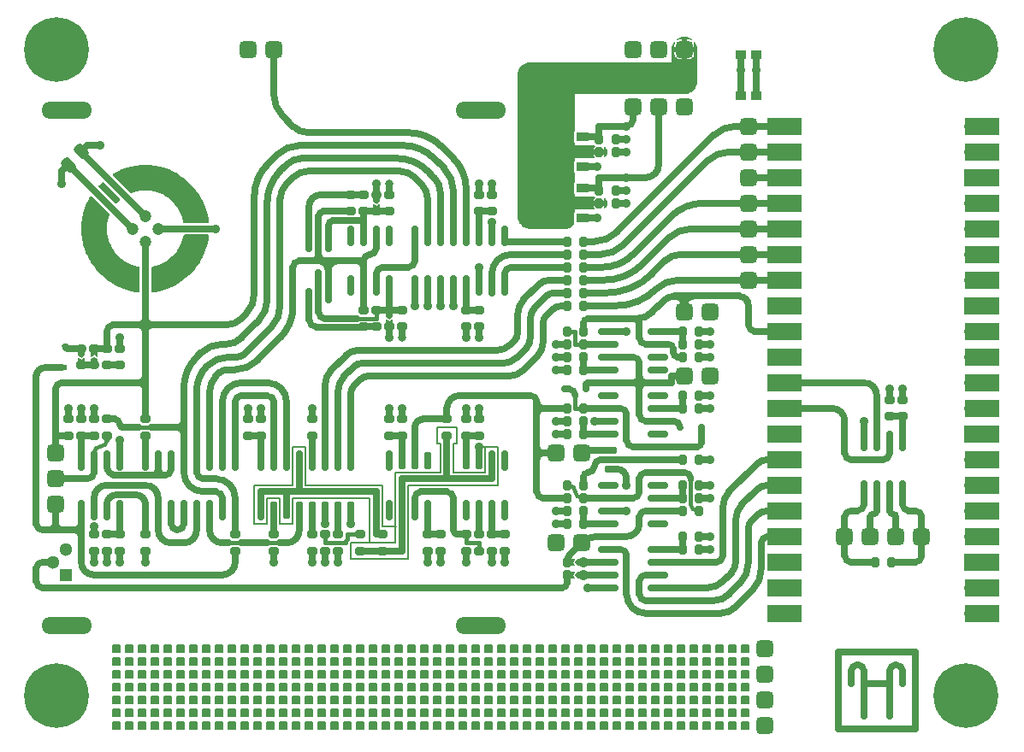
<source format=gbr>
%TF.GenerationSoftware,KiCad,Pcbnew,(6.0.0)*%
%TF.CreationDate,2022-07-12T00:59:49+05:30*%
%TF.ProjectId,Multislope 3I,4d756c74-6973-46c6-9f70-652033492e6b,rev?*%
%TF.SameCoordinates,Original*%
%TF.FileFunction,Copper,L1,Top*%
%TF.FilePolarity,Positive*%
%FSLAX46Y46*%
G04 Gerber Fmt 4.6, Leading zero omitted, Abs format (unit mm)*
G04 Created by KiCad (PCBNEW (6.0.0)) date 2022-07-12 00:59:49*
%MOMM*%
%LPD*%
G01*
G04 APERTURE LIST*
G04 Aperture macros list*
%AMRoundRect*
0 Rectangle with rounded corners*
0 $1 Rounding radius*
0 $2 $3 $4 $5 $6 $7 $8 $9 X,Y pos of 4 corners*
0 Add a 4 corners polygon primitive as box body*
4,1,4,$2,$3,$4,$5,$6,$7,$8,$9,$2,$3,0*
0 Add four circle primitives for the rounded corners*
1,1,$1+$1,$2,$3*
1,1,$1+$1,$4,$5*
1,1,$1+$1,$6,$7*
1,1,$1+$1,$8,$9*
0 Add four rect primitives between the rounded corners*
20,1,$1+$1,$2,$3,$4,$5,0*
20,1,$1+$1,$4,$5,$6,$7,0*
20,1,$1+$1,$6,$7,$8,$9,0*
20,1,$1+$1,$8,$9,$2,$3,0*%
%AMFreePoly0*
4,1,9,3.862500,-0.866500,0.737500,-0.866500,0.737500,-0.450000,-0.737500,-0.450000,-0.737500,0.450000,0.737500,0.450000,0.737500,0.866500,3.862500,0.866500,3.862500,-0.866500,3.862500,-0.866500,$1*%
G04 Aperture macros list end*
%TA.AperFunction,NonConductor*%
%ADD10C,0.200000*%
%TD*%
%TA.AperFunction,EtchedComponent*%
%ADD11C,0.120000*%
%TD*%
%TA.AperFunction,SMDPad,CuDef*%
%ADD12RoundRect,0.200000X0.275000X-0.200000X0.275000X0.200000X-0.275000X0.200000X-0.275000X-0.200000X0*%
%TD*%
%TA.AperFunction,SMDPad,CuDef*%
%ADD13R,0.450000X0.600000*%
%TD*%
%TA.AperFunction,SMDPad,CuDef*%
%ADD14RoundRect,0.200000X0.200000X0.275000X-0.200000X0.275000X-0.200000X-0.275000X0.200000X-0.275000X0*%
%TD*%
%TA.AperFunction,SMDPad,CuDef*%
%ADD15RoundRect,0.200000X0.275000X0.200000X-0.275000X0.200000X-0.275000X-0.200000X0.275000X-0.200000X0*%
%TD*%
%TA.AperFunction,SMDPad,CuDef*%
%ADD16RoundRect,0.251969X0.223031X0.148031X-0.223031X0.148031X-0.223031X-0.148031X0.223031X-0.148031X0*%
%TD*%
%TA.AperFunction,ComponentPad*%
%ADD17RoundRect,0.425000X0.425000X-0.425000X0.425000X0.425000X-0.425000X0.425000X-0.425000X-0.425000X0*%
%TD*%
%TA.AperFunction,SMDPad,CuDef*%
%ADD18RoundRect,0.200000X-0.200000X-0.275000X0.200000X-0.275000X0.200000X0.275000X-0.200000X0.275000X0*%
%TD*%
%TA.AperFunction,SMDPad,CuDef*%
%ADD19RoundRect,0.150000X0.150000X-0.825000X0.150000X0.825000X-0.150000X0.825000X-0.150000X-0.825000X0*%
%TD*%
%TA.AperFunction,ComponentPad*%
%ADD20C,0.800000*%
%TD*%
%TA.AperFunction,ComponentPad*%
%ADD21C,6.400000*%
%TD*%
%TA.AperFunction,SMDPad,CuDef*%
%ADD22RoundRect,0.200000X-0.275000X0.200000X-0.275000X-0.200000X0.275000X-0.200000X0.275000X0.200000X0*%
%TD*%
%TA.AperFunction,SMDPad,CuDef*%
%ADD23RoundRect,0.200000X-0.200000X0.275000X-0.200000X-0.275000X0.200000X-0.275000X0.200000X0.275000X0*%
%TD*%
%TA.AperFunction,SMDPad,CuDef*%
%ADD24RoundRect,0.251969X-0.148031X0.223031X-0.148031X-0.223031X0.148031X-0.223031X0.148031X0.223031X0*%
%TD*%
%TA.AperFunction,ComponentPad*%
%ADD25RoundRect,0.425000X-0.425000X0.425000X-0.425000X-0.425000X0.425000X-0.425000X0.425000X0.425000X0*%
%TD*%
%TA.AperFunction,ComponentPad*%
%ADD26O,5.000000X1.700000*%
%TD*%
%TA.AperFunction,SMDPad,CuDef*%
%ADD27RoundRect,0.200000X-0.275000X-0.200000X0.275000X-0.200000X0.275000X0.200000X-0.275000X0.200000X0*%
%TD*%
%TA.AperFunction,SMDPad,CuDef*%
%ADD28RoundRect,0.251969X-0.223031X-0.148031X0.223031X-0.148031X0.223031X0.148031X-0.223031X0.148031X0*%
%TD*%
%TA.AperFunction,SMDPad,CuDef*%
%ADD29RoundRect,0.150000X0.150000X-0.725000X0.150000X0.725000X-0.150000X0.725000X-0.150000X-0.725000X0*%
%TD*%
%TA.AperFunction,SMDPad,CuDef*%
%ADD30R,0.600000X0.450000*%
%TD*%
%TA.AperFunction,SMDPad,CuDef*%
%ADD31RoundRect,0.150000X-0.150000X0.825000X-0.150000X-0.825000X0.150000X-0.825000X0.150000X0.825000X0*%
%TD*%
%TA.AperFunction,SMDPad,CuDef*%
%ADD32RoundRect,0.150000X-0.150000X0.725000X-0.150000X-0.725000X0.150000X-0.725000X0.150000X0.725000X0*%
%TD*%
%TA.AperFunction,SMDPad,CuDef*%
%ADD33RoundRect,0.250000X-0.159099X0.512652X-0.512652X0.159099X0.159099X-0.512652X0.512652X-0.159099X0*%
%TD*%
%TA.AperFunction,SMDPad,CuDef*%
%ADD34R,1.000000X0.900000*%
%TD*%
%TA.AperFunction,SMDPad,CuDef*%
%ADD35RoundRect,0.150000X0.150000X-0.587500X0.150000X0.587500X-0.150000X0.587500X-0.150000X-0.587500X0*%
%TD*%
%TA.AperFunction,SMDPad,CuDef*%
%ADD36RoundRect,0.150000X-0.825000X-0.150000X0.825000X-0.150000X0.825000X0.150000X-0.825000X0.150000X0*%
%TD*%
%TA.AperFunction,ComponentPad*%
%ADD37R,1.300000X1.300000*%
%TD*%
%TA.AperFunction,ComponentPad*%
%ADD38C,1.300000*%
%TD*%
%TA.AperFunction,SMDPad,CuDef*%
%ADD39R,3.500000X1.700000*%
%TD*%
%TA.AperFunction,ComponentPad*%
%ADD40O,1.700000X1.700000*%
%TD*%
%TA.AperFunction,ComponentPad*%
%ADD41R,1.700000X1.700000*%
%TD*%
%TA.AperFunction,ComponentPad*%
%ADD42RoundRect,0.425000X-0.425000X-0.425000X0.425000X-0.425000X0.425000X0.425000X-0.425000X0.425000X0*%
%TD*%
%TA.AperFunction,SMDPad,CuDef*%
%ADD43R,1.300000X0.900000*%
%TD*%
%TA.AperFunction,SMDPad,CuDef*%
%ADD44FreePoly0,180.000000*%
%TD*%
%TA.AperFunction,SMDPad,CuDef*%
%ADD45RoundRect,0.150000X-0.475000X-0.150000X0.475000X-0.150000X0.475000X0.150000X-0.475000X0.150000X0*%
%TD*%
%TA.AperFunction,SMDPad,CuDef*%
%ADD46RoundRect,0.150000X-0.587500X-0.150000X0.587500X-0.150000X0.587500X0.150000X-0.587500X0.150000X0*%
%TD*%
%TA.AperFunction,ComponentPad*%
%ADD47C,1.200000*%
%TD*%
%TA.AperFunction,ViaPad*%
%ADD48C,0.889000*%
%TD*%
%TA.AperFunction,ViaPad*%
%ADD49C,0.800000*%
%TD*%
%TA.AperFunction,Conductor*%
%ADD50C,0.635000*%
%TD*%
%TA.AperFunction,Conductor*%
%ADD51C,0.200000*%
%TD*%
%TA.AperFunction,Conductor*%
%ADD52C,0.381000*%
%TD*%
G04 APERTURE END LIST*
D10*
X154940000Y-133350000D02*
X155575000Y-133350000D01*
X155575000Y-133350000D02*
X155575000Y-133985000D01*
X155575000Y-133985000D02*
X154940000Y-133985000D01*
X154940000Y-133985000D02*
X154940000Y-133350000D01*
G36*
X154940000Y-133350000D02*
G01*
X155575000Y-133350000D01*
X155575000Y-133985000D01*
X154940000Y-133985000D01*
X154940000Y-133350000D01*
G37*
X120650000Y-130810000D02*
X121285000Y-130810000D01*
X121285000Y-130810000D02*
X121285000Y-131445000D01*
X121285000Y-131445000D02*
X120650000Y-131445000D01*
X120650000Y-131445000D02*
X120650000Y-130810000D01*
G36*
X120650000Y-130810000D02*
G01*
X121285000Y-130810000D01*
X121285000Y-131445000D01*
X120650000Y-131445000D01*
X120650000Y-130810000D01*
G37*
X148590000Y-133350000D02*
X149225000Y-133350000D01*
X149225000Y-133350000D02*
X149225000Y-133985000D01*
X149225000Y-133985000D02*
X148590000Y-133985000D01*
X148590000Y-133985000D02*
X148590000Y-133350000D01*
G36*
X148590000Y-133350000D02*
G01*
X149225000Y-133350000D01*
X149225000Y-133985000D01*
X148590000Y-133985000D01*
X148590000Y-133350000D01*
G37*
X154940000Y-129540000D02*
X155575000Y-129540000D01*
X155575000Y-129540000D02*
X155575000Y-130175000D01*
X155575000Y-130175000D02*
X154940000Y-130175000D01*
X154940000Y-130175000D02*
X154940000Y-129540000D01*
G36*
X154940000Y-129540000D02*
G01*
X155575000Y-129540000D01*
X155575000Y-130175000D01*
X154940000Y-130175000D01*
X154940000Y-129540000D01*
G37*
X102870000Y-134620000D02*
X103505000Y-134620000D01*
X103505000Y-134620000D02*
X103505000Y-135255000D01*
X103505000Y-135255000D02*
X102870000Y-135255000D01*
X102870000Y-135255000D02*
X102870000Y-134620000D01*
G36*
X102870000Y-134620000D02*
G01*
X103505000Y-134620000D01*
X103505000Y-135255000D01*
X102870000Y-135255000D01*
X102870000Y-134620000D01*
G37*
X161290000Y-133350000D02*
X161925000Y-133350000D01*
X161925000Y-133350000D02*
X161925000Y-133985000D01*
X161925000Y-133985000D02*
X161290000Y-133985000D01*
X161290000Y-133985000D02*
X161290000Y-133350000D01*
G36*
X161290000Y-133350000D02*
G01*
X161925000Y-133350000D01*
X161925000Y-133985000D01*
X161290000Y-133985000D01*
X161290000Y-133350000D01*
G37*
X118110000Y-127000000D02*
X118745000Y-127000000D01*
X118745000Y-127000000D02*
X118745000Y-127635000D01*
X118745000Y-127635000D02*
X118110000Y-127635000D01*
X118110000Y-127635000D02*
X118110000Y-127000000D01*
G36*
X118110000Y-127000000D02*
G01*
X118745000Y-127000000D01*
X118745000Y-127635000D01*
X118110000Y-127635000D01*
X118110000Y-127000000D01*
G37*
X157480000Y-127000000D02*
X158115000Y-127000000D01*
X158115000Y-127000000D02*
X158115000Y-127635000D01*
X158115000Y-127635000D02*
X157480000Y-127635000D01*
X157480000Y-127635000D02*
X157480000Y-127000000D01*
G36*
X157480000Y-127000000D02*
G01*
X158115000Y-127000000D01*
X158115000Y-127635000D01*
X157480000Y-127635000D01*
X157480000Y-127000000D01*
G37*
X143510000Y-129540000D02*
X144145000Y-129540000D01*
X144145000Y-129540000D02*
X144145000Y-130175000D01*
X144145000Y-130175000D02*
X143510000Y-130175000D01*
X143510000Y-130175000D02*
X143510000Y-129540000D01*
G36*
X143510000Y-129540000D02*
G01*
X144145000Y-129540000D01*
X144145000Y-130175000D01*
X143510000Y-130175000D01*
X143510000Y-129540000D01*
G37*
X128270000Y-127000000D02*
X128905000Y-127000000D01*
X128905000Y-127000000D02*
X128905000Y-127635000D01*
X128905000Y-127635000D02*
X128270000Y-127635000D01*
X128270000Y-127635000D02*
X128270000Y-127000000D01*
G36*
X128270000Y-127000000D02*
G01*
X128905000Y-127000000D01*
X128905000Y-127635000D01*
X128270000Y-127635000D01*
X128270000Y-127000000D01*
G37*
X107950000Y-130810000D02*
X108585000Y-130810000D01*
X108585000Y-130810000D02*
X108585000Y-131445000D01*
X108585000Y-131445000D02*
X107950000Y-131445000D01*
X107950000Y-131445000D02*
X107950000Y-130810000D01*
G36*
X107950000Y-130810000D02*
G01*
X108585000Y-130810000D01*
X108585000Y-131445000D01*
X107950000Y-131445000D01*
X107950000Y-130810000D01*
G37*
X137160000Y-128270000D02*
X137795000Y-128270000D01*
X137795000Y-128270000D02*
X137795000Y-128905000D01*
X137795000Y-128905000D02*
X137160000Y-128905000D01*
X137160000Y-128905000D02*
X137160000Y-128270000D01*
G36*
X137160000Y-128270000D02*
G01*
X137795000Y-128270000D01*
X137795000Y-128905000D01*
X137160000Y-128905000D01*
X137160000Y-128270000D01*
G37*
X109220000Y-127000000D02*
X109855000Y-127000000D01*
X109855000Y-127000000D02*
X109855000Y-127635000D01*
X109855000Y-127635000D02*
X109220000Y-127635000D01*
X109220000Y-127635000D02*
X109220000Y-127000000D01*
G36*
X109220000Y-127000000D02*
G01*
X109855000Y-127000000D01*
X109855000Y-127635000D01*
X109220000Y-127635000D01*
X109220000Y-127000000D01*
G37*
X149860000Y-127000000D02*
X150495000Y-127000000D01*
X150495000Y-127000000D02*
X150495000Y-127635000D01*
X150495000Y-127635000D02*
X149860000Y-127635000D01*
X149860000Y-127635000D02*
X149860000Y-127000000D01*
G36*
X149860000Y-127000000D02*
G01*
X150495000Y-127000000D01*
X150495000Y-127635000D01*
X149860000Y-127635000D01*
X149860000Y-127000000D01*
G37*
X146050000Y-132080000D02*
X146685000Y-132080000D01*
X146685000Y-132080000D02*
X146685000Y-132715000D01*
X146685000Y-132715000D02*
X146050000Y-132715000D01*
X146050000Y-132715000D02*
X146050000Y-132080000D01*
G36*
X146050000Y-132080000D02*
G01*
X146685000Y-132080000D01*
X146685000Y-132715000D01*
X146050000Y-132715000D01*
X146050000Y-132080000D01*
G37*
X118110000Y-129540000D02*
X118745000Y-129540000D01*
X118745000Y-129540000D02*
X118745000Y-130175000D01*
X118745000Y-130175000D02*
X118110000Y-130175000D01*
X118110000Y-130175000D02*
X118110000Y-129540000D01*
G36*
X118110000Y-129540000D02*
G01*
X118745000Y-129540000D01*
X118745000Y-130175000D01*
X118110000Y-130175000D01*
X118110000Y-129540000D01*
G37*
X101600000Y-128270000D02*
X102235000Y-128270000D01*
X102235000Y-128270000D02*
X102235000Y-128905000D01*
X102235000Y-128905000D02*
X101600000Y-128905000D01*
X101600000Y-128905000D02*
X101600000Y-128270000D01*
G36*
X101600000Y-128270000D02*
G01*
X102235000Y-128270000D01*
X102235000Y-128905000D01*
X101600000Y-128905000D01*
X101600000Y-128270000D01*
G37*
X163830000Y-129540000D02*
X164465000Y-129540000D01*
X164465000Y-129540000D02*
X164465000Y-130175000D01*
X164465000Y-130175000D02*
X163830000Y-130175000D01*
X163830000Y-130175000D02*
X163830000Y-129540000D01*
G36*
X163830000Y-129540000D02*
G01*
X164465000Y-129540000D01*
X164465000Y-130175000D01*
X163830000Y-130175000D01*
X163830000Y-129540000D01*
G37*
X151130000Y-132080000D02*
X151765000Y-132080000D01*
X151765000Y-132080000D02*
X151765000Y-132715000D01*
X151765000Y-132715000D02*
X151130000Y-132715000D01*
X151130000Y-132715000D02*
X151130000Y-132080000D01*
G36*
X151130000Y-132080000D02*
G01*
X151765000Y-132080000D01*
X151765000Y-132715000D01*
X151130000Y-132715000D01*
X151130000Y-132080000D01*
G37*
X135890000Y-128270000D02*
X136525000Y-128270000D01*
X136525000Y-128270000D02*
X136525000Y-128905000D01*
X136525000Y-128905000D02*
X135890000Y-128905000D01*
X135890000Y-128905000D02*
X135890000Y-128270000D01*
G36*
X135890000Y-128270000D02*
G01*
X136525000Y-128270000D01*
X136525000Y-128905000D01*
X135890000Y-128905000D01*
X135890000Y-128270000D01*
G37*
X104140000Y-133350000D02*
X104775000Y-133350000D01*
X104775000Y-133350000D02*
X104775000Y-133985000D01*
X104775000Y-133985000D02*
X104140000Y-133985000D01*
X104140000Y-133985000D02*
X104140000Y-133350000D01*
G36*
X104140000Y-133350000D02*
G01*
X104775000Y-133350000D01*
X104775000Y-133985000D01*
X104140000Y-133985000D01*
X104140000Y-133350000D01*
G37*
X143510000Y-132080000D02*
X144145000Y-132080000D01*
X144145000Y-132080000D02*
X144145000Y-132715000D01*
X144145000Y-132715000D02*
X143510000Y-132715000D01*
X143510000Y-132715000D02*
X143510000Y-132080000D01*
G36*
X143510000Y-132080000D02*
G01*
X144145000Y-132080000D01*
X144145000Y-132715000D01*
X143510000Y-132715000D01*
X143510000Y-132080000D01*
G37*
X162560000Y-127000000D02*
X163195000Y-127000000D01*
X163195000Y-127000000D02*
X163195000Y-127635000D01*
X163195000Y-127635000D02*
X162560000Y-127635000D01*
X162560000Y-127635000D02*
X162560000Y-127000000D01*
G36*
X162560000Y-127000000D02*
G01*
X163195000Y-127000000D01*
X163195000Y-127635000D01*
X162560000Y-127635000D01*
X162560000Y-127000000D01*
G37*
X133350000Y-132080000D02*
X133985000Y-132080000D01*
X133985000Y-132080000D02*
X133985000Y-132715000D01*
X133985000Y-132715000D02*
X133350000Y-132715000D01*
X133350000Y-132715000D02*
X133350000Y-132080000D01*
G36*
X133350000Y-132080000D02*
G01*
X133985000Y-132080000D01*
X133985000Y-132715000D01*
X133350000Y-132715000D01*
X133350000Y-132080000D01*
G37*
X110490000Y-128270000D02*
X111125000Y-128270000D01*
X111125000Y-128270000D02*
X111125000Y-128905000D01*
X111125000Y-128905000D02*
X110490000Y-128905000D01*
X110490000Y-128905000D02*
X110490000Y-128270000D01*
G36*
X110490000Y-128270000D02*
G01*
X111125000Y-128270000D01*
X111125000Y-128905000D01*
X110490000Y-128905000D01*
X110490000Y-128270000D01*
G37*
X107950000Y-129540000D02*
X108585000Y-129540000D01*
X108585000Y-129540000D02*
X108585000Y-130175000D01*
X108585000Y-130175000D02*
X107950000Y-130175000D01*
X107950000Y-130175000D02*
X107950000Y-129540000D01*
G36*
X107950000Y-129540000D02*
G01*
X108585000Y-129540000D01*
X108585000Y-130175000D01*
X107950000Y-130175000D01*
X107950000Y-129540000D01*
G37*
X152400000Y-128270000D02*
X153035000Y-128270000D01*
X153035000Y-128270000D02*
X153035000Y-128905000D01*
X153035000Y-128905000D02*
X152400000Y-128905000D01*
X152400000Y-128905000D02*
X152400000Y-128270000D01*
G36*
X152400000Y-128270000D02*
G01*
X153035000Y-128270000D01*
X153035000Y-128905000D01*
X152400000Y-128905000D01*
X152400000Y-128270000D01*
G37*
X163830000Y-132080000D02*
X164465000Y-132080000D01*
X164465000Y-132080000D02*
X164465000Y-132715000D01*
X164465000Y-132715000D02*
X163830000Y-132715000D01*
X163830000Y-132715000D02*
X163830000Y-132080000D01*
G36*
X163830000Y-132080000D02*
G01*
X164465000Y-132080000D01*
X164465000Y-132715000D01*
X163830000Y-132715000D01*
X163830000Y-132080000D01*
G37*
X127000000Y-130810000D02*
X127635000Y-130810000D01*
X127635000Y-130810000D02*
X127635000Y-131445000D01*
X127635000Y-131445000D02*
X127000000Y-131445000D01*
X127000000Y-131445000D02*
X127000000Y-130810000D01*
G36*
X127000000Y-130810000D02*
G01*
X127635000Y-130810000D01*
X127635000Y-131445000D01*
X127000000Y-131445000D01*
X127000000Y-130810000D01*
G37*
X158750000Y-130810000D02*
X159385000Y-130810000D01*
X159385000Y-130810000D02*
X159385000Y-131445000D01*
X159385000Y-131445000D02*
X158750000Y-131445000D01*
X158750000Y-131445000D02*
X158750000Y-130810000D01*
G36*
X158750000Y-130810000D02*
G01*
X159385000Y-130810000D01*
X159385000Y-131445000D01*
X158750000Y-131445000D01*
X158750000Y-130810000D01*
G37*
X102870000Y-129540000D02*
X103505000Y-129540000D01*
X103505000Y-129540000D02*
X103505000Y-130175000D01*
X103505000Y-130175000D02*
X102870000Y-130175000D01*
X102870000Y-130175000D02*
X102870000Y-129540000D01*
G36*
X102870000Y-129540000D02*
G01*
X103505000Y-129540000D01*
X103505000Y-130175000D01*
X102870000Y-130175000D01*
X102870000Y-129540000D01*
G37*
X152400000Y-130810000D02*
X153035000Y-130810000D01*
X153035000Y-130810000D02*
X153035000Y-131445000D01*
X153035000Y-131445000D02*
X152400000Y-131445000D01*
X152400000Y-131445000D02*
X152400000Y-130810000D01*
G36*
X152400000Y-130810000D02*
G01*
X153035000Y-130810000D01*
X153035000Y-131445000D01*
X152400000Y-131445000D01*
X152400000Y-130810000D01*
G37*
X146050000Y-130810000D02*
X146685000Y-130810000D01*
X146685000Y-130810000D02*
X146685000Y-131445000D01*
X146685000Y-131445000D02*
X146050000Y-131445000D01*
X146050000Y-131445000D02*
X146050000Y-130810000D01*
G36*
X146050000Y-130810000D02*
G01*
X146685000Y-130810000D01*
X146685000Y-131445000D01*
X146050000Y-131445000D01*
X146050000Y-130810000D01*
G37*
X123190000Y-132080000D02*
X123825000Y-132080000D01*
X123825000Y-132080000D02*
X123825000Y-132715000D01*
X123825000Y-132715000D02*
X123190000Y-132715000D01*
X123190000Y-132715000D02*
X123190000Y-132080000D01*
G36*
X123190000Y-132080000D02*
G01*
X123825000Y-132080000D01*
X123825000Y-132715000D01*
X123190000Y-132715000D01*
X123190000Y-132080000D01*
G37*
X156210000Y-129540000D02*
X156845000Y-129540000D01*
X156845000Y-129540000D02*
X156845000Y-130175000D01*
X156845000Y-130175000D02*
X156210000Y-130175000D01*
X156210000Y-130175000D02*
X156210000Y-129540000D01*
G36*
X156210000Y-129540000D02*
G01*
X156845000Y-129540000D01*
X156845000Y-130175000D01*
X156210000Y-130175000D01*
X156210000Y-129540000D01*
G37*
X132080000Y-129540000D02*
X132715000Y-129540000D01*
X132715000Y-129540000D02*
X132715000Y-130175000D01*
X132715000Y-130175000D02*
X132080000Y-130175000D01*
X132080000Y-130175000D02*
X132080000Y-129540000D01*
G36*
X132080000Y-129540000D02*
G01*
X132715000Y-129540000D01*
X132715000Y-130175000D01*
X132080000Y-130175000D01*
X132080000Y-129540000D01*
G37*
X137160000Y-130810000D02*
X137795000Y-130810000D01*
X137795000Y-130810000D02*
X137795000Y-131445000D01*
X137795000Y-131445000D02*
X137160000Y-131445000D01*
X137160000Y-131445000D02*
X137160000Y-130810000D01*
G36*
X137160000Y-130810000D02*
G01*
X137795000Y-130810000D01*
X137795000Y-131445000D01*
X137160000Y-131445000D01*
X137160000Y-130810000D01*
G37*
X125730000Y-132080000D02*
X126365000Y-132080000D01*
X126365000Y-132080000D02*
X126365000Y-132715000D01*
X126365000Y-132715000D02*
X125730000Y-132715000D01*
X125730000Y-132715000D02*
X125730000Y-132080000D01*
G36*
X125730000Y-132080000D02*
G01*
X126365000Y-132080000D01*
X126365000Y-132715000D01*
X125730000Y-132715000D01*
X125730000Y-132080000D01*
G37*
X106680000Y-129540000D02*
X107315000Y-129540000D01*
X107315000Y-129540000D02*
X107315000Y-130175000D01*
X107315000Y-130175000D02*
X106680000Y-130175000D01*
X106680000Y-130175000D02*
X106680000Y-129540000D01*
G36*
X106680000Y-129540000D02*
G01*
X107315000Y-129540000D01*
X107315000Y-130175000D01*
X106680000Y-130175000D01*
X106680000Y-129540000D01*
G37*
X153670000Y-134620000D02*
X154305000Y-134620000D01*
X154305000Y-134620000D02*
X154305000Y-135255000D01*
X154305000Y-135255000D02*
X153670000Y-135255000D01*
X153670000Y-135255000D02*
X153670000Y-134620000D01*
G36*
X153670000Y-134620000D02*
G01*
X154305000Y-134620000D01*
X154305000Y-135255000D01*
X153670000Y-135255000D01*
X153670000Y-134620000D01*
G37*
X124460000Y-128270000D02*
X125095000Y-128270000D01*
X125095000Y-128270000D02*
X125095000Y-128905000D01*
X125095000Y-128905000D02*
X124460000Y-128905000D01*
X124460000Y-128905000D02*
X124460000Y-128270000D01*
G36*
X124460000Y-128270000D02*
G01*
X125095000Y-128270000D01*
X125095000Y-128905000D01*
X124460000Y-128905000D01*
X124460000Y-128270000D01*
G37*
X110490000Y-130810000D02*
X111125000Y-130810000D01*
X111125000Y-130810000D02*
X111125000Y-131445000D01*
X111125000Y-131445000D02*
X110490000Y-131445000D01*
X110490000Y-131445000D02*
X110490000Y-130810000D01*
G36*
X110490000Y-130810000D02*
G01*
X111125000Y-130810000D01*
X111125000Y-131445000D01*
X110490000Y-131445000D01*
X110490000Y-130810000D01*
G37*
X128270000Y-134620000D02*
X128905000Y-134620000D01*
X128905000Y-134620000D02*
X128905000Y-135255000D01*
X128905000Y-135255000D02*
X128270000Y-135255000D01*
X128270000Y-135255000D02*
X128270000Y-134620000D01*
G36*
X128270000Y-134620000D02*
G01*
X128905000Y-134620000D01*
X128905000Y-135255000D01*
X128270000Y-135255000D01*
X128270000Y-134620000D01*
G37*
X102870000Y-127000000D02*
X103505000Y-127000000D01*
X103505000Y-127000000D02*
X103505000Y-127635000D01*
X103505000Y-127635000D02*
X102870000Y-127635000D01*
X102870000Y-127635000D02*
X102870000Y-127000000D01*
G36*
X102870000Y-127000000D02*
G01*
X103505000Y-127000000D01*
X103505000Y-127635000D01*
X102870000Y-127635000D01*
X102870000Y-127000000D01*
G37*
X133350000Y-133350000D02*
X133985000Y-133350000D01*
X133985000Y-133350000D02*
X133985000Y-133985000D01*
X133985000Y-133985000D02*
X133350000Y-133985000D01*
X133350000Y-133985000D02*
X133350000Y-133350000D01*
G36*
X133350000Y-133350000D02*
G01*
X133985000Y-133350000D01*
X133985000Y-133985000D01*
X133350000Y-133985000D01*
X133350000Y-133350000D01*
G37*
X130810000Y-133350000D02*
X131445000Y-133350000D01*
X131445000Y-133350000D02*
X131445000Y-133985000D01*
X131445000Y-133985000D02*
X130810000Y-133985000D01*
X130810000Y-133985000D02*
X130810000Y-133350000D01*
G36*
X130810000Y-133350000D02*
G01*
X131445000Y-133350000D01*
X131445000Y-133985000D01*
X130810000Y-133985000D01*
X130810000Y-133350000D01*
G37*
X104140000Y-134620000D02*
X104775000Y-134620000D01*
X104775000Y-134620000D02*
X104775000Y-135255000D01*
X104775000Y-135255000D02*
X104140000Y-135255000D01*
X104140000Y-135255000D02*
X104140000Y-134620000D01*
G36*
X104140000Y-134620000D02*
G01*
X104775000Y-134620000D01*
X104775000Y-135255000D01*
X104140000Y-135255000D01*
X104140000Y-134620000D01*
G37*
X123190000Y-128270000D02*
X123825000Y-128270000D01*
X123825000Y-128270000D02*
X123825000Y-128905000D01*
X123825000Y-128905000D02*
X123190000Y-128905000D01*
X123190000Y-128905000D02*
X123190000Y-128270000D01*
G36*
X123190000Y-128270000D02*
G01*
X123825000Y-128270000D01*
X123825000Y-128905000D01*
X123190000Y-128905000D01*
X123190000Y-128270000D01*
G37*
X107950000Y-133350000D02*
X108585000Y-133350000D01*
X108585000Y-133350000D02*
X108585000Y-133985000D01*
X108585000Y-133985000D02*
X107950000Y-133985000D01*
X107950000Y-133985000D02*
X107950000Y-133350000D01*
G36*
X107950000Y-133350000D02*
G01*
X108585000Y-133350000D01*
X108585000Y-133985000D01*
X107950000Y-133985000D01*
X107950000Y-133350000D01*
G37*
X104140000Y-129540000D02*
X104775000Y-129540000D01*
X104775000Y-129540000D02*
X104775000Y-130175000D01*
X104775000Y-130175000D02*
X104140000Y-130175000D01*
X104140000Y-130175000D02*
X104140000Y-129540000D01*
G36*
X104140000Y-129540000D02*
G01*
X104775000Y-129540000D01*
X104775000Y-130175000D01*
X104140000Y-130175000D01*
X104140000Y-129540000D01*
G37*
X124460000Y-130810000D02*
X125095000Y-130810000D01*
X125095000Y-130810000D02*
X125095000Y-131445000D01*
X125095000Y-131445000D02*
X124460000Y-131445000D01*
X124460000Y-131445000D02*
X124460000Y-130810000D01*
G36*
X124460000Y-130810000D02*
G01*
X125095000Y-130810000D01*
X125095000Y-131445000D01*
X124460000Y-131445000D01*
X124460000Y-130810000D01*
G37*
X119380000Y-132080000D02*
X120015000Y-132080000D01*
X120015000Y-132080000D02*
X120015000Y-132715000D01*
X120015000Y-132715000D02*
X119380000Y-132715000D01*
X119380000Y-132715000D02*
X119380000Y-132080000D01*
G36*
X119380000Y-132080000D02*
G01*
X120015000Y-132080000D01*
X120015000Y-132715000D01*
X119380000Y-132715000D01*
X119380000Y-132080000D01*
G37*
X151130000Y-134620000D02*
X151765000Y-134620000D01*
X151765000Y-134620000D02*
X151765000Y-135255000D01*
X151765000Y-135255000D02*
X151130000Y-135255000D01*
X151130000Y-135255000D02*
X151130000Y-134620000D01*
G36*
X151130000Y-134620000D02*
G01*
X151765000Y-134620000D01*
X151765000Y-135255000D01*
X151130000Y-135255000D01*
X151130000Y-134620000D01*
G37*
X125730000Y-129540000D02*
X126365000Y-129540000D01*
X126365000Y-129540000D02*
X126365000Y-130175000D01*
X126365000Y-130175000D02*
X125730000Y-130175000D01*
X125730000Y-130175000D02*
X125730000Y-129540000D01*
G36*
X125730000Y-129540000D02*
G01*
X126365000Y-129540000D01*
X126365000Y-130175000D01*
X125730000Y-130175000D01*
X125730000Y-129540000D01*
G37*
X128270000Y-132080000D02*
X128905000Y-132080000D01*
X128905000Y-132080000D02*
X128905000Y-132715000D01*
X128905000Y-132715000D02*
X128270000Y-132715000D01*
X128270000Y-132715000D02*
X128270000Y-132080000D01*
G36*
X128270000Y-132080000D02*
G01*
X128905000Y-132080000D01*
X128905000Y-132715000D01*
X128270000Y-132715000D01*
X128270000Y-132080000D01*
G37*
X142240000Y-130810000D02*
X142875000Y-130810000D01*
X142875000Y-130810000D02*
X142875000Y-131445000D01*
X142875000Y-131445000D02*
X142240000Y-131445000D01*
X142240000Y-131445000D02*
X142240000Y-130810000D01*
G36*
X142240000Y-130810000D02*
G01*
X142875000Y-130810000D01*
X142875000Y-131445000D01*
X142240000Y-131445000D01*
X142240000Y-130810000D01*
G37*
X107950000Y-134620000D02*
X108585000Y-134620000D01*
X108585000Y-134620000D02*
X108585000Y-135255000D01*
X108585000Y-135255000D02*
X107950000Y-135255000D01*
X107950000Y-135255000D02*
X107950000Y-134620000D01*
G36*
X107950000Y-134620000D02*
G01*
X108585000Y-134620000D01*
X108585000Y-135255000D01*
X107950000Y-135255000D01*
X107950000Y-134620000D01*
G37*
X148590000Y-130810000D02*
X149225000Y-130810000D01*
X149225000Y-130810000D02*
X149225000Y-131445000D01*
X149225000Y-131445000D02*
X148590000Y-131445000D01*
X148590000Y-131445000D02*
X148590000Y-130810000D01*
G36*
X148590000Y-130810000D02*
G01*
X149225000Y-130810000D01*
X149225000Y-131445000D01*
X148590000Y-131445000D01*
X148590000Y-130810000D01*
G37*
X138430000Y-128270000D02*
X139065000Y-128270000D01*
X139065000Y-128270000D02*
X139065000Y-128905000D01*
X139065000Y-128905000D02*
X138430000Y-128905000D01*
X138430000Y-128905000D02*
X138430000Y-128270000D01*
G36*
X138430000Y-128270000D02*
G01*
X139065000Y-128270000D01*
X139065000Y-128905000D01*
X138430000Y-128905000D01*
X138430000Y-128270000D01*
G37*
X142240000Y-127000000D02*
X142875000Y-127000000D01*
X142875000Y-127000000D02*
X142875000Y-127635000D01*
X142875000Y-127635000D02*
X142240000Y-127635000D01*
X142240000Y-127635000D02*
X142240000Y-127000000D01*
G36*
X142240000Y-127000000D02*
G01*
X142875000Y-127000000D01*
X142875000Y-127635000D01*
X142240000Y-127635000D01*
X142240000Y-127000000D01*
G37*
X153670000Y-132080000D02*
X154305000Y-132080000D01*
X154305000Y-132080000D02*
X154305000Y-132715000D01*
X154305000Y-132715000D02*
X153670000Y-132715000D01*
X153670000Y-132715000D02*
X153670000Y-132080000D01*
G36*
X153670000Y-132080000D02*
G01*
X154305000Y-132080000D01*
X154305000Y-132715000D01*
X153670000Y-132715000D01*
X153670000Y-132080000D01*
G37*
X102870000Y-133350000D02*
X103505000Y-133350000D01*
X103505000Y-133350000D02*
X103505000Y-133985000D01*
X103505000Y-133985000D02*
X102870000Y-133985000D01*
X102870000Y-133985000D02*
X102870000Y-133350000D01*
G36*
X102870000Y-133350000D02*
G01*
X103505000Y-133350000D01*
X103505000Y-133985000D01*
X102870000Y-133985000D01*
X102870000Y-133350000D01*
G37*
X137160000Y-127000000D02*
X137795000Y-127000000D01*
X137795000Y-127000000D02*
X137795000Y-127635000D01*
X137795000Y-127635000D02*
X137160000Y-127635000D01*
X137160000Y-127635000D02*
X137160000Y-127000000D01*
G36*
X137160000Y-127000000D02*
G01*
X137795000Y-127000000D01*
X137795000Y-127635000D01*
X137160000Y-127635000D01*
X137160000Y-127000000D01*
G37*
X110490000Y-129540000D02*
X111125000Y-129540000D01*
X111125000Y-129540000D02*
X111125000Y-130175000D01*
X111125000Y-130175000D02*
X110490000Y-130175000D01*
X110490000Y-130175000D02*
X110490000Y-129540000D01*
G36*
X110490000Y-129540000D02*
G01*
X111125000Y-129540000D01*
X111125000Y-130175000D01*
X110490000Y-130175000D01*
X110490000Y-129540000D01*
G37*
X137160000Y-134620000D02*
X137795000Y-134620000D01*
X137795000Y-134620000D02*
X137795000Y-135255000D01*
X137795000Y-135255000D02*
X137160000Y-135255000D01*
X137160000Y-135255000D02*
X137160000Y-134620000D01*
G36*
X137160000Y-134620000D02*
G01*
X137795000Y-134620000D01*
X137795000Y-135255000D01*
X137160000Y-135255000D01*
X137160000Y-134620000D01*
G37*
X123190000Y-127000000D02*
X123825000Y-127000000D01*
X123825000Y-127000000D02*
X123825000Y-127635000D01*
X123825000Y-127635000D02*
X123190000Y-127635000D01*
X123190000Y-127635000D02*
X123190000Y-127000000D01*
G36*
X123190000Y-127000000D02*
G01*
X123825000Y-127000000D01*
X123825000Y-127635000D01*
X123190000Y-127635000D01*
X123190000Y-127000000D01*
G37*
X104140000Y-130810000D02*
X104775000Y-130810000D01*
X104775000Y-130810000D02*
X104775000Y-131445000D01*
X104775000Y-131445000D02*
X104140000Y-131445000D01*
X104140000Y-131445000D02*
X104140000Y-130810000D01*
G36*
X104140000Y-130810000D02*
G01*
X104775000Y-130810000D01*
X104775000Y-131445000D01*
X104140000Y-131445000D01*
X104140000Y-130810000D01*
G37*
X148590000Y-129540000D02*
X149225000Y-129540000D01*
X149225000Y-129540000D02*
X149225000Y-130175000D01*
X149225000Y-130175000D02*
X148590000Y-130175000D01*
X148590000Y-130175000D02*
X148590000Y-129540000D01*
G36*
X148590000Y-129540000D02*
G01*
X149225000Y-129540000D01*
X149225000Y-130175000D01*
X148590000Y-130175000D01*
X148590000Y-129540000D01*
G37*
X156210000Y-128270000D02*
X156845000Y-128270000D01*
X156845000Y-128270000D02*
X156845000Y-128905000D01*
X156845000Y-128905000D02*
X156210000Y-128905000D01*
X156210000Y-128905000D02*
X156210000Y-128270000D01*
G36*
X156210000Y-128270000D02*
G01*
X156845000Y-128270000D01*
X156845000Y-128905000D01*
X156210000Y-128905000D01*
X156210000Y-128270000D01*
G37*
X129540000Y-133350000D02*
X130175000Y-133350000D01*
X130175000Y-133350000D02*
X130175000Y-133985000D01*
X130175000Y-133985000D02*
X129540000Y-133985000D01*
X129540000Y-133985000D02*
X129540000Y-133350000D01*
G36*
X129540000Y-133350000D02*
G01*
X130175000Y-133350000D01*
X130175000Y-133985000D01*
X129540000Y-133985000D01*
X129540000Y-133350000D01*
G37*
X115570000Y-134620000D02*
X116205000Y-134620000D01*
X116205000Y-134620000D02*
X116205000Y-135255000D01*
X116205000Y-135255000D02*
X115570000Y-135255000D01*
X115570000Y-135255000D02*
X115570000Y-134620000D01*
G36*
X115570000Y-134620000D02*
G01*
X116205000Y-134620000D01*
X116205000Y-135255000D01*
X115570000Y-135255000D01*
X115570000Y-134620000D01*
G37*
X139700000Y-127000000D02*
X140335000Y-127000000D01*
X140335000Y-127000000D02*
X140335000Y-127635000D01*
X140335000Y-127635000D02*
X139700000Y-127635000D01*
X139700000Y-127635000D02*
X139700000Y-127000000D01*
G36*
X139700000Y-127000000D02*
G01*
X140335000Y-127000000D01*
X140335000Y-127635000D01*
X139700000Y-127635000D01*
X139700000Y-127000000D01*
G37*
X156210000Y-134620000D02*
X156845000Y-134620000D01*
X156845000Y-134620000D02*
X156845000Y-135255000D01*
X156845000Y-135255000D02*
X156210000Y-135255000D01*
X156210000Y-135255000D02*
X156210000Y-134620000D01*
G36*
X156210000Y-134620000D02*
G01*
X156845000Y-134620000D01*
X156845000Y-135255000D01*
X156210000Y-135255000D01*
X156210000Y-134620000D01*
G37*
X142240000Y-128270000D02*
X142875000Y-128270000D01*
X142875000Y-128270000D02*
X142875000Y-128905000D01*
X142875000Y-128905000D02*
X142240000Y-128905000D01*
X142240000Y-128905000D02*
X142240000Y-128270000D01*
G36*
X142240000Y-128270000D02*
G01*
X142875000Y-128270000D01*
X142875000Y-128905000D01*
X142240000Y-128905000D01*
X142240000Y-128270000D01*
G37*
X148590000Y-134620000D02*
X149225000Y-134620000D01*
X149225000Y-134620000D02*
X149225000Y-135255000D01*
X149225000Y-135255000D02*
X148590000Y-135255000D01*
X148590000Y-135255000D02*
X148590000Y-134620000D01*
G36*
X148590000Y-134620000D02*
G01*
X149225000Y-134620000D01*
X149225000Y-135255000D01*
X148590000Y-135255000D01*
X148590000Y-134620000D01*
G37*
X110490000Y-127000000D02*
X111125000Y-127000000D01*
X111125000Y-127000000D02*
X111125000Y-127635000D01*
X111125000Y-127635000D02*
X110490000Y-127635000D01*
X110490000Y-127635000D02*
X110490000Y-127000000D01*
G36*
X110490000Y-127000000D02*
G01*
X111125000Y-127000000D01*
X111125000Y-127635000D01*
X110490000Y-127635000D01*
X110490000Y-127000000D01*
G37*
X153670000Y-128270000D02*
X154305000Y-128270000D01*
X154305000Y-128270000D02*
X154305000Y-128905000D01*
X154305000Y-128905000D02*
X153670000Y-128905000D01*
X153670000Y-128905000D02*
X153670000Y-128270000D01*
G36*
X153670000Y-128270000D02*
G01*
X154305000Y-128270000D01*
X154305000Y-128905000D01*
X153670000Y-128905000D01*
X153670000Y-128270000D01*
G37*
X154940000Y-128270000D02*
X155575000Y-128270000D01*
X155575000Y-128270000D02*
X155575000Y-128905000D01*
X155575000Y-128905000D02*
X154940000Y-128905000D01*
X154940000Y-128905000D02*
X154940000Y-128270000D01*
G36*
X154940000Y-128270000D02*
G01*
X155575000Y-128270000D01*
X155575000Y-128905000D01*
X154940000Y-128905000D01*
X154940000Y-128270000D01*
G37*
X160020000Y-132080000D02*
X160655000Y-132080000D01*
X160655000Y-132080000D02*
X160655000Y-132715000D01*
X160655000Y-132715000D02*
X160020000Y-132715000D01*
X160020000Y-132715000D02*
X160020000Y-132080000D01*
G36*
X160020000Y-132080000D02*
G01*
X160655000Y-132080000D01*
X160655000Y-132715000D01*
X160020000Y-132715000D01*
X160020000Y-132080000D01*
G37*
X132080000Y-132080000D02*
X132715000Y-132080000D01*
X132715000Y-132080000D02*
X132715000Y-132715000D01*
X132715000Y-132715000D02*
X132080000Y-132715000D01*
X132080000Y-132715000D02*
X132080000Y-132080000D01*
G36*
X132080000Y-132080000D02*
G01*
X132715000Y-132080000D01*
X132715000Y-132715000D01*
X132080000Y-132715000D01*
X132080000Y-132080000D01*
G37*
X128270000Y-133350000D02*
X128905000Y-133350000D01*
X128905000Y-133350000D02*
X128905000Y-133985000D01*
X128905000Y-133985000D02*
X128270000Y-133985000D01*
X128270000Y-133985000D02*
X128270000Y-133350000D01*
G36*
X128270000Y-133350000D02*
G01*
X128905000Y-133350000D01*
X128905000Y-133985000D01*
X128270000Y-133985000D01*
X128270000Y-133350000D01*
G37*
X161290000Y-129540000D02*
X161925000Y-129540000D01*
X161925000Y-129540000D02*
X161925000Y-130175000D01*
X161925000Y-130175000D02*
X161290000Y-130175000D01*
X161290000Y-130175000D02*
X161290000Y-129540000D01*
G36*
X161290000Y-129540000D02*
G01*
X161925000Y-129540000D01*
X161925000Y-130175000D01*
X161290000Y-130175000D01*
X161290000Y-129540000D01*
G37*
X157480000Y-130810000D02*
X158115000Y-130810000D01*
X158115000Y-130810000D02*
X158115000Y-131445000D01*
X158115000Y-131445000D02*
X157480000Y-131445000D01*
X157480000Y-131445000D02*
X157480000Y-130810000D01*
G36*
X157480000Y-130810000D02*
G01*
X158115000Y-130810000D01*
X158115000Y-131445000D01*
X157480000Y-131445000D01*
X157480000Y-130810000D01*
G37*
X130810000Y-128270000D02*
X131445000Y-128270000D01*
X131445000Y-128270000D02*
X131445000Y-128905000D01*
X131445000Y-128905000D02*
X130810000Y-128905000D01*
X130810000Y-128905000D02*
X130810000Y-128270000D01*
G36*
X130810000Y-128270000D02*
G01*
X131445000Y-128270000D01*
X131445000Y-128905000D01*
X130810000Y-128905000D01*
X130810000Y-128270000D01*
G37*
X149860000Y-132080000D02*
X150495000Y-132080000D01*
X150495000Y-132080000D02*
X150495000Y-132715000D01*
X150495000Y-132715000D02*
X149860000Y-132715000D01*
X149860000Y-132715000D02*
X149860000Y-132080000D01*
G36*
X149860000Y-132080000D02*
G01*
X150495000Y-132080000D01*
X150495000Y-132715000D01*
X149860000Y-132715000D01*
X149860000Y-132080000D01*
G37*
X102870000Y-130810000D02*
X103505000Y-130810000D01*
X103505000Y-130810000D02*
X103505000Y-131445000D01*
X103505000Y-131445000D02*
X102870000Y-131445000D01*
X102870000Y-131445000D02*
X102870000Y-130810000D01*
G36*
X102870000Y-130810000D02*
G01*
X103505000Y-130810000D01*
X103505000Y-131445000D01*
X102870000Y-131445000D01*
X102870000Y-130810000D01*
G37*
X127000000Y-133350000D02*
X127635000Y-133350000D01*
X127635000Y-133350000D02*
X127635000Y-133985000D01*
X127635000Y-133985000D02*
X127000000Y-133985000D01*
X127000000Y-133985000D02*
X127000000Y-133350000D01*
G36*
X127000000Y-133350000D02*
G01*
X127635000Y-133350000D01*
X127635000Y-133985000D01*
X127000000Y-133985000D01*
X127000000Y-133350000D01*
G37*
X114300000Y-127000000D02*
X114935000Y-127000000D01*
X114935000Y-127000000D02*
X114935000Y-127635000D01*
X114935000Y-127635000D02*
X114300000Y-127635000D01*
X114300000Y-127635000D02*
X114300000Y-127000000D01*
G36*
X114300000Y-127000000D02*
G01*
X114935000Y-127000000D01*
X114935000Y-127635000D01*
X114300000Y-127635000D01*
X114300000Y-127000000D01*
G37*
X105410000Y-129540000D02*
X106045000Y-129540000D01*
X106045000Y-129540000D02*
X106045000Y-130175000D01*
X106045000Y-130175000D02*
X105410000Y-130175000D01*
X105410000Y-130175000D02*
X105410000Y-129540000D01*
G36*
X105410000Y-129540000D02*
G01*
X106045000Y-129540000D01*
X106045000Y-130175000D01*
X105410000Y-130175000D01*
X105410000Y-129540000D01*
G37*
X133350000Y-134620000D02*
X133985000Y-134620000D01*
X133985000Y-134620000D02*
X133985000Y-135255000D01*
X133985000Y-135255000D02*
X133350000Y-135255000D01*
X133350000Y-135255000D02*
X133350000Y-134620000D01*
G36*
X133350000Y-134620000D02*
G01*
X133985000Y-134620000D01*
X133985000Y-135255000D01*
X133350000Y-135255000D01*
X133350000Y-134620000D01*
G37*
X104140000Y-128270000D02*
X104775000Y-128270000D01*
X104775000Y-128270000D02*
X104775000Y-128905000D01*
X104775000Y-128905000D02*
X104140000Y-128905000D01*
X104140000Y-128905000D02*
X104140000Y-128270000D01*
G36*
X104140000Y-128270000D02*
G01*
X104775000Y-128270000D01*
X104775000Y-128905000D01*
X104140000Y-128905000D01*
X104140000Y-128270000D01*
G37*
X121920000Y-128270000D02*
X122555000Y-128270000D01*
X122555000Y-128270000D02*
X122555000Y-128905000D01*
X122555000Y-128905000D02*
X121920000Y-128905000D01*
X121920000Y-128905000D02*
X121920000Y-128270000D01*
G36*
X121920000Y-128270000D02*
G01*
X122555000Y-128270000D01*
X122555000Y-128905000D01*
X121920000Y-128905000D01*
X121920000Y-128270000D01*
G37*
X151130000Y-128270000D02*
X151765000Y-128270000D01*
X151765000Y-128270000D02*
X151765000Y-128905000D01*
X151765000Y-128905000D02*
X151130000Y-128905000D01*
X151130000Y-128905000D02*
X151130000Y-128270000D01*
G36*
X151130000Y-128270000D02*
G01*
X151765000Y-128270000D01*
X151765000Y-128905000D01*
X151130000Y-128905000D01*
X151130000Y-128270000D01*
G37*
X120650000Y-132080000D02*
X121285000Y-132080000D01*
X121285000Y-132080000D02*
X121285000Y-132715000D01*
X121285000Y-132715000D02*
X120650000Y-132715000D01*
X120650000Y-132715000D02*
X120650000Y-132080000D01*
G36*
X120650000Y-132080000D02*
G01*
X121285000Y-132080000D01*
X121285000Y-132715000D01*
X120650000Y-132715000D01*
X120650000Y-132080000D01*
G37*
X115570000Y-130810000D02*
X116205000Y-130810000D01*
X116205000Y-130810000D02*
X116205000Y-131445000D01*
X116205000Y-131445000D02*
X115570000Y-131445000D01*
X115570000Y-131445000D02*
X115570000Y-130810000D01*
G36*
X115570000Y-130810000D02*
G01*
X116205000Y-130810000D01*
X116205000Y-131445000D01*
X115570000Y-131445000D01*
X115570000Y-130810000D01*
G37*
X115570000Y-128270000D02*
X116205000Y-128270000D01*
X116205000Y-128270000D02*
X116205000Y-128905000D01*
X116205000Y-128905000D02*
X115570000Y-128905000D01*
X115570000Y-128905000D02*
X115570000Y-128270000D01*
G36*
X115570000Y-128270000D02*
G01*
X116205000Y-128270000D01*
X116205000Y-128905000D01*
X115570000Y-128905000D01*
X115570000Y-128270000D01*
G37*
X109220000Y-128270000D02*
X109855000Y-128270000D01*
X109855000Y-128270000D02*
X109855000Y-128905000D01*
X109855000Y-128905000D02*
X109220000Y-128905000D01*
X109220000Y-128905000D02*
X109220000Y-128270000D01*
G36*
X109220000Y-128270000D02*
G01*
X109855000Y-128270000D01*
X109855000Y-128905000D01*
X109220000Y-128905000D01*
X109220000Y-128270000D01*
G37*
X134620000Y-129540000D02*
X135255000Y-129540000D01*
X135255000Y-129540000D02*
X135255000Y-130175000D01*
X135255000Y-130175000D02*
X134620000Y-130175000D01*
X134620000Y-130175000D02*
X134620000Y-129540000D01*
G36*
X134620000Y-129540000D02*
G01*
X135255000Y-129540000D01*
X135255000Y-130175000D01*
X134620000Y-130175000D01*
X134620000Y-129540000D01*
G37*
X161290000Y-132080000D02*
X161925000Y-132080000D01*
X161925000Y-132080000D02*
X161925000Y-132715000D01*
X161925000Y-132715000D02*
X161290000Y-132715000D01*
X161290000Y-132715000D02*
X161290000Y-132080000D01*
G36*
X161290000Y-132080000D02*
G01*
X161925000Y-132080000D01*
X161925000Y-132715000D01*
X161290000Y-132715000D01*
X161290000Y-132080000D01*
G37*
X158750000Y-132080000D02*
X159385000Y-132080000D01*
X159385000Y-132080000D02*
X159385000Y-132715000D01*
X159385000Y-132715000D02*
X158750000Y-132715000D01*
X158750000Y-132715000D02*
X158750000Y-132080000D01*
G36*
X158750000Y-132080000D02*
G01*
X159385000Y-132080000D01*
X159385000Y-132715000D01*
X158750000Y-132715000D01*
X158750000Y-132080000D01*
G37*
X151130000Y-129540000D02*
X151765000Y-129540000D01*
X151765000Y-129540000D02*
X151765000Y-130175000D01*
X151765000Y-130175000D02*
X151130000Y-130175000D01*
X151130000Y-130175000D02*
X151130000Y-129540000D01*
G36*
X151130000Y-129540000D02*
G01*
X151765000Y-129540000D01*
X151765000Y-130175000D01*
X151130000Y-130175000D01*
X151130000Y-129540000D01*
G37*
X144780000Y-127000000D02*
X145415000Y-127000000D01*
X145415000Y-127000000D02*
X145415000Y-127635000D01*
X145415000Y-127635000D02*
X144780000Y-127635000D01*
X144780000Y-127635000D02*
X144780000Y-127000000D01*
G36*
X144780000Y-127000000D02*
G01*
X145415000Y-127000000D01*
X145415000Y-127635000D01*
X144780000Y-127635000D01*
X144780000Y-127000000D01*
G37*
X106680000Y-132080000D02*
X107315000Y-132080000D01*
X107315000Y-132080000D02*
X107315000Y-132715000D01*
X107315000Y-132715000D02*
X106680000Y-132715000D01*
X106680000Y-132715000D02*
X106680000Y-132080000D01*
G36*
X106680000Y-132080000D02*
G01*
X107315000Y-132080000D01*
X107315000Y-132715000D01*
X106680000Y-132715000D01*
X106680000Y-132080000D01*
G37*
X135890000Y-129540000D02*
X136525000Y-129540000D01*
X136525000Y-129540000D02*
X136525000Y-130175000D01*
X136525000Y-130175000D02*
X135890000Y-130175000D01*
X135890000Y-130175000D02*
X135890000Y-129540000D01*
G36*
X135890000Y-129540000D02*
G01*
X136525000Y-129540000D01*
X136525000Y-130175000D01*
X135890000Y-130175000D01*
X135890000Y-129540000D01*
G37*
X146050000Y-134620000D02*
X146685000Y-134620000D01*
X146685000Y-134620000D02*
X146685000Y-135255000D01*
X146685000Y-135255000D02*
X146050000Y-135255000D01*
X146050000Y-135255000D02*
X146050000Y-134620000D01*
G36*
X146050000Y-134620000D02*
G01*
X146685000Y-134620000D01*
X146685000Y-135255000D01*
X146050000Y-135255000D01*
X146050000Y-134620000D01*
G37*
X116840000Y-128270000D02*
X117475000Y-128270000D01*
X117475000Y-128270000D02*
X117475000Y-128905000D01*
X117475000Y-128905000D02*
X116840000Y-128905000D01*
X116840000Y-128905000D02*
X116840000Y-128270000D01*
G36*
X116840000Y-128270000D02*
G01*
X117475000Y-128270000D01*
X117475000Y-128905000D01*
X116840000Y-128905000D01*
X116840000Y-128270000D01*
G37*
X162560000Y-129540000D02*
X163195000Y-129540000D01*
X163195000Y-129540000D02*
X163195000Y-130175000D01*
X163195000Y-130175000D02*
X162560000Y-130175000D01*
X162560000Y-130175000D02*
X162560000Y-129540000D01*
G36*
X162560000Y-129540000D02*
G01*
X163195000Y-129540000D01*
X163195000Y-130175000D01*
X162560000Y-130175000D01*
X162560000Y-129540000D01*
G37*
X106680000Y-130810000D02*
X107315000Y-130810000D01*
X107315000Y-130810000D02*
X107315000Y-131445000D01*
X107315000Y-131445000D02*
X106680000Y-131445000D01*
X106680000Y-131445000D02*
X106680000Y-130810000D01*
G36*
X106680000Y-130810000D02*
G01*
X107315000Y-130810000D01*
X107315000Y-131445000D01*
X106680000Y-131445000D01*
X106680000Y-130810000D01*
G37*
X121920000Y-134620000D02*
X122555000Y-134620000D01*
X122555000Y-134620000D02*
X122555000Y-135255000D01*
X122555000Y-135255000D02*
X121920000Y-135255000D01*
X121920000Y-135255000D02*
X121920000Y-134620000D01*
G36*
X121920000Y-134620000D02*
G01*
X122555000Y-134620000D01*
X122555000Y-135255000D01*
X121920000Y-135255000D01*
X121920000Y-134620000D01*
G37*
X163830000Y-130810000D02*
X164465000Y-130810000D01*
X164465000Y-130810000D02*
X164465000Y-131445000D01*
X164465000Y-131445000D02*
X163830000Y-131445000D01*
X163830000Y-131445000D02*
X163830000Y-130810000D01*
G36*
X163830000Y-130810000D02*
G01*
X164465000Y-130810000D01*
X164465000Y-131445000D01*
X163830000Y-131445000D01*
X163830000Y-130810000D01*
G37*
X140970000Y-129540000D02*
X141605000Y-129540000D01*
X141605000Y-129540000D02*
X141605000Y-130175000D01*
X141605000Y-130175000D02*
X140970000Y-130175000D01*
X140970000Y-130175000D02*
X140970000Y-129540000D01*
G36*
X140970000Y-129540000D02*
G01*
X141605000Y-129540000D01*
X141605000Y-130175000D01*
X140970000Y-130175000D01*
X140970000Y-129540000D01*
G37*
X106680000Y-127000000D02*
X107315000Y-127000000D01*
X107315000Y-127000000D02*
X107315000Y-127635000D01*
X107315000Y-127635000D02*
X106680000Y-127635000D01*
X106680000Y-127635000D02*
X106680000Y-127000000D01*
G36*
X106680000Y-127000000D02*
G01*
X107315000Y-127000000D01*
X107315000Y-127635000D01*
X106680000Y-127635000D01*
X106680000Y-127000000D01*
G37*
X138430000Y-132080000D02*
X139065000Y-132080000D01*
X139065000Y-132080000D02*
X139065000Y-132715000D01*
X139065000Y-132715000D02*
X138430000Y-132715000D01*
X138430000Y-132715000D02*
X138430000Y-132080000D01*
G36*
X138430000Y-132080000D02*
G01*
X139065000Y-132080000D01*
X139065000Y-132715000D01*
X138430000Y-132715000D01*
X138430000Y-132080000D01*
G37*
X129540000Y-130810000D02*
X130175000Y-130810000D01*
X130175000Y-130810000D02*
X130175000Y-131445000D01*
X130175000Y-131445000D02*
X129540000Y-131445000D01*
X129540000Y-131445000D02*
X129540000Y-130810000D01*
G36*
X129540000Y-130810000D02*
G01*
X130175000Y-130810000D01*
X130175000Y-131445000D01*
X129540000Y-131445000D01*
X129540000Y-130810000D01*
G37*
X116840000Y-129540000D02*
X117475000Y-129540000D01*
X117475000Y-129540000D02*
X117475000Y-130175000D01*
X117475000Y-130175000D02*
X116840000Y-130175000D01*
X116840000Y-130175000D02*
X116840000Y-129540000D01*
G36*
X116840000Y-129540000D02*
G01*
X117475000Y-129540000D01*
X117475000Y-130175000D01*
X116840000Y-130175000D01*
X116840000Y-129540000D01*
G37*
X113030000Y-129540000D02*
X113665000Y-129540000D01*
X113665000Y-129540000D02*
X113665000Y-130175000D01*
X113665000Y-130175000D02*
X113030000Y-130175000D01*
X113030000Y-130175000D02*
X113030000Y-129540000D01*
G36*
X113030000Y-129540000D02*
G01*
X113665000Y-129540000D01*
X113665000Y-130175000D01*
X113030000Y-130175000D01*
X113030000Y-129540000D01*
G37*
X138430000Y-129540000D02*
X139065000Y-129540000D01*
X139065000Y-129540000D02*
X139065000Y-130175000D01*
X139065000Y-130175000D02*
X138430000Y-130175000D01*
X138430000Y-130175000D02*
X138430000Y-129540000D01*
G36*
X138430000Y-129540000D02*
G01*
X139065000Y-129540000D01*
X139065000Y-130175000D01*
X138430000Y-130175000D01*
X138430000Y-129540000D01*
G37*
X130810000Y-127000000D02*
X131445000Y-127000000D01*
X131445000Y-127000000D02*
X131445000Y-127635000D01*
X131445000Y-127635000D02*
X130810000Y-127635000D01*
X130810000Y-127635000D02*
X130810000Y-127000000D01*
G36*
X130810000Y-127000000D02*
G01*
X131445000Y-127000000D01*
X131445000Y-127635000D01*
X130810000Y-127635000D01*
X130810000Y-127000000D01*
G37*
X128270000Y-130810000D02*
X128905000Y-130810000D01*
X128905000Y-130810000D02*
X128905000Y-131445000D01*
X128905000Y-131445000D02*
X128270000Y-131445000D01*
X128270000Y-131445000D02*
X128270000Y-130810000D01*
G36*
X128270000Y-130810000D02*
G01*
X128905000Y-130810000D01*
X128905000Y-131445000D01*
X128270000Y-131445000D01*
X128270000Y-130810000D01*
G37*
X160020000Y-128270000D02*
X160655000Y-128270000D01*
X160655000Y-128270000D02*
X160655000Y-128905000D01*
X160655000Y-128905000D02*
X160020000Y-128905000D01*
X160020000Y-128905000D02*
X160020000Y-128270000D01*
G36*
X160020000Y-128270000D02*
G01*
X160655000Y-128270000D01*
X160655000Y-128905000D01*
X160020000Y-128905000D01*
X160020000Y-128270000D01*
G37*
X125730000Y-133350000D02*
X126365000Y-133350000D01*
X126365000Y-133350000D02*
X126365000Y-133985000D01*
X126365000Y-133985000D02*
X125730000Y-133985000D01*
X125730000Y-133985000D02*
X125730000Y-133350000D01*
G36*
X125730000Y-133350000D02*
G01*
X126365000Y-133350000D01*
X126365000Y-133985000D01*
X125730000Y-133985000D01*
X125730000Y-133350000D01*
G37*
X120650000Y-127000000D02*
X121285000Y-127000000D01*
X121285000Y-127000000D02*
X121285000Y-127635000D01*
X121285000Y-127635000D02*
X120650000Y-127635000D01*
X120650000Y-127635000D02*
X120650000Y-127000000D01*
G36*
X120650000Y-127000000D02*
G01*
X121285000Y-127000000D01*
X121285000Y-127635000D01*
X120650000Y-127635000D01*
X120650000Y-127000000D01*
G37*
X111760000Y-129540000D02*
X112395000Y-129540000D01*
X112395000Y-129540000D02*
X112395000Y-130175000D01*
X112395000Y-130175000D02*
X111760000Y-130175000D01*
X111760000Y-130175000D02*
X111760000Y-129540000D01*
G36*
X111760000Y-129540000D02*
G01*
X112395000Y-129540000D01*
X112395000Y-130175000D01*
X111760000Y-130175000D01*
X111760000Y-129540000D01*
G37*
X163830000Y-127000000D02*
X164465000Y-127000000D01*
X164465000Y-127000000D02*
X164465000Y-127635000D01*
X164465000Y-127635000D02*
X163830000Y-127635000D01*
X163830000Y-127635000D02*
X163830000Y-127000000D01*
G36*
X163830000Y-127000000D02*
G01*
X164465000Y-127000000D01*
X164465000Y-127635000D01*
X163830000Y-127635000D01*
X163830000Y-127000000D01*
G37*
X125730000Y-127000000D02*
X126365000Y-127000000D01*
X126365000Y-127000000D02*
X126365000Y-127635000D01*
X126365000Y-127635000D02*
X125730000Y-127635000D01*
X125730000Y-127635000D02*
X125730000Y-127000000D01*
G36*
X125730000Y-127000000D02*
G01*
X126365000Y-127000000D01*
X126365000Y-127635000D01*
X125730000Y-127635000D01*
X125730000Y-127000000D01*
G37*
X163830000Y-133350000D02*
X164465000Y-133350000D01*
X164465000Y-133350000D02*
X164465000Y-133985000D01*
X164465000Y-133985000D02*
X163830000Y-133985000D01*
X163830000Y-133985000D02*
X163830000Y-133350000D01*
G36*
X163830000Y-133350000D02*
G01*
X164465000Y-133350000D01*
X164465000Y-133985000D01*
X163830000Y-133985000D01*
X163830000Y-133350000D01*
G37*
X114300000Y-132080000D02*
X114935000Y-132080000D01*
X114935000Y-132080000D02*
X114935000Y-132715000D01*
X114935000Y-132715000D02*
X114300000Y-132715000D01*
X114300000Y-132715000D02*
X114300000Y-132080000D01*
G36*
X114300000Y-132080000D02*
G01*
X114935000Y-132080000D01*
X114935000Y-132715000D01*
X114300000Y-132715000D01*
X114300000Y-132080000D01*
G37*
X134620000Y-134620000D02*
X135255000Y-134620000D01*
X135255000Y-134620000D02*
X135255000Y-135255000D01*
X135255000Y-135255000D02*
X134620000Y-135255000D01*
X134620000Y-135255000D02*
X134620000Y-134620000D01*
G36*
X134620000Y-134620000D02*
G01*
X135255000Y-134620000D01*
X135255000Y-135255000D01*
X134620000Y-135255000D01*
X134620000Y-134620000D01*
G37*
X134620000Y-128270000D02*
X135255000Y-128270000D01*
X135255000Y-128270000D02*
X135255000Y-128905000D01*
X135255000Y-128905000D02*
X134620000Y-128905000D01*
X134620000Y-128905000D02*
X134620000Y-128270000D01*
G36*
X134620000Y-128270000D02*
G01*
X135255000Y-128270000D01*
X135255000Y-128905000D01*
X134620000Y-128905000D01*
X134620000Y-128270000D01*
G37*
X101600000Y-132080000D02*
X102235000Y-132080000D01*
X102235000Y-132080000D02*
X102235000Y-132715000D01*
X102235000Y-132715000D02*
X101600000Y-132715000D01*
X101600000Y-132715000D02*
X101600000Y-132080000D01*
G36*
X101600000Y-132080000D02*
G01*
X102235000Y-132080000D01*
X102235000Y-132715000D01*
X101600000Y-132715000D01*
X101600000Y-132080000D01*
G37*
X107950000Y-128270000D02*
X108585000Y-128270000D01*
X108585000Y-128270000D02*
X108585000Y-128905000D01*
X108585000Y-128905000D02*
X107950000Y-128905000D01*
X107950000Y-128905000D02*
X107950000Y-128270000D01*
G36*
X107950000Y-128270000D02*
G01*
X108585000Y-128270000D01*
X108585000Y-128905000D01*
X107950000Y-128905000D01*
X107950000Y-128270000D01*
G37*
X105410000Y-132080000D02*
X106045000Y-132080000D01*
X106045000Y-132080000D02*
X106045000Y-132715000D01*
X106045000Y-132715000D02*
X105410000Y-132715000D01*
X105410000Y-132715000D02*
X105410000Y-132080000D01*
G36*
X105410000Y-132080000D02*
G01*
X106045000Y-132080000D01*
X106045000Y-132715000D01*
X105410000Y-132715000D01*
X105410000Y-132080000D01*
G37*
X149860000Y-134620000D02*
X150495000Y-134620000D01*
X150495000Y-134620000D02*
X150495000Y-135255000D01*
X150495000Y-135255000D02*
X149860000Y-135255000D01*
X149860000Y-135255000D02*
X149860000Y-134620000D01*
G36*
X149860000Y-134620000D02*
G01*
X150495000Y-134620000D01*
X150495000Y-135255000D01*
X149860000Y-135255000D01*
X149860000Y-134620000D01*
G37*
X143510000Y-133350000D02*
X144145000Y-133350000D01*
X144145000Y-133350000D02*
X144145000Y-133985000D01*
X144145000Y-133985000D02*
X143510000Y-133985000D01*
X143510000Y-133985000D02*
X143510000Y-133350000D01*
G36*
X143510000Y-133350000D02*
G01*
X144145000Y-133350000D01*
X144145000Y-133985000D01*
X143510000Y-133985000D01*
X143510000Y-133350000D01*
G37*
X144780000Y-128270000D02*
X145415000Y-128270000D01*
X145415000Y-128270000D02*
X145415000Y-128905000D01*
X145415000Y-128905000D02*
X144780000Y-128905000D01*
X144780000Y-128905000D02*
X144780000Y-128270000D01*
G36*
X144780000Y-128270000D02*
G01*
X145415000Y-128270000D01*
X145415000Y-128905000D01*
X144780000Y-128905000D01*
X144780000Y-128270000D01*
G37*
X140970000Y-127000000D02*
X141605000Y-127000000D01*
X141605000Y-127000000D02*
X141605000Y-127635000D01*
X141605000Y-127635000D02*
X140970000Y-127635000D01*
X140970000Y-127635000D02*
X140970000Y-127000000D01*
G36*
X140970000Y-127000000D02*
G01*
X141605000Y-127000000D01*
X141605000Y-127635000D01*
X140970000Y-127635000D01*
X140970000Y-127000000D01*
G37*
X118110000Y-130810000D02*
X118745000Y-130810000D01*
X118745000Y-130810000D02*
X118745000Y-131445000D01*
X118745000Y-131445000D02*
X118110000Y-131445000D01*
X118110000Y-131445000D02*
X118110000Y-130810000D01*
G36*
X118110000Y-130810000D02*
G01*
X118745000Y-130810000D01*
X118745000Y-131445000D01*
X118110000Y-131445000D01*
X118110000Y-130810000D01*
G37*
X151130000Y-133350000D02*
X151765000Y-133350000D01*
X151765000Y-133350000D02*
X151765000Y-133985000D01*
X151765000Y-133985000D02*
X151130000Y-133985000D01*
X151130000Y-133985000D02*
X151130000Y-133350000D01*
G36*
X151130000Y-133350000D02*
G01*
X151765000Y-133350000D01*
X151765000Y-133985000D01*
X151130000Y-133985000D01*
X151130000Y-133350000D01*
G37*
X114300000Y-133350000D02*
X114935000Y-133350000D01*
X114935000Y-133350000D02*
X114935000Y-133985000D01*
X114935000Y-133985000D02*
X114300000Y-133985000D01*
X114300000Y-133985000D02*
X114300000Y-133350000D01*
G36*
X114300000Y-133350000D02*
G01*
X114935000Y-133350000D01*
X114935000Y-133985000D01*
X114300000Y-133985000D01*
X114300000Y-133350000D01*
G37*
X113030000Y-130810000D02*
X113665000Y-130810000D01*
X113665000Y-130810000D02*
X113665000Y-131445000D01*
X113665000Y-131445000D02*
X113030000Y-131445000D01*
X113030000Y-131445000D02*
X113030000Y-130810000D01*
G36*
X113030000Y-130810000D02*
G01*
X113665000Y-130810000D01*
X113665000Y-131445000D01*
X113030000Y-131445000D01*
X113030000Y-130810000D01*
G37*
X140970000Y-134620000D02*
X141605000Y-134620000D01*
X141605000Y-134620000D02*
X141605000Y-135255000D01*
X141605000Y-135255000D02*
X140970000Y-135255000D01*
X140970000Y-135255000D02*
X140970000Y-134620000D01*
G36*
X140970000Y-134620000D02*
G01*
X141605000Y-134620000D01*
X141605000Y-135255000D01*
X140970000Y-135255000D01*
X140970000Y-134620000D01*
G37*
X162560000Y-130810000D02*
X163195000Y-130810000D01*
X163195000Y-130810000D02*
X163195000Y-131445000D01*
X163195000Y-131445000D02*
X162560000Y-131445000D01*
X162560000Y-131445000D02*
X162560000Y-130810000D01*
G36*
X162560000Y-130810000D02*
G01*
X163195000Y-130810000D01*
X163195000Y-131445000D01*
X162560000Y-131445000D01*
X162560000Y-130810000D01*
G37*
X114300000Y-130810000D02*
X114935000Y-130810000D01*
X114935000Y-130810000D02*
X114935000Y-131445000D01*
X114935000Y-131445000D02*
X114300000Y-131445000D01*
X114300000Y-131445000D02*
X114300000Y-130810000D01*
G36*
X114300000Y-130810000D02*
G01*
X114935000Y-130810000D01*
X114935000Y-131445000D01*
X114300000Y-131445000D01*
X114300000Y-130810000D01*
G37*
X139700000Y-129540000D02*
X140335000Y-129540000D01*
X140335000Y-129540000D02*
X140335000Y-130175000D01*
X140335000Y-130175000D02*
X139700000Y-130175000D01*
X139700000Y-130175000D02*
X139700000Y-129540000D01*
G36*
X139700000Y-129540000D02*
G01*
X140335000Y-129540000D01*
X140335000Y-130175000D01*
X139700000Y-130175000D01*
X139700000Y-129540000D01*
G37*
X132080000Y-130810000D02*
X132715000Y-130810000D01*
X132715000Y-130810000D02*
X132715000Y-131445000D01*
X132715000Y-131445000D02*
X132080000Y-131445000D01*
X132080000Y-131445000D02*
X132080000Y-130810000D01*
G36*
X132080000Y-130810000D02*
G01*
X132715000Y-130810000D01*
X132715000Y-131445000D01*
X132080000Y-131445000D01*
X132080000Y-130810000D01*
G37*
X139700000Y-134620000D02*
X140335000Y-134620000D01*
X140335000Y-134620000D02*
X140335000Y-135255000D01*
X140335000Y-135255000D02*
X139700000Y-135255000D01*
X139700000Y-135255000D02*
X139700000Y-134620000D01*
G36*
X139700000Y-134620000D02*
G01*
X140335000Y-134620000D01*
X140335000Y-135255000D01*
X139700000Y-135255000D01*
X139700000Y-134620000D01*
G37*
X140970000Y-133350000D02*
X141605000Y-133350000D01*
X141605000Y-133350000D02*
X141605000Y-133985000D01*
X141605000Y-133985000D02*
X140970000Y-133985000D01*
X140970000Y-133985000D02*
X140970000Y-133350000D01*
G36*
X140970000Y-133350000D02*
G01*
X141605000Y-133350000D01*
X141605000Y-133985000D01*
X140970000Y-133985000D01*
X140970000Y-133350000D01*
G37*
X154940000Y-134620000D02*
X155575000Y-134620000D01*
X155575000Y-134620000D02*
X155575000Y-135255000D01*
X155575000Y-135255000D02*
X154940000Y-135255000D01*
X154940000Y-135255000D02*
X154940000Y-134620000D01*
G36*
X154940000Y-134620000D02*
G01*
X155575000Y-134620000D01*
X155575000Y-135255000D01*
X154940000Y-135255000D01*
X154940000Y-134620000D01*
G37*
X101600000Y-127000000D02*
X102235000Y-127000000D01*
X102235000Y-127000000D02*
X102235000Y-127635000D01*
X102235000Y-127635000D02*
X101600000Y-127635000D01*
X101600000Y-127635000D02*
X101600000Y-127000000D01*
G36*
X101600000Y-127000000D02*
G01*
X102235000Y-127000000D01*
X102235000Y-127635000D01*
X101600000Y-127635000D01*
X101600000Y-127000000D01*
G37*
X101600000Y-129540000D02*
X102235000Y-129540000D01*
X102235000Y-129540000D02*
X102235000Y-130175000D01*
X102235000Y-130175000D02*
X101600000Y-130175000D01*
X101600000Y-130175000D02*
X101600000Y-129540000D01*
G36*
X101600000Y-129540000D02*
G01*
X102235000Y-129540000D01*
X102235000Y-130175000D01*
X101600000Y-130175000D01*
X101600000Y-129540000D01*
G37*
X123190000Y-134620000D02*
X123825000Y-134620000D01*
X123825000Y-134620000D02*
X123825000Y-135255000D01*
X123825000Y-135255000D02*
X123190000Y-135255000D01*
X123190000Y-135255000D02*
X123190000Y-134620000D01*
G36*
X123190000Y-134620000D02*
G01*
X123825000Y-134620000D01*
X123825000Y-135255000D01*
X123190000Y-135255000D01*
X123190000Y-134620000D01*
G37*
X104140000Y-127000000D02*
X104775000Y-127000000D01*
X104775000Y-127000000D02*
X104775000Y-127635000D01*
X104775000Y-127635000D02*
X104140000Y-127635000D01*
X104140000Y-127635000D02*
X104140000Y-127000000D01*
G36*
X104140000Y-127000000D02*
G01*
X104775000Y-127000000D01*
X104775000Y-127635000D01*
X104140000Y-127635000D01*
X104140000Y-127000000D01*
G37*
X135890000Y-130810000D02*
X136525000Y-130810000D01*
X136525000Y-130810000D02*
X136525000Y-131445000D01*
X136525000Y-131445000D02*
X135890000Y-131445000D01*
X135890000Y-131445000D02*
X135890000Y-130810000D01*
G36*
X135890000Y-130810000D02*
G01*
X136525000Y-130810000D01*
X136525000Y-131445000D01*
X135890000Y-131445000D01*
X135890000Y-130810000D01*
G37*
X147320000Y-134620000D02*
X147955000Y-134620000D01*
X147955000Y-134620000D02*
X147955000Y-135255000D01*
X147955000Y-135255000D02*
X147320000Y-135255000D01*
X147320000Y-135255000D02*
X147320000Y-134620000D01*
G36*
X147320000Y-134620000D02*
G01*
X147955000Y-134620000D01*
X147955000Y-135255000D01*
X147320000Y-135255000D01*
X147320000Y-134620000D01*
G37*
X162560000Y-132080000D02*
X163195000Y-132080000D01*
X163195000Y-132080000D02*
X163195000Y-132715000D01*
X163195000Y-132715000D02*
X162560000Y-132715000D01*
X162560000Y-132715000D02*
X162560000Y-132080000D01*
G36*
X162560000Y-132080000D02*
G01*
X163195000Y-132080000D01*
X163195000Y-132715000D01*
X162560000Y-132715000D01*
X162560000Y-132080000D01*
G37*
X116840000Y-133350000D02*
X117475000Y-133350000D01*
X117475000Y-133350000D02*
X117475000Y-133985000D01*
X117475000Y-133985000D02*
X116840000Y-133985000D01*
X116840000Y-133985000D02*
X116840000Y-133350000D01*
G36*
X116840000Y-133350000D02*
G01*
X117475000Y-133350000D01*
X117475000Y-133985000D01*
X116840000Y-133985000D01*
X116840000Y-133350000D01*
G37*
X119380000Y-134620000D02*
X120015000Y-134620000D01*
X120015000Y-134620000D02*
X120015000Y-135255000D01*
X120015000Y-135255000D02*
X119380000Y-135255000D01*
X119380000Y-135255000D02*
X119380000Y-134620000D01*
G36*
X119380000Y-134620000D02*
G01*
X120015000Y-134620000D01*
X120015000Y-135255000D01*
X119380000Y-135255000D01*
X119380000Y-134620000D01*
G37*
X121920000Y-130810000D02*
X122555000Y-130810000D01*
X122555000Y-130810000D02*
X122555000Y-131445000D01*
X122555000Y-131445000D02*
X121920000Y-131445000D01*
X121920000Y-131445000D02*
X121920000Y-130810000D01*
G36*
X121920000Y-130810000D02*
G01*
X122555000Y-130810000D01*
X122555000Y-131445000D01*
X121920000Y-131445000D01*
X121920000Y-130810000D01*
G37*
X129540000Y-132080000D02*
X130175000Y-132080000D01*
X130175000Y-132080000D02*
X130175000Y-132715000D01*
X130175000Y-132715000D02*
X129540000Y-132715000D01*
X129540000Y-132715000D02*
X129540000Y-132080000D01*
G36*
X129540000Y-132080000D02*
G01*
X130175000Y-132080000D01*
X130175000Y-132715000D01*
X129540000Y-132715000D01*
X129540000Y-132080000D01*
G37*
X124460000Y-133350000D02*
X125095000Y-133350000D01*
X125095000Y-133350000D02*
X125095000Y-133985000D01*
X125095000Y-133985000D02*
X124460000Y-133985000D01*
X124460000Y-133985000D02*
X124460000Y-133350000D01*
G36*
X124460000Y-133350000D02*
G01*
X125095000Y-133350000D01*
X125095000Y-133985000D01*
X124460000Y-133985000D01*
X124460000Y-133350000D01*
G37*
X134620000Y-133350000D02*
X135255000Y-133350000D01*
X135255000Y-133350000D02*
X135255000Y-133985000D01*
X135255000Y-133985000D02*
X134620000Y-133985000D01*
X134620000Y-133985000D02*
X134620000Y-133350000D01*
G36*
X134620000Y-133350000D02*
G01*
X135255000Y-133350000D01*
X135255000Y-133985000D01*
X134620000Y-133985000D01*
X134620000Y-133350000D01*
G37*
X144780000Y-129540000D02*
X145415000Y-129540000D01*
X145415000Y-129540000D02*
X145415000Y-130175000D01*
X145415000Y-130175000D02*
X144780000Y-130175000D01*
X144780000Y-130175000D02*
X144780000Y-129540000D01*
G36*
X144780000Y-129540000D02*
G01*
X145415000Y-129540000D01*
X145415000Y-130175000D01*
X144780000Y-130175000D01*
X144780000Y-129540000D01*
G37*
X154940000Y-127000000D02*
X155575000Y-127000000D01*
X155575000Y-127000000D02*
X155575000Y-127635000D01*
X155575000Y-127635000D02*
X154940000Y-127635000D01*
X154940000Y-127635000D02*
X154940000Y-127000000D01*
G36*
X154940000Y-127000000D02*
G01*
X155575000Y-127000000D01*
X155575000Y-127635000D01*
X154940000Y-127635000D01*
X154940000Y-127000000D01*
G37*
X116840000Y-132080000D02*
X117475000Y-132080000D01*
X117475000Y-132080000D02*
X117475000Y-132715000D01*
X117475000Y-132715000D02*
X116840000Y-132715000D01*
X116840000Y-132715000D02*
X116840000Y-132080000D01*
G36*
X116840000Y-132080000D02*
G01*
X117475000Y-132080000D01*
X117475000Y-132715000D01*
X116840000Y-132715000D01*
X116840000Y-132080000D01*
G37*
X148590000Y-132080000D02*
X149225000Y-132080000D01*
X149225000Y-132080000D02*
X149225000Y-132715000D01*
X149225000Y-132715000D02*
X148590000Y-132715000D01*
X148590000Y-132715000D02*
X148590000Y-132080000D01*
G36*
X148590000Y-132080000D02*
G01*
X149225000Y-132080000D01*
X149225000Y-132715000D01*
X148590000Y-132715000D01*
X148590000Y-132080000D01*
G37*
X162560000Y-133350000D02*
X163195000Y-133350000D01*
X163195000Y-133350000D02*
X163195000Y-133985000D01*
X163195000Y-133985000D02*
X162560000Y-133985000D01*
X162560000Y-133985000D02*
X162560000Y-133350000D01*
G36*
X162560000Y-133350000D02*
G01*
X163195000Y-133350000D01*
X163195000Y-133985000D01*
X162560000Y-133985000D01*
X162560000Y-133350000D01*
G37*
X101600000Y-130810000D02*
X102235000Y-130810000D01*
X102235000Y-130810000D02*
X102235000Y-131445000D01*
X102235000Y-131445000D02*
X101600000Y-131445000D01*
X101600000Y-131445000D02*
X101600000Y-130810000D01*
G36*
X101600000Y-130810000D02*
G01*
X102235000Y-130810000D01*
X102235000Y-131445000D01*
X101600000Y-131445000D01*
X101600000Y-130810000D01*
G37*
X162560000Y-128270000D02*
X163195000Y-128270000D01*
X163195000Y-128270000D02*
X163195000Y-128905000D01*
X163195000Y-128905000D02*
X162560000Y-128905000D01*
X162560000Y-128905000D02*
X162560000Y-128270000D01*
G36*
X162560000Y-128270000D02*
G01*
X163195000Y-128270000D01*
X163195000Y-128905000D01*
X162560000Y-128905000D01*
X162560000Y-128270000D01*
G37*
X115570000Y-127000000D02*
X116205000Y-127000000D01*
X116205000Y-127000000D02*
X116205000Y-127635000D01*
X116205000Y-127635000D02*
X115570000Y-127635000D01*
X115570000Y-127635000D02*
X115570000Y-127000000D01*
G36*
X115570000Y-127000000D02*
G01*
X116205000Y-127000000D01*
X116205000Y-127635000D01*
X115570000Y-127635000D01*
X115570000Y-127000000D01*
G37*
X147320000Y-133350000D02*
X147955000Y-133350000D01*
X147955000Y-133350000D02*
X147955000Y-133985000D01*
X147955000Y-133985000D02*
X147320000Y-133985000D01*
X147320000Y-133985000D02*
X147320000Y-133350000D01*
G36*
X147320000Y-133350000D02*
G01*
X147955000Y-133350000D01*
X147955000Y-133985000D01*
X147320000Y-133985000D01*
X147320000Y-133350000D01*
G37*
X157480000Y-133350000D02*
X158115000Y-133350000D01*
X158115000Y-133350000D02*
X158115000Y-133985000D01*
X158115000Y-133985000D02*
X157480000Y-133985000D01*
X157480000Y-133985000D02*
X157480000Y-133350000D01*
G36*
X157480000Y-133350000D02*
G01*
X158115000Y-133350000D01*
X158115000Y-133985000D01*
X157480000Y-133985000D01*
X157480000Y-133350000D01*
G37*
X101600000Y-133350000D02*
X102235000Y-133350000D01*
X102235000Y-133350000D02*
X102235000Y-133985000D01*
X102235000Y-133985000D02*
X101600000Y-133985000D01*
X101600000Y-133985000D02*
X101600000Y-133350000D01*
G36*
X101600000Y-133350000D02*
G01*
X102235000Y-133350000D01*
X102235000Y-133985000D01*
X101600000Y-133985000D01*
X101600000Y-133350000D01*
G37*
X152400000Y-132080000D02*
X153035000Y-132080000D01*
X153035000Y-132080000D02*
X153035000Y-132715000D01*
X153035000Y-132715000D02*
X152400000Y-132715000D01*
X152400000Y-132715000D02*
X152400000Y-132080000D01*
G36*
X152400000Y-132080000D02*
G01*
X153035000Y-132080000D01*
X153035000Y-132715000D01*
X152400000Y-132715000D01*
X152400000Y-132080000D01*
G37*
X110490000Y-134620000D02*
X111125000Y-134620000D01*
X111125000Y-134620000D02*
X111125000Y-135255000D01*
X111125000Y-135255000D02*
X110490000Y-135255000D01*
X110490000Y-135255000D02*
X110490000Y-134620000D01*
G36*
X110490000Y-134620000D02*
G01*
X111125000Y-134620000D01*
X111125000Y-135255000D01*
X110490000Y-135255000D01*
X110490000Y-134620000D01*
G37*
X125730000Y-128270000D02*
X126365000Y-128270000D01*
X126365000Y-128270000D02*
X126365000Y-128905000D01*
X126365000Y-128905000D02*
X125730000Y-128905000D01*
X125730000Y-128905000D02*
X125730000Y-128270000D01*
G36*
X125730000Y-128270000D02*
G01*
X126365000Y-128270000D01*
X126365000Y-128905000D01*
X125730000Y-128905000D01*
X125730000Y-128270000D01*
G37*
X123190000Y-129540000D02*
X123825000Y-129540000D01*
X123825000Y-129540000D02*
X123825000Y-130175000D01*
X123825000Y-130175000D02*
X123190000Y-130175000D01*
X123190000Y-130175000D02*
X123190000Y-129540000D01*
G36*
X123190000Y-129540000D02*
G01*
X123825000Y-129540000D01*
X123825000Y-130175000D01*
X123190000Y-130175000D01*
X123190000Y-129540000D01*
G37*
X102870000Y-128270000D02*
X103505000Y-128270000D01*
X103505000Y-128270000D02*
X103505000Y-128905000D01*
X103505000Y-128905000D02*
X102870000Y-128905000D01*
X102870000Y-128905000D02*
X102870000Y-128270000D01*
G36*
X102870000Y-128270000D02*
G01*
X103505000Y-128270000D01*
X103505000Y-128905000D01*
X102870000Y-128905000D01*
X102870000Y-128270000D01*
G37*
X160020000Y-127000000D02*
X160655000Y-127000000D01*
X160655000Y-127000000D02*
X160655000Y-127635000D01*
X160655000Y-127635000D02*
X160020000Y-127635000D01*
X160020000Y-127635000D02*
X160020000Y-127000000D01*
G36*
X160020000Y-127000000D02*
G01*
X160655000Y-127000000D01*
X160655000Y-127635000D01*
X160020000Y-127635000D01*
X160020000Y-127000000D01*
G37*
X163830000Y-134620000D02*
X164465000Y-134620000D01*
X164465000Y-134620000D02*
X164465000Y-135255000D01*
X164465000Y-135255000D02*
X163830000Y-135255000D01*
X163830000Y-135255000D02*
X163830000Y-134620000D01*
G36*
X163830000Y-134620000D02*
G01*
X164465000Y-134620000D01*
X164465000Y-135255000D01*
X163830000Y-135255000D01*
X163830000Y-134620000D01*
G37*
X149860000Y-133350000D02*
X150495000Y-133350000D01*
X150495000Y-133350000D02*
X150495000Y-133985000D01*
X150495000Y-133985000D02*
X149860000Y-133985000D01*
X149860000Y-133985000D02*
X149860000Y-133350000D01*
G36*
X149860000Y-133350000D02*
G01*
X150495000Y-133350000D01*
X150495000Y-133985000D01*
X149860000Y-133985000D01*
X149860000Y-133350000D01*
G37*
X140970000Y-132080000D02*
X141605000Y-132080000D01*
X141605000Y-132080000D02*
X141605000Y-132715000D01*
X141605000Y-132715000D02*
X140970000Y-132715000D01*
X140970000Y-132715000D02*
X140970000Y-132080000D01*
G36*
X140970000Y-132080000D02*
G01*
X141605000Y-132080000D01*
X141605000Y-132715000D01*
X140970000Y-132715000D01*
X140970000Y-132080000D01*
G37*
X148590000Y-128270000D02*
X149225000Y-128270000D01*
X149225000Y-128270000D02*
X149225000Y-128905000D01*
X149225000Y-128905000D02*
X148590000Y-128905000D01*
X148590000Y-128905000D02*
X148590000Y-128270000D01*
G36*
X148590000Y-128270000D02*
G01*
X149225000Y-128270000D01*
X149225000Y-128905000D01*
X148590000Y-128905000D01*
X148590000Y-128270000D01*
G37*
X148590000Y-127000000D02*
X149225000Y-127000000D01*
X149225000Y-127000000D02*
X149225000Y-127635000D01*
X149225000Y-127635000D02*
X148590000Y-127635000D01*
X148590000Y-127635000D02*
X148590000Y-127000000D01*
G36*
X148590000Y-127000000D02*
G01*
X149225000Y-127000000D01*
X149225000Y-127635000D01*
X148590000Y-127635000D01*
X148590000Y-127000000D01*
G37*
X154940000Y-132080000D02*
X155575000Y-132080000D01*
X155575000Y-132080000D02*
X155575000Y-132715000D01*
X155575000Y-132715000D02*
X154940000Y-132715000D01*
X154940000Y-132715000D02*
X154940000Y-132080000D01*
G36*
X154940000Y-132080000D02*
G01*
X155575000Y-132080000D01*
X155575000Y-132715000D01*
X154940000Y-132715000D01*
X154940000Y-132080000D01*
G37*
X161290000Y-130810000D02*
X161925000Y-130810000D01*
X161925000Y-130810000D02*
X161925000Y-131445000D01*
X161925000Y-131445000D02*
X161290000Y-131445000D01*
X161290000Y-131445000D02*
X161290000Y-130810000D01*
G36*
X161290000Y-130810000D02*
G01*
X161925000Y-130810000D01*
X161925000Y-131445000D01*
X161290000Y-131445000D01*
X161290000Y-130810000D01*
G37*
X127000000Y-134620000D02*
X127635000Y-134620000D01*
X127635000Y-134620000D02*
X127635000Y-135255000D01*
X127635000Y-135255000D02*
X127000000Y-135255000D01*
X127000000Y-135255000D02*
X127000000Y-134620000D01*
G36*
X127000000Y-134620000D02*
G01*
X127635000Y-134620000D01*
X127635000Y-135255000D01*
X127000000Y-135255000D01*
X127000000Y-134620000D01*
G37*
X158750000Y-128270000D02*
X159385000Y-128270000D01*
X159385000Y-128270000D02*
X159385000Y-128905000D01*
X159385000Y-128905000D02*
X158750000Y-128905000D01*
X158750000Y-128905000D02*
X158750000Y-128270000D01*
G36*
X158750000Y-128270000D02*
G01*
X159385000Y-128270000D01*
X159385000Y-128905000D01*
X158750000Y-128905000D01*
X158750000Y-128270000D01*
G37*
X124460000Y-129540000D02*
X125095000Y-129540000D01*
X125095000Y-129540000D02*
X125095000Y-130175000D01*
X125095000Y-130175000D02*
X124460000Y-130175000D01*
X124460000Y-130175000D02*
X124460000Y-129540000D01*
G36*
X124460000Y-129540000D02*
G01*
X125095000Y-129540000D01*
X125095000Y-130175000D01*
X124460000Y-130175000D01*
X124460000Y-129540000D01*
G37*
X116840000Y-127000000D02*
X117475000Y-127000000D01*
X117475000Y-127000000D02*
X117475000Y-127635000D01*
X117475000Y-127635000D02*
X116840000Y-127635000D01*
X116840000Y-127635000D02*
X116840000Y-127000000D01*
G36*
X116840000Y-127000000D02*
G01*
X117475000Y-127000000D01*
X117475000Y-127635000D01*
X116840000Y-127635000D01*
X116840000Y-127000000D01*
G37*
X121920000Y-127000000D02*
X122555000Y-127000000D01*
X122555000Y-127000000D02*
X122555000Y-127635000D01*
X122555000Y-127635000D02*
X121920000Y-127635000D01*
X121920000Y-127635000D02*
X121920000Y-127000000D01*
G36*
X121920000Y-127000000D02*
G01*
X122555000Y-127000000D01*
X122555000Y-127635000D01*
X121920000Y-127635000D01*
X121920000Y-127000000D01*
G37*
X142240000Y-132080000D02*
X142875000Y-132080000D01*
X142875000Y-132080000D02*
X142875000Y-132715000D01*
X142875000Y-132715000D02*
X142240000Y-132715000D01*
X142240000Y-132715000D02*
X142240000Y-132080000D01*
G36*
X142240000Y-132080000D02*
G01*
X142875000Y-132080000D01*
X142875000Y-132715000D01*
X142240000Y-132715000D01*
X142240000Y-132080000D01*
G37*
X125730000Y-134620000D02*
X126365000Y-134620000D01*
X126365000Y-134620000D02*
X126365000Y-135255000D01*
X126365000Y-135255000D02*
X125730000Y-135255000D01*
X125730000Y-135255000D02*
X125730000Y-134620000D01*
G36*
X125730000Y-134620000D02*
G01*
X126365000Y-134620000D01*
X126365000Y-135255000D01*
X125730000Y-135255000D01*
X125730000Y-134620000D01*
G37*
X129540000Y-127000000D02*
X130175000Y-127000000D01*
X130175000Y-127000000D02*
X130175000Y-127635000D01*
X130175000Y-127635000D02*
X129540000Y-127635000D01*
X129540000Y-127635000D02*
X129540000Y-127000000D01*
G36*
X129540000Y-127000000D02*
G01*
X130175000Y-127000000D01*
X130175000Y-127635000D01*
X129540000Y-127635000D01*
X129540000Y-127000000D01*
G37*
X135890000Y-132080000D02*
X136525000Y-132080000D01*
X136525000Y-132080000D02*
X136525000Y-132715000D01*
X136525000Y-132715000D02*
X135890000Y-132715000D01*
X135890000Y-132715000D02*
X135890000Y-132080000D01*
G36*
X135890000Y-132080000D02*
G01*
X136525000Y-132080000D01*
X136525000Y-132715000D01*
X135890000Y-132715000D01*
X135890000Y-132080000D01*
G37*
X128270000Y-128270000D02*
X128905000Y-128270000D01*
X128905000Y-128270000D02*
X128905000Y-128905000D01*
X128905000Y-128905000D02*
X128270000Y-128905000D01*
X128270000Y-128905000D02*
X128270000Y-128270000D01*
G36*
X128270000Y-128270000D02*
G01*
X128905000Y-128270000D01*
X128905000Y-128905000D01*
X128270000Y-128905000D01*
X128270000Y-128270000D01*
G37*
X120650000Y-134620000D02*
X121285000Y-134620000D01*
X121285000Y-134620000D02*
X121285000Y-135255000D01*
X121285000Y-135255000D02*
X120650000Y-135255000D01*
X120650000Y-135255000D02*
X120650000Y-134620000D01*
G36*
X120650000Y-134620000D02*
G01*
X121285000Y-134620000D01*
X121285000Y-135255000D01*
X120650000Y-135255000D01*
X120650000Y-134620000D01*
G37*
X105410000Y-133350000D02*
X106045000Y-133350000D01*
X106045000Y-133350000D02*
X106045000Y-133985000D01*
X106045000Y-133985000D02*
X105410000Y-133985000D01*
X105410000Y-133985000D02*
X105410000Y-133350000D01*
G36*
X105410000Y-133350000D02*
G01*
X106045000Y-133350000D01*
X106045000Y-133985000D01*
X105410000Y-133985000D01*
X105410000Y-133350000D01*
G37*
X152400000Y-134620000D02*
X153035000Y-134620000D01*
X153035000Y-134620000D02*
X153035000Y-135255000D01*
X153035000Y-135255000D02*
X152400000Y-135255000D01*
X152400000Y-135255000D02*
X152400000Y-134620000D01*
G36*
X152400000Y-134620000D02*
G01*
X153035000Y-134620000D01*
X153035000Y-135255000D01*
X152400000Y-135255000D01*
X152400000Y-134620000D01*
G37*
X118110000Y-133350000D02*
X118745000Y-133350000D01*
X118745000Y-133350000D02*
X118745000Y-133985000D01*
X118745000Y-133985000D02*
X118110000Y-133985000D01*
X118110000Y-133985000D02*
X118110000Y-133350000D01*
G36*
X118110000Y-133350000D02*
G01*
X118745000Y-133350000D01*
X118745000Y-133985000D01*
X118110000Y-133985000D01*
X118110000Y-133350000D01*
G37*
X130810000Y-132080000D02*
X131445000Y-132080000D01*
X131445000Y-132080000D02*
X131445000Y-132715000D01*
X131445000Y-132715000D02*
X130810000Y-132715000D01*
X130810000Y-132715000D02*
X130810000Y-132080000D01*
G36*
X130810000Y-132080000D02*
G01*
X131445000Y-132080000D01*
X131445000Y-132715000D01*
X130810000Y-132715000D01*
X130810000Y-132080000D01*
G37*
X153670000Y-133350000D02*
X154305000Y-133350000D01*
X154305000Y-133350000D02*
X154305000Y-133985000D01*
X154305000Y-133985000D02*
X153670000Y-133985000D01*
X153670000Y-133985000D02*
X153670000Y-133350000D01*
G36*
X153670000Y-133350000D02*
G01*
X154305000Y-133350000D01*
X154305000Y-133985000D01*
X153670000Y-133985000D01*
X153670000Y-133350000D01*
G37*
X143510000Y-134620000D02*
X144145000Y-134620000D01*
X144145000Y-134620000D02*
X144145000Y-135255000D01*
X144145000Y-135255000D02*
X143510000Y-135255000D01*
X143510000Y-135255000D02*
X143510000Y-134620000D01*
G36*
X143510000Y-134620000D02*
G01*
X144145000Y-134620000D01*
X144145000Y-135255000D01*
X143510000Y-135255000D01*
X143510000Y-134620000D01*
G37*
X138430000Y-127000000D02*
X139065000Y-127000000D01*
X139065000Y-127000000D02*
X139065000Y-127635000D01*
X139065000Y-127635000D02*
X138430000Y-127635000D01*
X138430000Y-127635000D02*
X138430000Y-127000000D01*
G36*
X138430000Y-127000000D02*
G01*
X139065000Y-127000000D01*
X139065000Y-127635000D01*
X138430000Y-127635000D01*
X138430000Y-127000000D01*
G37*
X120650000Y-128270000D02*
X121285000Y-128270000D01*
X121285000Y-128270000D02*
X121285000Y-128905000D01*
X121285000Y-128905000D02*
X120650000Y-128905000D01*
X120650000Y-128905000D02*
X120650000Y-128270000D01*
G36*
X120650000Y-128270000D02*
G01*
X121285000Y-128270000D01*
X121285000Y-128905000D01*
X120650000Y-128905000D01*
X120650000Y-128270000D01*
G37*
X134620000Y-132080000D02*
X135255000Y-132080000D01*
X135255000Y-132080000D02*
X135255000Y-132715000D01*
X135255000Y-132715000D02*
X134620000Y-132715000D01*
X134620000Y-132715000D02*
X134620000Y-132080000D01*
G36*
X134620000Y-132080000D02*
G01*
X135255000Y-132080000D01*
X135255000Y-132715000D01*
X134620000Y-132715000D01*
X134620000Y-132080000D01*
G37*
X107950000Y-127000000D02*
X108585000Y-127000000D01*
X108585000Y-127000000D02*
X108585000Y-127635000D01*
X108585000Y-127635000D02*
X107950000Y-127635000D01*
X107950000Y-127635000D02*
X107950000Y-127000000D01*
G36*
X107950000Y-127000000D02*
G01*
X108585000Y-127000000D01*
X108585000Y-127635000D01*
X107950000Y-127635000D01*
X107950000Y-127000000D01*
G37*
X121920000Y-132080000D02*
X122555000Y-132080000D01*
X122555000Y-132080000D02*
X122555000Y-132715000D01*
X122555000Y-132715000D02*
X121920000Y-132715000D01*
X121920000Y-132715000D02*
X121920000Y-132080000D01*
G36*
X121920000Y-132080000D02*
G01*
X122555000Y-132080000D01*
X122555000Y-132715000D01*
X121920000Y-132715000D01*
X121920000Y-132080000D01*
G37*
X157480000Y-129540000D02*
X158115000Y-129540000D01*
X158115000Y-129540000D02*
X158115000Y-130175000D01*
X158115000Y-130175000D02*
X157480000Y-130175000D01*
X157480000Y-130175000D02*
X157480000Y-129540000D01*
G36*
X157480000Y-129540000D02*
G01*
X158115000Y-129540000D01*
X158115000Y-130175000D01*
X157480000Y-130175000D01*
X157480000Y-129540000D01*
G37*
X160020000Y-129540000D02*
X160655000Y-129540000D01*
X160655000Y-129540000D02*
X160655000Y-130175000D01*
X160655000Y-130175000D02*
X160020000Y-130175000D01*
X160020000Y-130175000D02*
X160020000Y-129540000D01*
G36*
X160020000Y-129540000D02*
G01*
X160655000Y-129540000D01*
X160655000Y-130175000D01*
X160020000Y-130175000D01*
X160020000Y-129540000D01*
G37*
X106680000Y-133350000D02*
X107315000Y-133350000D01*
X107315000Y-133350000D02*
X107315000Y-133985000D01*
X107315000Y-133985000D02*
X106680000Y-133985000D01*
X106680000Y-133985000D02*
X106680000Y-133350000D01*
G36*
X106680000Y-133350000D02*
G01*
X107315000Y-133350000D01*
X107315000Y-133985000D01*
X106680000Y-133985000D01*
X106680000Y-133350000D01*
G37*
X149860000Y-129540000D02*
X150495000Y-129540000D01*
X150495000Y-129540000D02*
X150495000Y-130175000D01*
X150495000Y-130175000D02*
X149860000Y-130175000D01*
X149860000Y-130175000D02*
X149860000Y-129540000D01*
G36*
X149860000Y-129540000D02*
G01*
X150495000Y-129540000D01*
X150495000Y-130175000D01*
X149860000Y-130175000D01*
X149860000Y-129540000D01*
G37*
X152400000Y-127000000D02*
X153035000Y-127000000D01*
X153035000Y-127000000D02*
X153035000Y-127635000D01*
X153035000Y-127635000D02*
X152400000Y-127635000D01*
X152400000Y-127635000D02*
X152400000Y-127000000D01*
G36*
X152400000Y-127000000D02*
G01*
X153035000Y-127000000D01*
X153035000Y-127635000D01*
X152400000Y-127635000D01*
X152400000Y-127000000D01*
G37*
X115570000Y-133350000D02*
X116205000Y-133350000D01*
X116205000Y-133350000D02*
X116205000Y-133985000D01*
X116205000Y-133985000D02*
X115570000Y-133985000D01*
X115570000Y-133985000D02*
X115570000Y-133350000D01*
G36*
X115570000Y-133350000D02*
G01*
X116205000Y-133350000D01*
X116205000Y-133985000D01*
X115570000Y-133985000D01*
X115570000Y-133350000D01*
G37*
X156210000Y-127000000D02*
X156845000Y-127000000D01*
X156845000Y-127000000D02*
X156845000Y-127635000D01*
X156845000Y-127635000D02*
X156210000Y-127635000D01*
X156210000Y-127635000D02*
X156210000Y-127000000D01*
G36*
X156210000Y-127000000D02*
G01*
X156845000Y-127000000D01*
X156845000Y-127635000D01*
X156210000Y-127635000D01*
X156210000Y-127000000D01*
G37*
X115570000Y-129540000D02*
X116205000Y-129540000D01*
X116205000Y-129540000D02*
X116205000Y-130175000D01*
X116205000Y-130175000D02*
X115570000Y-130175000D01*
X115570000Y-130175000D02*
X115570000Y-129540000D01*
G36*
X115570000Y-129540000D02*
G01*
X116205000Y-129540000D01*
X116205000Y-130175000D01*
X115570000Y-130175000D01*
X115570000Y-129540000D01*
G37*
X139700000Y-130810000D02*
X140335000Y-130810000D01*
X140335000Y-130810000D02*
X140335000Y-131445000D01*
X140335000Y-131445000D02*
X139700000Y-131445000D01*
X139700000Y-131445000D02*
X139700000Y-130810000D01*
G36*
X139700000Y-130810000D02*
G01*
X140335000Y-130810000D01*
X140335000Y-131445000D01*
X139700000Y-131445000D01*
X139700000Y-130810000D01*
G37*
X153670000Y-129540000D02*
X154305000Y-129540000D01*
X154305000Y-129540000D02*
X154305000Y-130175000D01*
X154305000Y-130175000D02*
X153670000Y-130175000D01*
X153670000Y-130175000D02*
X153670000Y-129540000D01*
G36*
X153670000Y-129540000D02*
G01*
X154305000Y-129540000D01*
X154305000Y-130175000D01*
X153670000Y-130175000D01*
X153670000Y-129540000D01*
G37*
X144780000Y-133350000D02*
X145415000Y-133350000D01*
X145415000Y-133350000D02*
X145415000Y-133985000D01*
X145415000Y-133985000D02*
X144780000Y-133985000D01*
X144780000Y-133985000D02*
X144780000Y-133350000D01*
G36*
X144780000Y-133350000D02*
G01*
X145415000Y-133350000D01*
X145415000Y-133985000D01*
X144780000Y-133985000D01*
X144780000Y-133350000D01*
G37*
X124460000Y-132080000D02*
X125095000Y-132080000D01*
X125095000Y-132080000D02*
X125095000Y-132715000D01*
X125095000Y-132715000D02*
X124460000Y-132715000D01*
X124460000Y-132715000D02*
X124460000Y-132080000D01*
G36*
X124460000Y-132080000D02*
G01*
X125095000Y-132080000D01*
X125095000Y-132715000D01*
X124460000Y-132715000D01*
X124460000Y-132080000D01*
G37*
X106680000Y-128270000D02*
X107315000Y-128270000D01*
X107315000Y-128270000D02*
X107315000Y-128905000D01*
X107315000Y-128905000D02*
X106680000Y-128905000D01*
X106680000Y-128905000D02*
X106680000Y-128270000D01*
G36*
X106680000Y-128270000D02*
G01*
X107315000Y-128270000D01*
X107315000Y-128905000D01*
X106680000Y-128905000D01*
X106680000Y-128270000D01*
G37*
X149860000Y-130810000D02*
X150495000Y-130810000D01*
X150495000Y-130810000D02*
X150495000Y-131445000D01*
X150495000Y-131445000D02*
X149860000Y-131445000D01*
X149860000Y-131445000D02*
X149860000Y-130810000D01*
G36*
X149860000Y-130810000D02*
G01*
X150495000Y-130810000D01*
X150495000Y-131445000D01*
X149860000Y-131445000D01*
X149860000Y-130810000D01*
G37*
X129540000Y-128270000D02*
X130175000Y-128270000D01*
X130175000Y-128270000D02*
X130175000Y-128905000D01*
X130175000Y-128905000D02*
X129540000Y-128905000D01*
X129540000Y-128905000D02*
X129540000Y-128270000D01*
G36*
X129540000Y-128270000D02*
G01*
X130175000Y-128270000D01*
X130175000Y-128905000D01*
X129540000Y-128905000D01*
X129540000Y-128270000D01*
G37*
X123190000Y-130810000D02*
X123825000Y-130810000D01*
X123825000Y-130810000D02*
X123825000Y-131445000D01*
X123825000Y-131445000D02*
X123190000Y-131445000D01*
X123190000Y-131445000D02*
X123190000Y-130810000D01*
G36*
X123190000Y-130810000D02*
G01*
X123825000Y-130810000D01*
X123825000Y-131445000D01*
X123190000Y-131445000D01*
X123190000Y-130810000D01*
G37*
X152400000Y-129540000D02*
X153035000Y-129540000D01*
X153035000Y-129540000D02*
X153035000Y-130175000D01*
X153035000Y-130175000D02*
X152400000Y-130175000D01*
X152400000Y-130175000D02*
X152400000Y-129540000D01*
G36*
X152400000Y-129540000D02*
G01*
X153035000Y-129540000D01*
X153035000Y-130175000D01*
X152400000Y-130175000D01*
X152400000Y-129540000D01*
G37*
X142240000Y-129540000D02*
X142875000Y-129540000D01*
X142875000Y-129540000D02*
X142875000Y-130175000D01*
X142875000Y-130175000D02*
X142240000Y-130175000D01*
X142240000Y-130175000D02*
X142240000Y-129540000D01*
G36*
X142240000Y-129540000D02*
G01*
X142875000Y-129540000D01*
X142875000Y-130175000D01*
X142240000Y-130175000D01*
X142240000Y-129540000D01*
G37*
X153670000Y-130810000D02*
X154305000Y-130810000D01*
X154305000Y-130810000D02*
X154305000Y-131445000D01*
X154305000Y-131445000D02*
X153670000Y-131445000D01*
X153670000Y-131445000D02*
X153670000Y-130810000D01*
G36*
X153670000Y-130810000D02*
G01*
X154305000Y-130810000D01*
X154305000Y-131445000D01*
X153670000Y-131445000D01*
X153670000Y-130810000D01*
G37*
X162560000Y-134620000D02*
X163195000Y-134620000D01*
X163195000Y-134620000D02*
X163195000Y-135255000D01*
X163195000Y-135255000D02*
X162560000Y-135255000D01*
X162560000Y-135255000D02*
X162560000Y-134620000D01*
G36*
X162560000Y-134620000D02*
G01*
X163195000Y-134620000D01*
X163195000Y-135255000D01*
X162560000Y-135255000D01*
X162560000Y-134620000D01*
G37*
X114300000Y-128270000D02*
X114935000Y-128270000D01*
X114935000Y-128270000D02*
X114935000Y-128905000D01*
X114935000Y-128905000D02*
X114300000Y-128905000D01*
X114300000Y-128905000D02*
X114300000Y-128270000D01*
G36*
X114300000Y-128270000D02*
G01*
X114935000Y-128270000D01*
X114935000Y-128905000D01*
X114300000Y-128905000D01*
X114300000Y-128270000D01*
G37*
X137160000Y-129540000D02*
X137795000Y-129540000D01*
X137795000Y-129540000D02*
X137795000Y-130175000D01*
X137795000Y-130175000D02*
X137160000Y-130175000D01*
X137160000Y-130175000D02*
X137160000Y-129540000D01*
G36*
X137160000Y-129540000D02*
G01*
X137795000Y-129540000D01*
X137795000Y-130175000D01*
X137160000Y-130175000D01*
X137160000Y-129540000D01*
G37*
X156210000Y-132080000D02*
X156845000Y-132080000D01*
X156845000Y-132080000D02*
X156845000Y-132715000D01*
X156845000Y-132715000D02*
X156210000Y-132715000D01*
X156210000Y-132715000D02*
X156210000Y-132080000D01*
G36*
X156210000Y-132080000D02*
G01*
X156845000Y-132080000D01*
X156845000Y-132715000D01*
X156210000Y-132715000D01*
X156210000Y-132080000D01*
G37*
X118110000Y-134620000D02*
X118745000Y-134620000D01*
X118745000Y-134620000D02*
X118745000Y-135255000D01*
X118745000Y-135255000D02*
X118110000Y-135255000D01*
X118110000Y-135255000D02*
X118110000Y-134620000D01*
G36*
X118110000Y-134620000D02*
G01*
X118745000Y-134620000D01*
X118745000Y-135255000D01*
X118110000Y-135255000D01*
X118110000Y-134620000D01*
G37*
X113030000Y-133350000D02*
X113665000Y-133350000D01*
X113665000Y-133350000D02*
X113665000Y-133985000D01*
X113665000Y-133985000D02*
X113030000Y-133985000D01*
X113030000Y-133985000D02*
X113030000Y-133350000D01*
G36*
X113030000Y-133350000D02*
G01*
X113665000Y-133350000D01*
X113665000Y-133985000D01*
X113030000Y-133985000D01*
X113030000Y-133350000D01*
G37*
X130810000Y-130810000D02*
X131445000Y-130810000D01*
X131445000Y-130810000D02*
X131445000Y-131445000D01*
X131445000Y-131445000D02*
X130810000Y-131445000D01*
X130810000Y-131445000D02*
X130810000Y-130810000D01*
G36*
X130810000Y-130810000D02*
G01*
X131445000Y-130810000D01*
X131445000Y-131445000D01*
X130810000Y-131445000D01*
X130810000Y-130810000D01*
G37*
X147320000Y-128270000D02*
X147955000Y-128270000D01*
X147955000Y-128270000D02*
X147955000Y-128905000D01*
X147955000Y-128905000D02*
X147320000Y-128905000D01*
X147320000Y-128905000D02*
X147320000Y-128270000D01*
G36*
X147320000Y-128270000D02*
G01*
X147955000Y-128270000D01*
X147955000Y-128905000D01*
X147320000Y-128905000D01*
X147320000Y-128270000D01*
G37*
X157480000Y-134620000D02*
X158115000Y-134620000D01*
X158115000Y-134620000D02*
X158115000Y-135255000D01*
X158115000Y-135255000D02*
X157480000Y-135255000D01*
X157480000Y-135255000D02*
X157480000Y-134620000D01*
G36*
X157480000Y-134620000D02*
G01*
X158115000Y-134620000D01*
X158115000Y-135255000D01*
X157480000Y-135255000D01*
X157480000Y-134620000D01*
G37*
X125730000Y-130810000D02*
X126365000Y-130810000D01*
X126365000Y-130810000D02*
X126365000Y-131445000D01*
X126365000Y-131445000D02*
X125730000Y-131445000D01*
X125730000Y-131445000D02*
X125730000Y-130810000D01*
G36*
X125730000Y-130810000D02*
G01*
X126365000Y-130810000D01*
X126365000Y-131445000D01*
X125730000Y-131445000D01*
X125730000Y-130810000D01*
G37*
X139700000Y-133350000D02*
X140335000Y-133350000D01*
X140335000Y-133350000D02*
X140335000Y-133985000D01*
X140335000Y-133985000D02*
X139700000Y-133985000D01*
X139700000Y-133985000D02*
X139700000Y-133350000D01*
G36*
X139700000Y-133350000D02*
G01*
X140335000Y-133350000D01*
X140335000Y-133985000D01*
X139700000Y-133985000D01*
X139700000Y-133350000D01*
G37*
X111760000Y-128270000D02*
X112395000Y-128270000D01*
X112395000Y-128270000D02*
X112395000Y-128905000D01*
X112395000Y-128905000D02*
X111760000Y-128905000D01*
X111760000Y-128905000D02*
X111760000Y-128270000D01*
G36*
X111760000Y-128270000D02*
G01*
X112395000Y-128270000D01*
X112395000Y-128905000D01*
X111760000Y-128905000D01*
X111760000Y-128270000D01*
G37*
X146050000Y-133350000D02*
X146685000Y-133350000D01*
X146685000Y-133350000D02*
X146685000Y-133985000D01*
X146685000Y-133985000D02*
X146050000Y-133985000D01*
X146050000Y-133985000D02*
X146050000Y-133350000D01*
G36*
X146050000Y-133350000D02*
G01*
X146685000Y-133350000D01*
X146685000Y-133985000D01*
X146050000Y-133985000D01*
X146050000Y-133350000D01*
G37*
X133350000Y-128270000D02*
X133985000Y-128270000D01*
X133985000Y-128270000D02*
X133985000Y-128905000D01*
X133985000Y-128905000D02*
X133350000Y-128905000D01*
X133350000Y-128905000D02*
X133350000Y-128270000D01*
G36*
X133350000Y-128270000D02*
G01*
X133985000Y-128270000D01*
X133985000Y-128905000D01*
X133350000Y-128905000D01*
X133350000Y-128270000D01*
G37*
X134620000Y-130810000D02*
X135255000Y-130810000D01*
X135255000Y-130810000D02*
X135255000Y-131445000D01*
X135255000Y-131445000D02*
X134620000Y-131445000D01*
X134620000Y-131445000D02*
X134620000Y-130810000D01*
G36*
X134620000Y-130810000D02*
G01*
X135255000Y-130810000D01*
X135255000Y-131445000D01*
X134620000Y-131445000D01*
X134620000Y-130810000D01*
G37*
X138430000Y-133350000D02*
X139065000Y-133350000D01*
X139065000Y-133350000D02*
X139065000Y-133985000D01*
X139065000Y-133985000D02*
X138430000Y-133985000D01*
X138430000Y-133985000D02*
X138430000Y-133350000D01*
G36*
X138430000Y-133350000D02*
G01*
X139065000Y-133350000D01*
X139065000Y-133985000D01*
X138430000Y-133985000D01*
X138430000Y-133350000D01*
G37*
X105410000Y-127000000D02*
X106045000Y-127000000D01*
X106045000Y-127000000D02*
X106045000Y-127635000D01*
X106045000Y-127635000D02*
X105410000Y-127635000D01*
X105410000Y-127635000D02*
X105410000Y-127000000D01*
G36*
X105410000Y-127000000D02*
G01*
X106045000Y-127000000D01*
X106045000Y-127635000D01*
X105410000Y-127635000D01*
X105410000Y-127000000D01*
G37*
X139700000Y-128270000D02*
X140335000Y-128270000D01*
X140335000Y-128270000D02*
X140335000Y-128905000D01*
X140335000Y-128905000D02*
X139700000Y-128905000D01*
X139700000Y-128905000D02*
X139700000Y-128270000D01*
G36*
X139700000Y-128270000D02*
G01*
X140335000Y-128270000D01*
X140335000Y-128905000D01*
X139700000Y-128905000D01*
X139700000Y-128270000D01*
G37*
X127000000Y-128270000D02*
X127635000Y-128270000D01*
X127635000Y-128270000D02*
X127635000Y-128905000D01*
X127635000Y-128905000D02*
X127000000Y-128905000D01*
X127000000Y-128905000D02*
X127000000Y-128270000D01*
G36*
X127000000Y-128270000D02*
G01*
X127635000Y-128270000D01*
X127635000Y-128905000D01*
X127000000Y-128905000D01*
X127000000Y-128270000D01*
G37*
X107950000Y-132080000D02*
X108585000Y-132080000D01*
X108585000Y-132080000D02*
X108585000Y-132715000D01*
X108585000Y-132715000D02*
X107950000Y-132715000D01*
X107950000Y-132715000D02*
X107950000Y-132080000D01*
G36*
X107950000Y-132080000D02*
G01*
X108585000Y-132080000D01*
X108585000Y-132715000D01*
X107950000Y-132715000D01*
X107950000Y-132080000D01*
G37*
X130810000Y-129540000D02*
X131445000Y-129540000D01*
X131445000Y-129540000D02*
X131445000Y-130175000D01*
X131445000Y-130175000D02*
X130810000Y-130175000D01*
X130810000Y-130175000D02*
X130810000Y-129540000D01*
G36*
X130810000Y-129540000D02*
G01*
X131445000Y-129540000D01*
X131445000Y-130175000D01*
X130810000Y-130175000D01*
X130810000Y-129540000D01*
G37*
X119380000Y-128270000D02*
X120015000Y-128270000D01*
X120015000Y-128270000D02*
X120015000Y-128905000D01*
X120015000Y-128905000D02*
X119380000Y-128905000D01*
X119380000Y-128905000D02*
X119380000Y-128270000D01*
G36*
X119380000Y-128270000D02*
G01*
X120015000Y-128270000D01*
X120015000Y-128905000D01*
X119380000Y-128905000D01*
X119380000Y-128270000D01*
G37*
X105410000Y-130810000D02*
X106045000Y-130810000D01*
X106045000Y-130810000D02*
X106045000Y-131445000D01*
X106045000Y-131445000D02*
X105410000Y-131445000D01*
X105410000Y-131445000D02*
X105410000Y-130810000D01*
G36*
X105410000Y-130810000D02*
G01*
X106045000Y-130810000D01*
X106045000Y-131445000D01*
X105410000Y-131445000D01*
X105410000Y-130810000D01*
G37*
X115570000Y-132080000D02*
X116205000Y-132080000D01*
X116205000Y-132080000D02*
X116205000Y-132715000D01*
X116205000Y-132715000D02*
X115570000Y-132715000D01*
X115570000Y-132715000D02*
X115570000Y-132080000D01*
G36*
X115570000Y-132080000D02*
G01*
X116205000Y-132080000D01*
X116205000Y-132715000D01*
X115570000Y-132715000D01*
X115570000Y-132080000D01*
G37*
X154940000Y-130810000D02*
X155575000Y-130810000D01*
X155575000Y-130810000D02*
X155575000Y-131445000D01*
X155575000Y-131445000D02*
X154940000Y-131445000D01*
X154940000Y-131445000D02*
X154940000Y-130810000D01*
G36*
X154940000Y-130810000D02*
G01*
X155575000Y-130810000D01*
X155575000Y-131445000D01*
X154940000Y-131445000D01*
X154940000Y-130810000D01*
G37*
X161290000Y-134620000D02*
X161925000Y-134620000D01*
X161925000Y-134620000D02*
X161925000Y-135255000D01*
X161925000Y-135255000D02*
X161290000Y-135255000D01*
X161290000Y-135255000D02*
X161290000Y-134620000D01*
G36*
X161290000Y-134620000D02*
G01*
X161925000Y-134620000D01*
X161925000Y-135255000D01*
X161290000Y-135255000D01*
X161290000Y-134620000D01*
G37*
X114300000Y-129540000D02*
X114935000Y-129540000D01*
X114935000Y-129540000D02*
X114935000Y-130175000D01*
X114935000Y-130175000D02*
X114300000Y-130175000D01*
X114300000Y-130175000D02*
X114300000Y-129540000D01*
G36*
X114300000Y-129540000D02*
G01*
X114935000Y-129540000D01*
X114935000Y-130175000D01*
X114300000Y-130175000D01*
X114300000Y-129540000D01*
G37*
X109220000Y-129540000D02*
X109855000Y-129540000D01*
X109855000Y-129540000D02*
X109855000Y-130175000D01*
X109855000Y-130175000D02*
X109220000Y-130175000D01*
X109220000Y-130175000D02*
X109220000Y-129540000D01*
G36*
X109220000Y-129540000D02*
G01*
X109855000Y-129540000D01*
X109855000Y-130175000D01*
X109220000Y-130175000D01*
X109220000Y-129540000D01*
G37*
X105410000Y-128270000D02*
X106045000Y-128270000D01*
X106045000Y-128270000D02*
X106045000Y-128905000D01*
X106045000Y-128905000D02*
X105410000Y-128905000D01*
X105410000Y-128905000D02*
X105410000Y-128270000D01*
G36*
X105410000Y-128270000D02*
G01*
X106045000Y-128270000D01*
X106045000Y-128905000D01*
X105410000Y-128905000D01*
X105410000Y-128270000D01*
G37*
X118110000Y-132080000D02*
X118745000Y-132080000D01*
X118745000Y-132080000D02*
X118745000Y-132715000D01*
X118745000Y-132715000D02*
X118110000Y-132715000D01*
X118110000Y-132715000D02*
X118110000Y-132080000D01*
G36*
X118110000Y-132080000D02*
G01*
X118745000Y-132080000D01*
X118745000Y-132715000D01*
X118110000Y-132715000D01*
X118110000Y-132080000D01*
G37*
X149860000Y-128270000D02*
X150495000Y-128270000D01*
X150495000Y-128270000D02*
X150495000Y-128905000D01*
X150495000Y-128905000D02*
X149860000Y-128905000D01*
X149860000Y-128905000D02*
X149860000Y-128270000D01*
G36*
X149860000Y-128270000D02*
G01*
X150495000Y-128270000D01*
X150495000Y-128905000D01*
X149860000Y-128905000D01*
X149860000Y-128270000D01*
G37*
X105410000Y-134620000D02*
X106045000Y-134620000D01*
X106045000Y-134620000D02*
X106045000Y-135255000D01*
X106045000Y-135255000D02*
X105410000Y-135255000D01*
X105410000Y-135255000D02*
X105410000Y-134620000D01*
G36*
X105410000Y-134620000D02*
G01*
X106045000Y-134620000D01*
X106045000Y-135255000D01*
X105410000Y-135255000D01*
X105410000Y-134620000D01*
G37*
X156210000Y-133350000D02*
X156845000Y-133350000D01*
X156845000Y-133350000D02*
X156845000Y-133985000D01*
X156845000Y-133985000D02*
X156210000Y-133985000D01*
X156210000Y-133985000D02*
X156210000Y-133350000D01*
G36*
X156210000Y-133350000D02*
G01*
X156845000Y-133350000D01*
X156845000Y-133985000D01*
X156210000Y-133985000D01*
X156210000Y-133350000D01*
G37*
X132080000Y-127000000D02*
X132715000Y-127000000D01*
X132715000Y-127000000D02*
X132715000Y-127635000D01*
X132715000Y-127635000D02*
X132080000Y-127635000D01*
X132080000Y-127635000D02*
X132080000Y-127000000D01*
G36*
X132080000Y-127000000D02*
G01*
X132715000Y-127000000D01*
X132715000Y-127635000D01*
X132080000Y-127635000D01*
X132080000Y-127000000D01*
G37*
X151130000Y-130810000D02*
X151765000Y-130810000D01*
X151765000Y-130810000D02*
X151765000Y-131445000D01*
X151765000Y-131445000D02*
X151130000Y-131445000D01*
X151130000Y-131445000D02*
X151130000Y-130810000D01*
G36*
X151130000Y-130810000D02*
G01*
X151765000Y-130810000D01*
X151765000Y-131445000D01*
X151130000Y-131445000D01*
X151130000Y-130810000D01*
G37*
X151130000Y-127000000D02*
X151765000Y-127000000D01*
X151765000Y-127000000D02*
X151765000Y-127635000D01*
X151765000Y-127635000D02*
X151130000Y-127635000D01*
X151130000Y-127635000D02*
X151130000Y-127000000D01*
G36*
X151130000Y-127000000D02*
G01*
X151765000Y-127000000D01*
X151765000Y-127635000D01*
X151130000Y-127635000D01*
X151130000Y-127000000D01*
G37*
X106680000Y-134620000D02*
X107315000Y-134620000D01*
X107315000Y-134620000D02*
X107315000Y-135255000D01*
X107315000Y-135255000D02*
X106680000Y-135255000D01*
X106680000Y-135255000D02*
X106680000Y-134620000D01*
G36*
X106680000Y-134620000D02*
G01*
X107315000Y-134620000D01*
X107315000Y-135255000D01*
X106680000Y-135255000D01*
X106680000Y-134620000D01*
G37*
X144780000Y-130810000D02*
X145415000Y-130810000D01*
X145415000Y-130810000D02*
X145415000Y-131445000D01*
X145415000Y-131445000D02*
X144780000Y-131445000D01*
X144780000Y-131445000D02*
X144780000Y-130810000D01*
G36*
X144780000Y-130810000D02*
G01*
X145415000Y-130810000D01*
X145415000Y-131445000D01*
X144780000Y-131445000D01*
X144780000Y-130810000D01*
G37*
X138430000Y-130810000D02*
X139065000Y-130810000D01*
X139065000Y-130810000D02*
X139065000Y-131445000D01*
X139065000Y-131445000D02*
X138430000Y-131445000D01*
X138430000Y-131445000D02*
X138430000Y-130810000D01*
G36*
X138430000Y-130810000D02*
G01*
X139065000Y-130810000D01*
X139065000Y-131445000D01*
X138430000Y-131445000D01*
X138430000Y-130810000D01*
G37*
X113030000Y-132080000D02*
X113665000Y-132080000D01*
X113665000Y-132080000D02*
X113665000Y-132715000D01*
X113665000Y-132715000D02*
X113030000Y-132715000D01*
X113030000Y-132715000D02*
X113030000Y-132080000D01*
G36*
X113030000Y-132080000D02*
G01*
X113665000Y-132080000D01*
X113665000Y-132715000D01*
X113030000Y-132715000D01*
X113030000Y-132080000D01*
G37*
X135890000Y-134620000D02*
X136525000Y-134620000D01*
X136525000Y-134620000D02*
X136525000Y-135255000D01*
X136525000Y-135255000D02*
X135890000Y-135255000D01*
X135890000Y-135255000D02*
X135890000Y-134620000D01*
G36*
X135890000Y-134620000D02*
G01*
X136525000Y-134620000D01*
X136525000Y-135255000D01*
X135890000Y-135255000D01*
X135890000Y-134620000D01*
G37*
X120650000Y-129540000D02*
X121285000Y-129540000D01*
X121285000Y-129540000D02*
X121285000Y-130175000D01*
X121285000Y-130175000D02*
X120650000Y-130175000D01*
X120650000Y-130175000D02*
X120650000Y-129540000D01*
G36*
X120650000Y-129540000D02*
G01*
X121285000Y-129540000D01*
X121285000Y-130175000D01*
X120650000Y-130175000D01*
X120650000Y-129540000D01*
G37*
X160020000Y-133350000D02*
X160655000Y-133350000D01*
X160655000Y-133350000D02*
X160655000Y-133985000D01*
X160655000Y-133985000D02*
X160020000Y-133985000D01*
X160020000Y-133985000D02*
X160020000Y-133350000D01*
G36*
X160020000Y-133350000D02*
G01*
X160655000Y-133350000D01*
X160655000Y-133985000D01*
X160020000Y-133985000D01*
X160020000Y-133350000D01*
G37*
X118110000Y-128270000D02*
X118745000Y-128270000D01*
X118745000Y-128270000D02*
X118745000Y-128905000D01*
X118745000Y-128905000D02*
X118110000Y-128905000D01*
X118110000Y-128905000D02*
X118110000Y-128270000D01*
G36*
X118110000Y-128270000D02*
G01*
X118745000Y-128270000D01*
X118745000Y-128905000D01*
X118110000Y-128905000D01*
X118110000Y-128270000D01*
G37*
X113030000Y-127000000D02*
X113665000Y-127000000D01*
X113665000Y-127000000D02*
X113665000Y-127635000D01*
X113665000Y-127635000D02*
X113030000Y-127635000D01*
X113030000Y-127635000D02*
X113030000Y-127000000D01*
G36*
X113030000Y-127000000D02*
G01*
X113665000Y-127000000D01*
X113665000Y-127635000D01*
X113030000Y-127635000D01*
X113030000Y-127000000D01*
G37*
X116840000Y-134620000D02*
X117475000Y-134620000D01*
X117475000Y-134620000D02*
X117475000Y-135255000D01*
X117475000Y-135255000D02*
X116840000Y-135255000D01*
X116840000Y-135255000D02*
X116840000Y-134620000D01*
G36*
X116840000Y-134620000D02*
G01*
X117475000Y-134620000D01*
X117475000Y-135255000D01*
X116840000Y-135255000D01*
X116840000Y-134620000D01*
G37*
X114300000Y-134620000D02*
X114935000Y-134620000D01*
X114935000Y-134620000D02*
X114935000Y-135255000D01*
X114935000Y-135255000D02*
X114300000Y-135255000D01*
X114300000Y-135255000D02*
X114300000Y-134620000D01*
G36*
X114300000Y-134620000D02*
G01*
X114935000Y-134620000D01*
X114935000Y-135255000D01*
X114300000Y-135255000D01*
X114300000Y-134620000D01*
G37*
X133350000Y-130810000D02*
X133985000Y-130810000D01*
X133985000Y-130810000D02*
X133985000Y-131445000D01*
X133985000Y-131445000D02*
X133350000Y-131445000D01*
X133350000Y-131445000D02*
X133350000Y-130810000D01*
G36*
X133350000Y-130810000D02*
G01*
X133985000Y-130810000D01*
X133985000Y-131445000D01*
X133350000Y-131445000D01*
X133350000Y-130810000D01*
G37*
X111760000Y-132080000D02*
X112395000Y-132080000D01*
X112395000Y-132080000D02*
X112395000Y-132715000D01*
X112395000Y-132715000D02*
X111760000Y-132715000D01*
X111760000Y-132715000D02*
X111760000Y-132080000D01*
G36*
X111760000Y-132080000D02*
G01*
X112395000Y-132080000D01*
X112395000Y-132715000D01*
X111760000Y-132715000D01*
X111760000Y-132080000D01*
G37*
X134620000Y-127000000D02*
X135255000Y-127000000D01*
X135255000Y-127000000D02*
X135255000Y-127635000D01*
X135255000Y-127635000D02*
X134620000Y-127635000D01*
X134620000Y-127635000D02*
X134620000Y-127000000D01*
G36*
X134620000Y-127000000D02*
G01*
X135255000Y-127000000D01*
X135255000Y-127635000D01*
X134620000Y-127635000D01*
X134620000Y-127000000D01*
G37*
X147320000Y-127000000D02*
X147955000Y-127000000D01*
X147955000Y-127000000D02*
X147955000Y-127635000D01*
X147955000Y-127635000D02*
X147320000Y-127635000D01*
X147320000Y-127635000D02*
X147320000Y-127000000D01*
G36*
X147320000Y-127000000D02*
G01*
X147955000Y-127000000D01*
X147955000Y-127635000D01*
X147320000Y-127635000D01*
X147320000Y-127000000D01*
G37*
X111760000Y-127000000D02*
X112395000Y-127000000D01*
X112395000Y-127000000D02*
X112395000Y-127635000D01*
X112395000Y-127635000D02*
X111760000Y-127635000D01*
X111760000Y-127635000D02*
X111760000Y-127000000D01*
G36*
X111760000Y-127000000D02*
G01*
X112395000Y-127000000D01*
X112395000Y-127635000D01*
X111760000Y-127635000D01*
X111760000Y-127000000D01*
G37*
X127000000Y-129540000D02*
X127635000Y-129540000D01*
X127635000Y-129540000D02*
X127635000Y-130175000D01*
X127635000Y-130175000D02*
X127000000Y-130175000D01*
X127000000Y-130175000D02*
X127000000Y-129540000D01*
G36*
X127000000Y-129540000D02*
G01*
X127635000Y-129540000D01*
X127635000Y-130175000D01*
X127000000Y-130175000D01*
X127000000Y-129540000D01*
G37*
X132080000Y-128270000D02*
X132715000Y-128270000D01*
X132715000Y-128270000D02*
X132715000Y-128905000D01*
X132715000Y-128905000D02*
X132080000Y-128905000D01*
X132080000Y-128905000D02*
X132080000Y-128270000D01*
G36*
X132080000Y-128270000D02*
G01*
X132715000Y-128270000D01*
X132715000Y-128905000D01*
X132080000Y-128905000D01*
X132080000Y-128270000D01*
G37*
X123190000Y-133350000D02*
X123825000Y-133350000D01*
X123825000Y-133350000D02*
X123825000Y-133985000D01*
X123825000Y-133985000D02*
X123190000Y-133985000D01*
X123190000Y-133985000D02*
X123190000Y-133350000D01*
G36*
X123190000Y-133350000D02*
G01*
X123825000Y-133350000D01*
X123825000Y-133985000D01*
X123190000Y-133985000D01*
X123190000Y-133350000D01*
G37*
X116840000Y-130810000D02*
X117475000Y-130810000D01*
X117475000Y-130810000D02*
X117475000Y-131445000D01*
X117475000Y-131445000D02*
X116840000Y-131445000D01*
X116840000Y-131445000D02*
X116840000Y-130810000D01*
G36*
X116840000Y-130810000D02*
G01*
X117475000Y-130810000D01*
X117475000Y-131445000D01*
X116840000Y-131445000D01*
X116840000Y-130810000D01*
G37*
X133350000Y-127000000D02*
X133985000Y-127000000D01*
X133985000Y-127000000D02*
X133985000Y-127635000D01*
X133985000Y-127635000D02*
X133350000Y-127635000D01*
X133350000Y-127635000D02*
X133350000Y-127000000D01*
G36*
X133350000Y-127000000D02*
G01*
X133985000Y-127000000D01*
X133985000Y-127635000D01*
X133350000Y-127635000D01*
X133350000Y-127000000D01*
G37*
X110490000Y-132080000D02*
X111125000Y-132080000D01*
X111125000Y-132080000D02*
X111125000Y-132715000D01*
X111125000Y-132715000D02*
X110490000Y-132715000D01*
X110490000Y-132715000D02*
X110490000Y-132080000D01*
G36*
X110490000Y-132080000D02*
G01*
X111125000Y-132080000D01*
X111125000Y-132715000D01*
X110490000Y-132715000D01*
X110490000Y-132080000D01*
G37*
X146050000Y-129540000D02*
X146685000Y-129540000D01*
X146685000Y-129540000D02*
X146685000Y-130175000D01*
X146685000Y-130175000D02*
X146050000Y-130175000D01*
X146050000Y-130175000D02*
X146050000Y-129540000D01*
G36*
X146050000Y-129540000D02*
G01*
X146685000Y-129540000D01*
X146685000Y-130175000D01*
X146050000Y-130175000D01*
X146050000Y-129540000D01*
G37*
X147320000Y-132080000D02*
X147955000Y-132080000D01*
X147955000Y-132080000D02*
X147955000Y-132715000D01*
X147955000Y-132715000D02*
X147320000Y-132715000D01*
X147320000Y-132715000D02*
X147320000Y-132080000D01*
G36*
X147320000Y-132080000D02*
G01*
X147955000Y-132080000D01*
X147955000Y-132715000D01*
X147320000Y-132715000D01*
X147320000Y-132080000D01*
G37*
X147320000Y-130810000D02*
X147955000Y-130810000D01*
X147955000Y-130810000D02*
X147955000Y-131445000D01*
X147955000Y-131445000D02*
X147320000Y-131445000D01*
X147320000Y-131445000D02*
X147320000Y-130810000D01*
G36*
X147320000Y-130810000D02*
G01*
X147955000Y-130810000D01*
X147955000Y-131445000D01*
X147320000Y-131445000D01*
X147320000Y-130810000D01*
G37*
X129540000Y-134620000D02*
X130175000Y-134620000D01*
X130175000Y-134620000D02*
X130175000Y-135255000D01*
X130175000Y-135255000D02*
X129540000Y-135255000D01*
X129540000Y-135255000D02*
X129540000Y-134620000D01*
G36*
X129540000Y-134620000D02*
G01*
X130175000Y-134620000D01*
X130175000Y-135255000D01*
X129540000Y-135255000D01*
X129540000Y-134620000D01*
G37*
X111760000Y-130810000D02*
X112395000Y-130810000D01*
X112395000Y-130810000D02*
X112395000Y-131445000D01*
X112395000Y-131445000D02*
X111760000Y-131445000D01*
X111760000Y-131445000D02*
X111760000Y-130810000D01*
G36*
X111760000Y-130810000D02*
G01*
X112395000Y-130810000D01*
X112395000Y-131445000D01*
X111760000Y-131445000D01*
X111760000Y-130810000D01*
G37*
X111760000Y-133350000D02*
X112395000Y-133350000D01*
X112395000Y-133350000D02*
X112395000Y-133985000D01*
X112395000Y-133985000D02*
X111760000Y-133985000D01*
X111760000Y-133985000D02*
X111760000Y-133350000D01*
G36*
X111760000Y-133350000D02*
G01*
X112395000Y-133350000D01*
X112395000Y-133985000D01*
X111760000Y-133985000D01*
X111760000Y-133350000D01*
G37*
X110490000Y-133350000D02*
X111125000Y-133350000D01*
X111125000Y-133350000D02*
X111125000Y-133985000D01*
X111125000Y-133985000D02*
X110490000Y-133985000D01*
X110490000Y-133985000D02*
X110490000Y-133350000D01*
G36*
X110490000Y-133350000D02*
G01*
X111125000Y-133350000D01*
X111125000Y-133985000D01*
X110490000Y-133985000D01*
X110490000Y-133350000D01*
G37*
X157480000Y-132080000D02*
X158115000Y-132080000D01*
X158115000Y-132080000D02*
X158115000Y-132715000D01*
X158115000Y-132715000D02*
X157480000Y-132715000D01*
X157480000Y-132715000D02*
X157480000Y-132080000D01*
G36*
X157480000Y-132080000D02*
G01*
X158115000Y-132080000D01*
X158115000Y-132715000D01*
X157480000Y-132715000D01*
X157480000Y-132080000D01*
G37*
X113030000Y-128270000D02*
X113665000Y-128270000D01*
X113665000Y-128270000D02*
X113665000Y-128905000D01*
X113665000Y-128905000D02*
X113030000Y-128905000D01*
X113030000Y-128905000D02*
X113030000Y-128270000D01*
G36*
X113030000Y-128270000D02*
G01*
X113665000Y-128270000D01*
X113665000Y-128905000D01*
X113030000Y-128905000D01*
X113030000Y-128270000D01*
G37*
X147320000Y-129540000D02*
X147955000Y-129540000D01*
X147955000Y-129540000D02*
X147955000Y-130175000D01*
X147955000Y-130175000D02*
X147320000Y-130175000D01*
X147320000Y-130175000D02*
X147320000Y-129540000D01*
G36*
X147320000Y-129540000D02*
G01*
X147955000Y-129540000D01*
X147955000Y-130175000D01*
X147320000Y-130175000D01*
X147320000Y-129540000D01*
G37*
X119380000Y-129540000D02*
X120015000Y-129540000D01*
X120015000Y-129540000D02*
X120015000Y-130175000D01*
X120015000Y-130175000D02*
X119380000Y-130175000D01*
X119380000Y-130175000D02*
X119380000Y-129540000D01*
G36*
X119380000Y-129540000D02*
G01*
X120015000Y-129540000D01*
X120015000Y-130175000D01*
X119380000Y-130175000D01*
X119380000Y-129540000D01*
G37*
X132080000Y-134620000D02*
X132715000Y-134620000D01*
X132715000Y-134620000D02*
X132715000Y-135255000D01*
X132715000Y-135255000D02*
X132080000Y-135255000D01*
X132080000Y-135255000D02*
X132080000Y-134620000D01*
G36*
X132080000Y-134620000D02*
G01*
X132715000Y-134620000D01*
X132715000Y-135255000D01*
X132080000Y-135255000D01*
X132080000Y-134620000D01*
G37*
X157480000Y-128270000D02*
X158115000Y-128270000D01*
X158115000Y-128270000D02*
X158115000Y-128905000D01*
X158115000Y-128905000D02*
X157480000Y-128905000D01*
X157480000Y-128905000D02*
X157480000Y-128270000D01*
G36*
X157480000Y-128270000D02*
G01*
X158115000Y-128270000D01*
X158115000Y-128905000D01*
X157480000Y-128905000D01*
X157480000Y-128270000D01*
G37*
X144780000Y-132080000D02*
X145415000Y-132080000D01*
X145415000Y-132080000D02*
X145415000Y-132715000D01*
X145415000Y-132715000D02*
X144780000Y-132715000D01*
X144780000Y-132715000D02*
X144780000Y-132080000D01*
G36*
X144780000Y-132080000D02*
G01*
X145415000Y-132080000D01*
X145415000Y-132715000D01*
X144780000Y-132715000D01*
X144780000Y-132080000D01*
G37*
X121920000Y-133350000D02*
X122555000Y-133350000D01*
X122555000Y-133350000D02*
X122555000Y-133985000D01*
X122555000Y-133985000D02*
X121920000Y-133985000D01*
X121920000Y-133985000D02*
X121920000Y-133350000D01*
G36*
X121920000Y-133350000D02*
G01*
X122555000Y-133350000D01*
X122555000Y-133985000D01*
X121920000Y-133985000D01*
X121920000Y-133350000D01*
G37*
X156210000Y-130810000D02*
X156845000Y-130810000D01*
X156845000Y-130810000D02*
X156845000Y-131445000D01*
X156845000Y-131445000D02*
X156210000Y-131445000D01*
X156210000Y-131445000D02*
X156210000Y-130810000D01*
G36*
X156210000Y-130810000D02*
G01*
X156845000Y-130810000D01*
X156845000Y-131445000D01*
X156210000Y-131445000D01*
X156210000Y-130810000D01*
G37*
X146050000Y-128270000D02*
X146685000Y-128270000D01*
X146685000Y-128270000D02*
X146685000Y-128905000D01*
X146685000Y-128905000D02*
X146050000Y-128905000D01*
X146050000Y-128905000D02*
X146050000Y-128270000D01*
G36*
X146050000Y-128270000D02*
G01*
X146685000Y-128270000D01*
X146685000Y-128905000D01*
X146050000Y-128905000D01*
X146050000Y-128270000D01*
G37*
X143510000Y-127000000D02*
X144145000Y-127000000D01*
X144145000Y-127000000D02*
X144145000Y-127635000D01*
X144145000Y-127635000D02*
X143510000Y-127635000D01*
X143510000Y-127635000D02*
X143510000Y-127000000D01*
G36*
X143510000Y-127000000D02*
G01*
X144145000Y-127000000D01*
X144145000Y-127635000D01*
X143510000Y-127635000D01*
X143510000Y-127000000D01*
G37*
X146050000Y-127000000D02*
X146685000Y-127000000D01*
X146685000Y-127000000D02*
X146685000Y-127635000D01*
X146685000Y-127635000D02*
X146050000Y-127635000D01*
X146050000Y-127635000D02*
X146050000Y-127000000D01*
G36*
X146050000Y-127000000D02*
G01*
X146685000Y-127000000D01*
X146685000Y-127635000D01*
X146050000Y-127635000D01*
X146050000Y-127000000D01*
G37*
X109220000Y-132080000D02*
X109855000Y-132080000D01*
X109855000Y-132080000D02*
X109855000Y-132715000D01*
X109855000Y-132715000D02*
X109220000Y-132715000D01*
X109220000Y-132715000D02*
X109220000Y-132080000D01*
G36*
X109220000Y-132080000D02*
G01*
X109855000Y-132080000D01*
X109855000Y-132715000D01*
X109220000Y-132715000D01*
X109220000Y-132080000D01*
G37*
X152400000Y-133350000D02*
X153035000Y-133350000D01*
X153035000Y-133350000D02*
X153035000Y-133985000D01*
X153035000Y-133985000D02*
X152400000Y-133985000D01*
X152400000Y-133985000D02*
X152400000Y-133350000D01*
G36*
X152400000Y-133350000D02*
G01*
X153035000Y-133350000D01*
X153035000Y-133985000D01*
X152400000Y-133985000D01*
X152400000Y-133350000D01*
G37*
X121920000Y-129540000D02*
X122555000Y-129540000D01*
X122555000Y-129540000D02*
X122555000Y-130175000D01*
X122555000Y-130175000D02*
X121920000Y-130175000D01*
X121920000Y-130175000D02*
X121920000Y-129540000D01*
G36*
X121920000Y-129540000D02*
G01*
X122555000Y-129540000D01*
X122555000Y-130175000D01*
X121920000Y-130175000D01*
X121920000Y-129540000D01*
G37*
X130810000Y-134620000D02*
X131445000Y-134620000D01*
X131445000Y-134620000D02*
X131445000Y-135255000D01*
X131445000Y-135255000D02*
X130810000Y-135255000D01*
X130810000Y-135255000D02*
X130810000Y-134620000D01*
G36*
X130810000Y-134620000D02*
G01*
X131445000Y-134620000D01*
X131445000Y-135255000D01*
X130810000Y-135255000D01*
X130810000Y-134620000D01*
G37*
X111760000Y-134620000D02*
X112395000Y-134620000D01*
X112395000Y-134620000D02*
X112395000Y-135255000D01*
X112395000Y-135255000D02*
X111760000Y-135255000D01*
X111760000Y-135255000D02*
X111760000Y-134620000D01*
G36*
X111760000Y-134620000D02*
G01*
X112395000Y-134620000D01*
X112395000Y-135255000D01*
X111760000Y-135255000D01*
X111760000Y-134620000D01*
G37*
X142240000Y-133350000D02*
X142875000Y-133350000D01*
X142875000Y-133350000D02*
X142875000Y-133985000D01*
X142875000Y-133985000D02*
X142240000Y-133985000D01*
X142240000Y-133985000D02*
X142240000Y-133350000D01*
G36*
X142240000Y-133350000D02*
G01*
X142875000Y-133350000D01*
X142875000Y-133985000D01*
X142240000Y-133985000D01*
X142240000Y-133350000D01*
G37*
X161290000Y-127000000D02*
X161925000Y-127000000D01*
X161925000Y-127000000D02*
X161925000Y-127635000D01*
X161925000Y-127635000D02*
X161290000Y-127635000D01*
X161290000Y-127635000D02*
X161290000Y-127000000D01*
G36*
X161290000Y-127000000D02*
G01*
X161925000Y-127000000D01*
X161925000Y-127635000D01*
X161290000Y-127635000D01*
X161290000Y-127000000D01*
G37*
X139700000Y-132080000D02*
X140335000Y-132080000D01*
X140335000Y-132080000D02*
X140335000Y-132715000D01*
X140335000Y-132715000D02*
X139700000Y-132715000D01*
X139700000Y-132715000D02*
X139700000Y-132080000D01*
G36*
X139700000Y-132080000D02*
G01*
X140335000Y-132080000D01*
X140335000Y-132715000D01*
X139700000Y-132715000D01*
X139700000Y-132080000D01*
G37*
X133350000Y-129540000D02*
X133985000Y-129540000D01*
X133985000Y-129540000D02*
X133985000Y-130175000D01*
X133985000Y-130175000D02*
X133350000Y-130175000D01*
X133350000Y-130175000D02*
X133350000Y-129540000D01*
G36*
X133350000Y-129540000D02*
G01*
X133985000Y-129540000D01*
X133985000Y-130175000D01*
X133350000Y-130175000D01*
X133350000Y-129540000D01*
G37*
X153670000Y-127000000D02*
X154305000Y-127000000D01*
X154305000Y-127000000D02*
X154305000Y-127635000D01*
X154305000Y-127635000D02*
X153670000Y-127635000D01*
X153670000Y-127635000D02*
X153670000Y-127000000D01*
G36*
X153670000Y-127000000D02*
G01*
X154305000Y-127000000D01*
X154305000Y-127635000D01*
X153670000Y-127635000D01*
X153670000Y-127000000D01*
G37*
X109220000Y-134620000D02*
X109855000Y-134620000D01*
X109855000Y-134620000D02*
X109855000Y-135255000D01*
X109855000Y-135255000D02*
X109220000Y-135255000D01*
X109220000Y-135255000D02*
X109220000Y-134620000D01*
G36*
X109220000Y-134620000D02*
G01*
X109855000Y-134620000D01*
X109855000Y-135255000D01*
X109220000Y-135255000D01*
X109220000Y-134620000D01*
G37*
X138430000Y-134620000D02*
X139065000Y-134620000D01*
X139065000Y-134620000D02*
X139065000Y-135255000D01*
X139065000Y-135255000D02*
X138430000Y-135255000D01*
X138430000Y-135255000D02*
X138430000Y-134620000D01*
G36*
X138430000Y-134620000D02*
G01*
X139065000Y-134620000D01*
X139065000Y-135255000D01*
X138430000Y-135255000D01*
X138430000Y-134620000D01*
G37*
X127000000Y-127000000D02*
X127635000Y-127000000D01*
X127635000Y-127000000D02*
X127635000Y-127635000D01*
X127635000Y-127635000D02*
X127000000Y-127635000D01*
X127000000Y-127635000D02*
X127000000Y-127000000D01*
G36*
X127000000Y-127000000D02*
G01*
X127635000Y-127000000D01*
X127635000Y-127635000D01*
X127000000Y-127635000D01*
X127000000Y-127000000D01*
G37*
X132080000Y-133350000D02*
X132715000Y-133350000D01*
X132715000Y-133350000D02*
X132715000Y-133985000D01*
X132715000Y-133985000D02*
X132080000Y-133985000D01*
X132080000Y-133985000D02*
X132080000Y-133350000D01*
G36*
X132080000Y-133350000D02*
G01*
X132715000Y-133350000D01*
X132715000Y-133985000D01*
X132080000Y-133985000D01*
X132080000Y-133350000D01*
G37*
X101600000Y-134620000D02*
X102235000Y-134620000D01*
X102235000Y-134620000D02*
X102235000Y-135255000D01*
X102235000Y-135255000D02*
X101600000Y-135255000D01*
X101600000Y-135255000D02*
X101600000Y-134620000D01*
G36*
X101600000Y-134620000D02*
G01*
X102235000Y-134620000D01*
X102235000Y-135255000D01*
X101600000Y-135255000D01*
X101600000Y-134620000D01*
G37*
X102870000Y-132080000D02*
X103505000Y-132080000D01*
X103505000Y-132080000D02*
X103505000Y-132715000D01*
X103505000Y-132715000D02*
X102870000Y-132715000D01*
X102870000Y-132715000D02*
X102870000Y-132080000D01*
G36*
X102870000Y-132080000D02*
G01*
X103505000Y-132080000D01*
X103505000Y-132715000D01*
X102870000Y-132715000D01*
X102870000Y-132080000D01*
G37*
X135890000Y-127000000D02*
X136525000Y-127000000D01*
X136525000Y-127000000D02*
X136525000Y-127635000D01*
X136525000Y-127635000D02*
X135890000Y-127635000D01*
X135890000Y-127635000D02*
X135890000Y-127000000D01*
G36*
X135890000Y-127000000D02*
G01*
X136525000Y-127000000D01*
X136525000Y-127635000D01*
X135890000Y-127635000D01*
X135890000Y-127000000D01*
G37*
X109220000Y-130810000D02*
X109855000Y-130810000D01*
X109855000Y-130810000D02*
X109855000Y-131445000D01*
X109855000Y-131445000D02*
X109220000Y-131445000D01*
X109220000Y-131445000D02*
X109220000Y-130810000D01*
G36*
X109220000Y-130810000D02*
G01*
X109855000Y-130810000D01*
X109855000Y-131445000D01*
X109220000Y-131445000D01*
X109220000Y-130810000D01*
G37*
X109220000Y-133350000D02*
X109855000Y-133350000D01*
X109855000Y-133350000D02*
X109855000Y-133985000D01*
X109855000Y-133985000D02*
X109220000Y-133985000D01*
X109220000Y-133985000D02*
X109220000Y-133350000D01*
G36*
X109220000Y-133350000D02*
G01*
X109855000Y-133350000D01*
X109855000Y-133985000D01*
X109220000Y-133985000D01*
X109220000Y-133350000D01*
G37*
X140970000Y-128270000D02*
X141605000Y-128270000D01*
X141605000Y-128270000D02*
X141605000Y-128905000D01*
X141605000Y-128905000D02*
X140970000Y-128905000D01*
X140970000Y-128905000D02*
X140970000Y-128270000D01*
G36*
X140970000Y-128270000D02*
G01*
X141605000Y-128270000D01*
X141605000Y-128905000D01*
X140970000Y-128905000D01*
X140970000Y-128270000D01*
G37*
X124460000Y-127000000D02*
X125095000Y-127000000D01*
X125095000Y-127000000D02*
X125095000Y-127635000D01*
X125095000Y-127635000D02*
X124460000Y-127635000D01*
X124460000Y-127635000D02*
X124460000Y-127000000D01*
G36*
X124460000Y-127000000D02*
G01*
X125095000Y-127000000D01*
X125095000Y-127635000D01*
X124460000Y-127635000D01*
X124460000Y-127000000D01*
G37*
X129540000Y-129540000D02*
X130175000Y-129540000D01*
X130175000Y-129540000D02*
X130175000Y-130175000D01*
X130175000Y-130175000D02*
X129540000Y-130175000D01*
X129540000Y-130175000D02*
X129540000Y-129540000D01*
G36*
X129540000Y-129540000D02*
G01*
X130175000Y-129540000D01*
X130175000Y-130175000D01*
X129540000Y-130175000D01*
X129540000Y-129540000D01*
G37*
X140970000Y-130810000D02*
X141605000Y-130810000D01*
X141605000Y-130810000D02*
X141605000Y-131445000D01*
X141605000Y-131445000D02*
X140970000Y-131445000D01*
X140970000Y-131445000D02*
X140970000Y-130810000D01*
G36*
X140970000Y-130810000D02*
G01*
X141605000Y-130810000D01*
X141605000Y-131445000D01*
X140970000Y-131445000D01*
X140970000Y-130810000D01*
G37*
X119380000Y-130810000D02*
X120015000Y-130810000D01*
X120015000Y-130810000D02*
X120015000Y-131445000D01*
X120015000Y-131445000D02*
X119380000Y-131445000D01*
X119380000Y-131445000D02*
X119380000Y-130810000D01*
G36*
X119380000Y-130810000D02*
G01*
X120015000Y-130810000D01*
X120015000Y-131445000D01*
X119380000Y-131445000D01*
X119380000Y-130810000D01*
G37*
X135890000Y-133350000D02*
X136525000Y-133350000D01*
X136525000Y-133350000D02*
X136525000Y-133985000D01*
X136525000Y-133985000D02*
X135890000Y-133985000D01*
X135890000Y-133985000D02*
X135890000Y-133350000D01*
G36*
X135890000Y-133350000D02*
G01*
X136525000Y-133350000D01*
X136525000Y-133985000D01*
X135890000Y-133985000D01*
X135890000Y-133350000D01*
G37*
X128270000Y-129540000D02*
X128905000Y-129540000D01*
X128905000Y-129540000D02*
X128905000Y-130175000D01*
X128905000Y-130175000D02*
X128270000Y-130175000D01*
X128270000Y-130175000D02*
X128270000Y-129540000D01*
G36*
X128270000Y-129540000D02*
G01*
X128905000Y-129540000D01*
X128905000Y-130175000D01*
X128270000Y-130175000D01*
X128270000Y-129540000D01*
G37*
X137160000Y-132080000D02*
X137795000Y-132080000D01*
X137795000Y-132080000D02*
X137795000Y-132715000D01*
X137795000Y-132715000D02*
X137160000Y-132715000D01*
X137160000Y-132715000D02*
X137160000Y-132080000D01*
G36*
X137160000Y-132080000D02*
G01*
X137795000Y-132080000D01*
X137795000Y-132715000D01*
X137160000Y-132715000D01*
X137160000Y-132080000D01*
G37*
X142240000Y-134620000D02*
X142875000Y-134620000D01*
X142875000Y-134620000D02*
X142875000Y-135255000D01*
X142875000Y-135255000D02*
X142240000Y-135255000D01*
X142240000Y-135255000D02*
X142240000Y-134620000D01*
G36*
X142240000Y-134620000D02*
G01*
X142875000Y-134620000D01*
X142875000Y-135255000D01*
X142240000Y-135255000D01*
X142240000Y-134620000D01*
G37*
X158750000Y-134620000D02*
X159385000Y-134620000D01*
X159385000Y-134620000D02*
X159385000Y-135255000D01*
X159385000Y-135255000D02*
X158750000Y-135255000D01*
X158750000Y-135255000D02*
X158750000Y-134620000D01*
G36*
X158750000Y-134620000D02*
G01*
X159385000Y-134620000D01*
X159385000Y-135255000D01*
X158750000Y-135255000D01*
X158750000Y-134620000D01*
G37*
X158750000Y-127000000D02*
X159385000Y-127000000D01*
X159385000Y-127000000D02*
X159385000Y-127635000D01*
X159385000Y-127635000D02*
X158750000Y-127635000D01*
X158750000Y-127635000D02*
X158750000Y-127000000D01*
G36*
X158750000Y-127000000D02*
G01*
X159385000Y-127000000D01*
X159385000Y-127635000D01*
X158750000Y-127635000D01*
X158750000Y-127000000D01*
G37*
X119380000Y-127000000D02*
X120015000Y-127000000D01*
X120015000Y-127000000D02*
X120015000Y-127635000D01*
X120015000Y-127635000D02*
X119380000Y-127635000D01*
X119380000Y-127635000D02*
X119380000Y-127000000D01*
G36*
X119380000Y-127000000D02*
G01*
X120015000Y-127000000D01*
X120015000Y-127635000D01*
X119380000Y-127635000D01*
X119380000Y-127000000D01*
G37*
X144780000Y-134620000D02*
X145415000Y-134620000D01*
X145415000Y-134620000D02*
X145415000Y-135255000D01*
X145415000Y-135255000D02*
X144780000Y-135255000D01*
X144780000Y-135255000D02*
X144780000Y-134620000D01*
G36*
X144780000Y-134620000D02*
G01*
X145415000Y-134620000D01*
X145415000Y-135255000D01*
X144780000Y-135255000D01*
X144780000Y-134620000D01*
G37*
X127000000Y-132080000D02*
X127635000Y-132080000D01*
X127635000Y-132080000D02*
X127635000Y-132715000D01*
X127635000Y-132715000D02*
X127000000Y-132715000D01*
X127000000Y-132715000D02*
X127000000Y-132080000D01*
G36*
X127000000Y-132080000D02*
G01*
X127635000Y-132080000D01*
X127635000Y-132715000D01*
X127000000Y-132715000D01*
X127000000Y-132080000D01*
G37*
X143510000Y-130810000D02*
X144145000Y-130810000D01*
X144145000Y-130810000D02*
X144145000Y-131445000D01*
X144145000Y-131445000D02*
X143510000Y-131445000D01*
X143510000Y-131445000D02*
X143510000Y-130810000D01*
G36*
X143510000Y-130810000D02*
G01*
X144145000Y-130810000D01*
X144145000Y-131445000D01*
X143510000Y-131445000D01*
X143510000Y-130810000D01*
G37*
X120650000Y-133350000D02*
X121285000Y-133350000D01*
X121285000Y-133350000D02*
X121285000Y-133985000D01*
X121285000Y-133985000D02*
X120650000Y-133985000D01*
X120650000Y-133985000D02*
X120650000Y-133350000D01*
G36*
X120650000Y-133350000D02*
G01*
X121285000Y-133350000D01*
X121285000Y-133985000D01*
X120650000Y-133985000D01*
X120650000Y-133350000D01*
G37*
X113030000Y-134620000D02*
X113665000Y-134620000D01*
X113665000Y-134620000D02*
X113665000Y-135255000D01*
X113665000Y-135255000D02*
X113030000Y-135255000D01*
X113030000Y-135255000D02*
X113030000Y-134620000D01*
G36*
X113030000Y-134620000D02*
G01*
X113665000Y-134620000D01*
X113665000Y-135255000D01*
X113030000Y-135255000D01*
X113030000Y-134620000D01*
G37*
X158750000Y-133350000D02*
X159385000Y-133350000D01*
X159385000Y-133350000D02*
X159385000Y-133985000D01*
X159385000Y-133985000D02*
X158750000Y-133985000D01*
X158750000Y-133985000D02*
X158750000Y-133350000D01*
G36*
X158750000Y-133350000D02*
G01*
X159385000Y-133350000D01*
X159385000Y-133985000D01*
X158750000Y-133985000D01*
X158750000Y-133350000D01*
G37*
X158750000Y-129540000D02*
X159385000Y-129540000D01*
X159385000Y-129540000D02*
X159385000Y-130175000D01*
X159385000Y-130175000D02*
X158750000Y-130175000D01*
X158750000Y-130175000D02*
X158750000Y-129540000D01*
G36*
X158750000Y-129540000D02*
G01*
X159385000Y-129540000D01*
X159385000Y-130175000D01*
X158750000Y-130175000D01*
X158750000Y-129540000D01*
G37*
X160020000Y-134620000D02*
X160655000Y-134620000D01*
X160655000Y-134620000D02*
X160655000Y-135255000D01*
X160655000Y-135255000D02*
X160020000Y-135255000D01*
X160020000Y-135255000D02*
X160020000Y-134620000D01*
G36*
X160020000Y-134620000D02*
G01*
X160655000Y-134620000D01*
X160655000Y-135255000D01*
X160020000Y-135255000D01*
X160020000Y-134620000D01*
G37*
X163830000Y-128270000D02*
X164465000Y-128270000D01*
X164465000Y-128270000D02*
X164465000Y-128905000D01*
X164465000Y-128905000D02*
X163830000Y-128905000D01*
X163830000Y-128905000D02*
X163830000Y-128270000D01*
G36*
X163830000Y-128270000D02*
G01*
X164465000Y-128270000D01*
X164465000Y-128905000D01*
X163830000Y-128905000D01*
X163830000Y-128270000D01*
G37*
X160020000Y-130810000D02*
X160655000Y-130810000D01*
X160655000Y-130810000D02*
X160655000Y-131445000D01*
X160655000Y-131445000D02*
X160020000Y-131445000D01*
X160020000Y-131445000D02*
X160020000Y-130810000D01*
G36*
X160020000Y-130810000D02*
G01*
X160655000Y-130810000D01*
X160655000Y-131445000D01*
X160020000Y-131445000D01*
X160020000Y-130810000D01*
G37*
X124460000Y-134620000D02*
X125095000Y-134620000D01*
X125095000Y-134620000D02*
X125095000Y-135255000D01*
X125095000Y-135255000D02*
X124460000Y-135255000D01*
X124460000Y-135255000D02*
X124460000Y-134620000D01*
G36*
X124460000Y-134620000D02*
G01*
X125095000Y-134620000D01*
X125095000Y-135255000D01*
X124460000Y-135255000D01*
X124460000Y-134620000D01*
G37*
X137160000Y-133350000D02*
X137795000Y-133350000D01*
X137795000Y-133350000D02*
X137795000Y-133985000D01*
X137795000Y-133985000D02*
X137160000Y-133985000D01*
X137160000Y-133985000D02*
X137160000Y-133350000D01*
G36*
X137160000Y-133350000D02*
G01*
X137795000Y-133350000D01*
X137795000Y-133985000D01*
X137160000Y-133985000D01*
X137160000Y-133350000D01*
G37*
X143510000Y-128270000D02*
X144145000Y-128270000D01*
X144145000Y-128270000D02*
X144145000Y-128905000D01*
X144145000Y-128905000D02*
X143510000Y-128905000D01*
X143510000Y-128905000D02*
X143510000Y-128270000D01*
G36*
X143510000Y-128270000D02*
G01*
X144145000Y-128270000D01*
X144145000Y-128905000D01*
X143510000Y-128905000D01*
X143510000Y-128270000D01*
G37*
X119380000Y-133350000D02*
X120015000Y-133350000D01*
X120015000Y-133350000D02*
X120015000Y-133985000D01*
X120015000Y-133985000D02*
X119380000Y-133985000D01*
X119380000Y-133985000D02*
X119380000Y-133350000D01*
G36*
X119380000Y-133350000D02*
G01*
X120015000Y-133350000D01*
X120015000Y-133985000D01*
X119380000Y-133985000D01*
X119380000Y-133350000D01*
G37*
X104140000Y-132080000D02*
X104775000Y-132080000D01*
X104775000Y-132080000D02*
X104775000Y-132715000D01*
X104775000Y-132715000D02*
X104140000Y-132715000D01*
X104140000Y-132715000D02*
X104140000Y-132080000D01*
G36*
X104140000Y-132080000D02*
G01*
X104775000Y-132080000D01*
X104775000Y-132715000D01*
X104140000Y-132715000D01*
X104140000Y-132080000D01*
G37*
X161290000Y-128270000D02*
X161925000Y-128270000D01*
X161925000Y-128270000D02*
X161925000Y-128905000D01*
X161925000Y-128905000D02*
X161290000Y-128905000D01*
X161290000Y-128905000D02*
X161290000Y-128270000D01*
G36*
X161290000Y-128270000D02*
G01*
X161925000Y-128270000D01*
X161925000Y-128905000D01*
X161290000Y-128905000D01*
X161290000Y-128270000D01*
G37*
D11*
%TO.C,R7*%
X99995000Y-97825000D02*
X99995000Y-98325000D01*
X99995000Y-98325000D02*
X99695000Y-98125000D01*
X99695000Y-98125000D02*
X99395000Y-98325000D01*
X99395000Y-98325000D02*
X99395000Y-97825000D01*
X99395000Y-97825000D02*
X99995000Y-97825000D01*
G36*
X99995000Y-98325000D02*
G01*
X99695000Y-98125000D01*
X99395000Y-98325000D01*
X99395000Y-97825000D01*
X99995000Y-97825000D01*
X99995000Y-98325000D01*
G37*
X99995000Y-98325000D02*
X99695000Y-98125000D01*
X99395000Y-98325000D01*
X99395000Y-97825000D01*
X99995000Y-97825000D01*
X99995000Y-98325000D01*
X99695000Y-98425000D02*
X99995000Y-98625000D01*
X99995000Y-98625000D02*
X99995000Y-98925000D01*
X99995000Y-98925000D02*
X99395000Y-98925000D01*
X99395000Y-98925000D02*
X99395000Y-98625000D01*
X99395000Y-98625000D02*
X99695000Y-98425000D01*
G36*
X99995000Y-98625000D02*
G01*
X99995000Y-98925000D01*
X99395000Y-98925000D01*
X99395000Y-98625000D01*
X99695000Y-98425000D01*
X99995000Y-98625000D01*
G37*
X99995000Y-98625000D02*
X99995000Y-98925000D01*
X99395000Y-98925000D01*
X99395000Y-98625000D01*
X99695000Y-98425000D01*
X99995000Y-98625000D01*
%TO.C,R41*%
X146720000Y-118445000D02*
X147220000Y-118445000D01*
X147220000Y-118445000D02*
X147020000Y-118745000D01*
X147020000Y-118745000D02*
X147220000Y-119045000D01*
X147220000Y-119045000D02*
X146720000Y-119045000D01*
X146720000Y-119045000D02*
X146720000Y-118445000D01*
G36*
X147020000Y-118745000D02*
G01*
X147220000Y-119045000D01*
X146720000Y-119045000D01*
X146720000Y-118445000D01*
X147220000Y-118445000D01*
X147020000Y-118745000D01*
G37*
X147020000Y-118745000D02*
X147220000Y-119045000D01*
X146720000Y-119045000D01*
X146720000Y-118445000D01*
X147220000Y-118445000D01*
X147020000Y-118745000D01*
X147320000Y-118745000D02*
X147520000Y-118445000D01*
X147520000Y-118445000D02*
X147820000Y-118445000D01*
X147820000Y-118445000D02*
X147820000Y-119045000D01*
X147820000Y-119045000D02*
X147520000Y-119045000D01*
X147520000Y-119045000D02*
X147320000Y-118745000D01*
G36*
X147820000Y-119045000D02*
G01*
X147520000Y-119045000D01*
X147320000Y-118745000D01*
X147520000Y-118445000D01*
X147820000Y-118445000D01*
X147820000Y-119045000D01*
G37*
X147820000Y-119045000D02*
X147520000Y-119045000D01*
X147320000Y-118745000D01*
X147520000Y-118445000D01*
X147820000Y-118445000D01*
X147820000Y-119045000D01*
%TO.C,R20*%
X128605000Y-95215000D02*
X128605000Y-94715000D01*
X128605000Y-94715000D02*
X128905000Y-94915000D01*
X128905000Y-94915000D02*
X129205000Y-94715000D01*
X129205000Y-94715000D02*
X129205000Y-95215000D01*
X129205000Y-95215000D02*
X128605000Y-95215000D01*
G36*
X129205000Y-95215000D02*
G01*
X128605000Y-95215000D01*
X128605000Y-94715000D01*
X128905000Y-94915000D01*
X129205000Y-94715000D01*
X129205000Y-95215000D01*
G37*
X129205000Y-95215000D02*
X128605000Y-95215000D01*
X128605000Y-94715000D01*
X128905000Y-94915000D01*
X129205000Y-94715000D01*
X129205000Y-95215000D01*
X128905000Y-94615000D02*
X128605000Y-94415000D01*
X128605000Y-94415000D02*
X128605000Y-94115000D01*
X128605000Y-94115000D02*
X129205000Y-94115000D01*
X129205000Y-94115000D02*
X129205000Y-94415000D01*
X129205000Y-94415000D02*
X128905000Y-94615000D01*
G36*
X129205000Y-94415000D02*
G01*
X128905000Y-94615000D01*
X128605000Y-94415000D01*
X128605000Y-94115000D01*
X129205000Y-94115000D01*
X129205000Y-94415000D01*
G37*
X129205000Y-94415000D02*
X128905000Y-94615000D01*
X128605000Y-94415000D01*
X128605000Y-94115000D01*
X129205000Y-94115000D01*
X129205000Y-94415000D01*
%TO.C,R42*%
X146720000Y-119715000D02*
X147220000Y-119715000D01*
X147220000Y-119715000D02*
X147020000Y-120015000D01*
X147020000Y-120015000D02*
X147220000Y-120315000D01*
X147220000Y-120315000D02*
X146720000Y-120315000D01*
X146720000Y-120315000D02*
X146720000Y-119715000D01*
G36*
X147020000Y-120015000D02*
G01*
X147220000Y-120315000D01*
X146720000Y-120315000D01*
X146720000Y-119715000D01*
X147220000Y-119715000D01*
X147020000Y-120015000D01*
G37*
X147020000Y-120015000D02*
X147220000Y-120315000D01*
X146720000Y-120315000D01*
X146720000Y-119715000D01*
X147220000Y-119715000D01*
X147020000Y-120015000D01*
X147320000Y-120015000D02*
X147520000Y-119715000D01*
X147520000Y-119715000D02*
X147820000Y-119715000D01*
X147820000Y-119715000D02*
X147820000Y-120315000D01*
X147820000Y-120315000D02*
X147520000Y-120315000D01*
X147520000Y-120315000D02*
X147320000Y-120015000D01*
G36*
X147820000Y-120315000D02*
G01*
X147520000Y-120315000D01*
X147320000Y-120015000D01*
X147520000Y-119715000D01*
X147820000Y-119715000D01*
X147820000Y-120315000D01*
G37*
X147820000Y-120315000D02*
X147520000Y-120315000D01*
X147320000Y-120015000D01*
X147520000Y-119715000D01*
X147820000Y-119715000D01*
X147820000Y-120315000D01*
%TO.C,R6*%
X98125000Y-99025000D02*
X98125000Y-98525000D01*
X98125000Y-98525000D02*
X98425000Y-98725000D01*
X98425000Y-98725000D02*
X98725000Y-98525000D01*
X98725000Y-98525000D02*
X98725000Y-99025000D01*
X98725000Y-99025000D02*
X98125000Y-99025000D01*
G36*
X98725000Y-99025000D02*
G01*
X98125000Y-99025000D01*
X98125000Y-98525000D01*
X98425000Y-98725000D01*
X98725000Y-98525000D01*
X98725000Y-99025000D01*
G37*
X98725000Y-99025000D02*
X98125000Y-99025000D01*
X98125000Y-98525000D01*
X98425000Y-98725000D01*
X98725000Y-98525000D01*
X98725000Y-99025000D01*
X98425000Y-98425000D02*
X98125000Y-98225000D01*
X98125000Y-98225000D02*
X98125000Y-97925000D01*
X98125000Y-97925000D02*
X98725000Y-97925000D01*
X98725000Y-97925000D02*
X98725000Y-98225000D01*
X98725000Y-98225000D02*
X98425000Y-98425000D01*
G36*
X98725000Y-98225000D02*
G01*
X98425000Y-98425000D01*
X98125000Y-98225000D01*
X98125000Y-97925000D01*
X98725000Y-97925000D01*
X98725000Y-98225000D01*
G37*
X98725000Y-98225000D02*
X98425000Y-98425000D01*
X98125000Y-98225000D01*
X98125000Y-97925000D01*
X98725000Y-97925000D01*
X98725000Y-98225000D01*
%TO.C,R19*%
X127335000Y-83785000D02*
X127335000Y-83285000D01*
X127335000Y-83285000D02*
X127635000Y-83485000D01*
X127635000Y-83485000D02*
X127935000Y-83285000D01*
X127935000Y-83285000D02*
X127935000Y-83785000D01*
X127935000Y-83785000D02*
X127335000Y-83785000D01*
G36*
X127935000Y-83785000D02*
G01*
X127335000Y-83785000D01*
X127335000Y-83285000D01*
X127635000Y-83485000D01*
X127935000Y-83285000D01*
X127935000Y-83785000D01*
G37*
X127935000Y-83785000D02*
X127335000Y-83785000D01*
X127335000Y-83285000D01*
X127635000Y-83485000D01*
X127935000Y-83285000D01*
X127935000Y-83785000D01*
X127635000Y-83185000D02*
X127335000Y-82985000D01*
X127335000Y-82985000D02*
X127335000Y-82685000D01*
X127335000Y-82685000D02*
X127935000Y-82685000D01*
X127935000Y-82685000D02*
X127935000Y-82985000D01*
X127935000Y-82985000D02*
X127635000Y-83185000D01*
G36*
X127935000Y-82985000D02*
G01*
X127635000Y-83185000D01*
X127335000Y-82985000D01*
X127335000Y-82685000D01*
X127935000Y-82685000D01*
X127935000Y-82985000D01*
G37*
X127935000Y-82985000D02*
X127635000Y-83185000D01*
X127335000Y-82985000D01*
X127335000Y-82685000D01*
X127935000Y-82685000D01*
X127935000Y-82985000D01*
%TD*%
D12*
%TO.P,R43,1*%
%TO.N,/RAW*%
X97155000Y-106235000D03*
%TO.P,R43,2*%
%TO.N,+15V*%
X97155000Y-104585000D03*
%TD*%
D13*
%TO.P,D3,1,K*%
%TO.N,Net-(R6-Pad2)*%
X96837500Y-97375000D03*
%TO.P,D3,2,A*%
%TO.N,/+REF*%
X96837500Y-99475000D03*
%TD*%
D14*
%TO.P,C26,1*%
%TO.N,Net-(C26-Pad1)*%
X178625000Y-118745000D03*
%TO.P,C26,2*%
%TO.N,Net-(C26-Pad2)*%
X176975000Y-118745000D03*
%TD*%
D15*
%TO.P,R7,1*%
%TO.N,/RAW*%
X99695000Y-97600000D03*
D16*
%TO.P,R7,2*%
%TO.N,Net-(R6-Pad1)*%
X99695000Y-99250000D03*
%TD*%
D17*
%TO.P,J3,1,Pin_1*%
%TO.N,/COMP*%
X158115000Y-93980000D03*
%TO.P,J3,2,Pin_2*%
%TO.N,GND*%
X160655000Y-93980000D03*
%TD*%
D14*
%TO.P,R47,1*%
%TO.N,Net-(R44-Pad2)*%
X159575000Y-113665000D03*
%TO.P,R47,2*%
%TO.N,/SLOPE2*%
X157925000Y-113665000D03*
%TD*%
D18*
%TO.P,R29,1*%
%TO.N,/MEAS*%
X146495000Y-93345000D03*
%TO.P,R29,2*%
%TO.N,Net-(J2-Pad7)*%
X148145000Y-93345000D03*
%TD*%
D19*
%TO.P,RN1,1,R1.1*%
%TO.N,Net-(C3-Pad1)*%
X104775000Y-113600000D03*
%TO.P,RN1,2,R2.1*%
%TO.N,Net-(RN1-Pad2)*%
X106045000Y-113600000D03*
%TO.P,RN1,3,R3.1*%
%TO.N,Net-(RN1-Pad3)*%
X107315000Y-113600000D03*
%TO.P,RN1,4,R4.1*%
X108585000Y-113600000D03*
%TO.P,RN1,5,R5.1*%
%TO.N,Net-(RN1-Pad2)*%
X109855000Y-113600000D03*
%TO.P,RN1,6,R6.1*%
%TO.N,Net-(RN1-Pad6)*%
X111125000Y-113600000D03*
%TO.P,RN1,7,R7.1*%
%TO.N,/-REF*%
X112395000Y-113600000D03*
%TO.P,RN1,8,R8.1*%
%TO.N,/+REF*%
X113665000Y-113600000D03*
%TO.P,RN1,9,R8.2*%
%TO.N,Net-(RN1-Pad9)*%
X113665000Y-108650000D03*
%TO.P,RN1,10,R7.2*%
%TO.N,Net-(RN1-Pad10)*%
X112395000Y-108650000D03*
%TO.P,RN1,11,R6.2*%
%TO.N,/VIN*%
X111125000Y-108650000D03*
%TO.P,RN1,12,R5.2*%
%TO.N,/+REF*%
X109855000Y-108650000D03*
%TO.P,RN1,13,R4.2*%
%TO.N,/-REF*%
X108585000Y-108650000D03*
%TO.P,RN1,14,R3.2*%
%TO.N,Net-(RN1-Pad14)*%
X107315000Y-108650000D03*
%TO.P,RN1,15,R2.2*%
X106045000Y-108650000D03*
%TO.P,RN1,16,R1.2*%
%TO.N,Net-(R1-Pad1)*%
X104775000Y-108650000D03*
%TD*%
D12*
%TO.P,C5,1*%
%TO.N,GND*%
X139065000Y-117665000D03*
%TO.P,C5,2*%
%TO.N,Net-(C5-Pad2)*%
X139065000Y-116015000D03*
%TD*%
D20*
%TO.P,H2,1*%
%TO.N,N/C*%
X94302944Y-133697056D03*
X96000000Y-129600000D03*
X96000000Y-134400000D03*
D21*
X96000000Y-132000000D03*
D20*
X97697056Y-130302944D03*
X97697056Y-133697056D03*
X93600000Y-132000000D03*
X98400000Y-132000000D03*
X94302944Y-130302944D03*
%TD*%
D18*
%TO.P,R38,1*%
%TO.N,-15V*%
X146495000Y-104775000D03*
%TO.P,R38,2*%
%TO.N,Net-(C19-Pad1)*%
X148145000Y-104775000D03*
%TD*%
D20*
%TO.P,H4,1*%
%TO.N,N/C*%
X94302944Y-69697056D03*
X93600000Y-68000000D03*
X96000000Y-70400000D03*
X94302944Y-66302944D03*
D21*
X96000000Y-68000000D03*
D20*
X97697056Y-66302944D03*
X97697056Y-69697056D03*
X96000000Y-65600000D03*
X98400000Y-68000000D03*
%TD*%
D22*
%TO.P,R21,1*%
%TO.N,Net-(R21-Pad1)*%
X126365000Y-82360000D03*
%TO.P,R21,2*%
%TO.N,/BOOT+*%
X126365000Y-84010000D03*
%TD*%
D14*
%TO.P,C21,1*%
%TO.N,Net-(C21-Pad1)*%
X148145000Y-114935000D03*
%TO.P,C21,2*%
%TO.N,GND*%
X146495000Y-114935000D03*
%TD*%
D22*
%TO.P,R24,1*%
%TO.N,/BOOT-*%
X127635000Y-93790000D03*
%TO.P,R24,2*%
%TO.N,Net-(R23-Pad1)*%
X127635000Y-95440000D03*
%TD*%
D20*
%TO.P,H3,1*%
%TO.N,N/C*%
X184302944Y-66302944D03*
X187697056Y-66302944D03*
X187697056Y-69697056D03*
X184302944Y-69697056D03*
X186000000Y-65600000D03*
X186000000Y-70400000D03*
D21*
X186000000Y-68000000D03*
D20*
X188400000Y-68000000D03*
X183600000Y-68000000D03*
%TD*%
D22*
%TO.P,C1,1*%
%TO.N,GND*%
X98425000Y-104585000D03*
%TO.P,C1,2*%
%TO.N,Net-(C1-Pad2)*%
X98425000Y-106235000D03*
%TD*%
D23*
%TO.P,R41,1*%
%TO.N,/SLOPE2*%
X146495000Y-118745000D03*
D24*
%TO.P,R41,2*%
%TO.N,Net-(R41-Pad2)*%
X148145000Y-118745000D03*
%TD*%
D17*
%TO.P,J15,1,Pin_1*%
%TO.N,+3V3*%
X153035000Y-73660000D03*
%TO.P,J15,2,Pin_2*%
%TO.N,+5V*%
X155575000Y-73660000D03*
%TO.P,J15,3,Pin_3*%
%TO.N,GND*%
X158115000Y-73660000D03*
%TD*%
D12*
%TO.P,R22,1*%
%TO.N,/VIN*%
X125095000Y-84010000D03*
%TO.P,R22,2*%
%TO.N,Net-(R21-Pad1)*%
X125095000Y-82360000D03*
%TD*%
D18*
%TO.P,R34,1*%
%TO.N,Net-(R33-Pad2)*%
X146495000Y-95885000D03*
%TO.P,R34,2*%
%TO.N,/COMP*%
X148145000Y-95885000D03*
%TD*%
D22*
%TO.P,R4,1*%
%TO.N,/+REF*%
X113665000Y-116015000D03*
%TO.P,R4,2*%
X113665000Y-117665000D03*
%TD*%
D18*
%TO.P,R44,1*%
%TO.N,/INT*%
X146495000Y-112395000D03*
%TO.P,R44,2*%
%TO.N,Net-(R44-Pad2)*%
X148145000Y-112395000D03*
%TD*%
D22*
%TO.P,R12,1*%
%TO.N,Net-(C5-Pad2)*%
X140335000Y-116015000D03*
%TO.P,R12,2*%
%TO.N,+15V*%
X140335000Y-117665000D03*
%TD*%
%TO.P,FB4,1*%
%TO.N,Net-(FB4-Pad1)*%
X117475000Y-116015000D03*
%TO.P,FB4,2*%
%TO.N,GND*%
X117475000Y-117665000D03*
%TD*%
%TO.P,R16,1*%
%TO.N,Net-(C9-Pad1)*%
X126047500Y-116015000D03*
%TO.P,R16,2*%
%TO.N,Net-(C10-Pad1)*%
X126047500Y-117665000D03*
%TD*%
D25*
%TO.P,J12,1,Pin_1*%
%TO.N,Net-(C26-Pad1)*%
X181610000Y-116205000D03*
%TO.P,J12,2,Pin_2*%
%TO.N,Net-(J12-Pad2)*%
X179070000Y-116205000D03*
%TO.P,J12,3,Pin_3*%
%TO.N,Net-(J12-Pad3)*%
X176530000Y-116205000D03*
%TO.P,J12,4,Pin_4*%
%TO.N,Net-(C26-Pad2)*%
X173990000Y-116205000D03*
%TD*%
D22*
%TO.P,C17,1*%
%TO.N,/BOOT-*%
X130175000Y-93790000D03*
%TO.P,C17,2*%
%TO.N,GND*%
X130175000Y-95440000D03*
%TD*%
D26*
%TO.P,J4,1,Pin_1*%
%TO.N,GND*%
X97000000Y-125000000D03*
%TD*%
D22*
%TO.P,R17,1*%
%TO.N,Net-(R17-Pad1)*%
X137795000Y-116015000D03*
%TO.P,R17,2*%
%TO.N,Net-(R17-Pad2)*%
X137795000Y-117665000D03*
%TD*%
D12*
%TO.P,R2,1*%
%TO.N,Net-(C1-Pad2)*%
X99695000Y-106235000D03*
%TO.P,R2,2*%
%TO.N,+15V*%
X99695000Y-104585000D03*
%TD*%
D14*
%TO.P,C14,1*%
%TO.N,GND*%
X159575000Y-95885000D03*
%TO.P,C14,2*%
%TO.N,Net-(C14-Pad2)*%
X157925000Y-95885000D03*
%TD*%
D12*
%TO.P,C12,1*%
%TO.N,Net-(C12-Pad1)*%
X137795000Y-84010000D03*
%TO.P,C12,2*%
%TO.N,GND*%
X137795000Y-82360000D03*
%TD*%
D27*
%TO.P,R20,1*%
%TO.N,-15V*%
X128905000Y-95440000D03*
D28*
%TO.P,R20,2*%
%TO.N,/BOOT-*%
X128905000Y-93790000D03*
%TD*%
D12*
%TO.P,C11,1*%
%TO.N,GND*%
X136525000Y-95440000D03*
%TO.P,C11,2*%
%TO.N,Net-(C11-Pad2)*%
X136525000Y-93790000D03*
%TD*%
D19*
%TO.P,U3,1,B1*%
%TO.N,Net-(FB3-Pad2)*%
X116205000Y-113600000D03*
D29*
%TO.P,U3,2,B0*%
%TO.N,Net-(FB4-Pad1)*%
X117475000Y-113600000D03*
%TO.P,U3,3,C1*%
%TO.N,Net-(FB3-Pad2)*%
X118745000Y-113600000D03*
%TO.P,U3,4,C*%
%TO.N,Net-(RN1-Pad6)*%
X120015000Y-113600000D03*
%TO.P,U3,5,C0*%
%TO.N,Net-(FB2-Pad1)*%
X121285000Y-113600000D03*
%TO.P,U3,6,INH*%
%TO.N,GND*%
X122555000Y-113600000D03*
%TO.P,U3,7,VEE*%
%TO.N,Net-(FB1-Pad1)*%
X123825000Y-113600000D03*
%TO.P,U3,8,VSS*%
%TO.N,GND*%
X125095000Y-113600000D03*
D19*
%TO.P,U3,9,S3*%
%TO.N,/MEAS*%
X125095000Y-108650000D03*
%TO.P,U3,10,S2*%
%TO.N,/PWMB*%
X123825000Y-108650000D03*
%TO.P,U3,11,S1*%
%TO.N,/PWMA*%
X122555000Y-108650000D03*
%TO.P,U3,12,A0*%
%TO.N,Net-(FB5-Pad1)*%
X121285000Y-108650000D03*
%TO.P,U3,13,A1*%
%TO.N,Net-(FB3-Pad2)*%
X120015000Y-108650000D03*
%TO.P,U3,14,A*%
%TO.N,Net-(RN1-Pad10)*%
X118745000Y-108650000D03*
%TO.P,U3,15,B*%
%TO.N,Net-(RN1-Pad9)*%
X117475000Y-108650000D03*
%TO.P,U3,16,VDD*%
%TO.N,Net-(C13-Pad2)*%
X116205000Y-108650000D03*
%TD*%
D22*
%TO.P,R8,1*%
%TO.N,/-REF*%
X100965000Y-104585000D03*
%TO.P,R8,2*%
X100965000Y-106235000D03*
%TD*%
D17*
%TO.P,J14,1,Pin_1*%
%TO.N,/SLOPE*%
X158115000Y-100330000D03*
%TO.P,J14,2,Pin_2*%
%TO.N,GND*%
X160655000Y-100330000D03*
%TD*%
D22*
%TO.P,C4,1*%
%TO.N,Net-(C4-Pad1)*%
X102235000Y-116015000D03*
%TO.P,C4,2*%
%TO.N,GND*%
X102235000Y-117665000D03*
%TD*%
%TO.P,C7,1*%
%TO.N,GND*%
X130175000Y-104585000D03*
%TO.P,C7,2*%
%TO.N,Net-(C7-Pad2)*%
X130175000Y-106235000D03*
%TD*%
%TO.P,R26,1*%
%TO.N,-15V*%
X139065000Y-82360000D03*
%TO.P,R26,2*%
%TO.N,Net-(C12-Pad1)*%
X139065000Y-84010000D03*
%TD*%
D18*
%TO.P,R28,1*%
%TO.N,/PWMB*%
X146495000Y-92075000D03*
%TO.P,R28,2*%
%TO.N,Net-(J2-Pad6)*%
X148145000Y-92075000D03*
%TD*%
%TO.P,R31,1*%
%TO.N,Net-(R31-Pad1)*%
X146495000Y-89535000D03*
%TO.P,R31,2*%
%TO.N,Net-(J2-Pad4)*%
X148145000Y-89535000D03*
%TD*%
%TO.P,R30,1*%
%TO.N,Net-(R30-Pad1)*%
X146495000Y-86995000D03*
%TO.P,R30,2*%
%TO.N,Net-(J2-Pad1)*%
X148145000Y-86995000D03*
%TD*%
D12*
%TO.P,R5,1*%
%TO.N,Net-(C2-Pad1)*%
X100965000Y-99250000D03*
%TO.P,R5,2*%
%TO.N,/RAW*%
X100965000Y-97600000D03*
%TD*%
D30*
%TO.P,D2,1,K*%
%TO.N,/SLOPE*%
X157700000Y-105410000D03*
%TO.P,D2,2,A*%
%TO.N,Net-(D1-Pad1)*%
X159800000Y-105410000D03*
%TD*%
D22*
%TO.P,FB2,1*%
%TO.N,Net-(FB2-Pad1)*%
X121285000Y-116015000D03*
%TO.P,FB2,2*%
%TO.N,GND*%
X121285000Y-117665000D03*
%TD*%
D31*
%TO.P,U4,1,VOS*%
%TO.N,unconnected-(U4-Pad1)*%
X140335000Y-108650000D03*
%TO.P,U4,2,-*%
%TO.N,Net-(C10-Pad1)*%
X139065000Y-108650000D03*
D32*
%TO.P,U4,3,+*%
%TO.N,GND*%
X137795000Y-108650000D03*
%TO.P,U4,4,V-*%
%TO.N,Net-(C6-Pad1)*%
X136525000Y-108650000D03*
D31*
%TO.P,U4,5,NC*%
%TO.N,unconnected-(U4-Pad5)*%
X136525000Y-113600000D03*
%TO.P,U4,6*%
%TO.N,Net-(R17-Pad1)*%
X137795000Y-113600000D03*
%TO.P,U4,7,V+*%
%TO.N,Net-(C5-Pad2)*%
X139065000Y-113600000D03*
%TO.P,U4,8,VOS*%
%TO.N,unconnected-(U4-Pad8)*%
X140335000Y-113600000D03*
%TD*%
D22*
%TO.P,C25,1*%
%TO.N,GND*%
X179705000Y-102680000D03*
%TO.P,C25,2*%
%TO.N,Net-(C25-Pad2)*%
X179705000Y-104330000D03*
%TD*%
D33*
%TO.P,C24,1*%
%TO.N,+15V*%
X98461751Y-78068249D03*
%TO.P,C24,2*%
%TO.N,-15V*%
X97118249Y-79411751D03*
%TD*%
D22*
%TO.P,C8,1*%
%TO.N,Net-(C8-Pad1)*%
X132715000Y-116015000D03*
%TO.P,C8,2*%
%TO.N,GND*%
X132715000Y-117665000D03*
%TD*%
D34*
%TO.P,SW1,1,A*%
%TO.N,GND*%
X163665000Y-68435000D03*
X163665000Y-72535000D03*
%TO.P,SW1,2,B*%
%TO.N,Net-(SW1-Pad2)*%
X165265000Y-68435000D03*
X165265000Y-72535000D03*
%TD*%
D12*
%TO.P,C6,1*%
%TO.N,Net-(C6-Pad1)*%
X136525000Y-106235000D03*
%TO.P,C6,2*%
%TO.N,GND*%
X136525000Y-104585000D03*
%TD*%
D14*
%TO.P,C20,1*%
%TO.N,GND*%
X159575000Y-112395000D03*
%TO.P,C20,2*%
%TO.N,Net-(C20-Pad2)*%
X157925000Y-112395000D03*
%TD*%
D18*
%TO.P,R36,1*%
%TO.N,/INT*%
X146495000Y-103505000D03*
%TO.P,R36,2*%
%TO.N,Net-(D1-Pad1)*%
X148145000Y-103505000D03*
%TD*%
D22*
%TO.P,R13,1*%
%TO.N,-15V*%
X137795000Y-104585000D03*
%TO.P,R13,2*%
%TO.N,Net-(C6-Pad1)*%
X137795000Y-106235000D03*
%TD*%
D18*
%TO.P,R9,1*%
%TO.N,Net-(C14-Pad2)*%
X157925000Y-97155000D03*
%TO.P,R9,2*%
%TO.N,+15V*%
X159575000Y-97155000D03*
%TD*%
D35*
%TO.P,U7,1,REF*%
%TO.N,Net-(R21-Pad1)*%
X120970000Y-87297500D03*
%TO.P,U7,2,K*%
%TO.N,/BOOT+*%
X122870000Y-87297500D03*
%TO.P,U7,3,A*%
%TO.N,/VIN*%
X121920000Y-85422500D03*
%TD*%
D19*
%TO.P,U6,1,VOS*%
%TO.N,unconnected-(U6-Pad1)*%
X125095000Y-91375000D03*
%TO.P,U6,2,-*%
%TO.N,/VIN*%
X126365000Y-91375000D03*
%TO.P,U6,3,+*%
%TO.N,Net-(U6-Pad3)*%
X127635000Y-91375000D03*
%TO.P,U6,4,V-*%
%TO.N,/BOOT-*%
X128905000Y-91375000D03*
%TO.P,U6,5,NC*%
%TO.N,unconnected-(U6-Pad5)*%
X128905000Y-86425000D03*
%TO.P,U6,6*%
%TO.N,/VIN*%
X127635000Y-86425000D03*
%TO.P,U6,7,V+*%
%TO.N,/BOOT+*%
X126365000Y-86425000D03*
%TO.P,U6,8,VOS*%
%TO.N,unconnected-(U6-Pad8)*%
X125095000Y-86425000D03*
%TD*%
D22*
%TO.P,C13,1*%
%TO.N,GND*%
X116205000Y-104585000D03*
%TO.P,C13,2*%
%TO.N,Net-(C13-Pad2)*%
X116205000Y-106235000D03*
%TD*%
D12*
%TO.P,R49,1*%
%TO.N,Net-(C25-Pad2)*%
X178435000Y-104330000D03*
%TO.P,R49,2*%
%TO.N,+3V3*%
X178435000Y-102680000D03*
%TD*%
D18*
%TO.P,R37,1*%
%TO.N,Net-(C18-Pad2)*%
X157925000Y-102235000D03*
%TO.P,R37,2*%
%TO.N,+15V*%
X159575000Y-102235000D03*
%TD*%
D31*
%TO.P,U9,1,A0*%
%TO.N,Net-(R30-Pad1)*%
X140335000Y-86425000D03*
%TO.P,U9,2,EN*%
%TO.N,+3V3*%
X139065000Y-86425000D03*
%TO.P,U9,3,VSS*%
%TO.N,Net-(C12-Pad1)*%
X137795000Y-86425000D03*
%TO.P,U9,4,S1*%
%TO.N,Net-(J13-Pad1)*%
X136525000Y-86425000D03*
%TO.P,U9,5,S2*%
%TO.N,/RAW*%
X135255000Y-86425000D03*
%TO.P,U9,6,S3*%
%TO.N,/-REF*%
X133985000Y-86425000D03*
%TO.P,U9,7,S4*%
%TO.N,/+REF*%
X132715000Y-86425000D03*
%TO.P,U9,8,D*%
%TO.N,Net-(U6-Pad3)*%
X131445000Y-86425000D03*
%TO.P,U9,9,S8*%
%TO.N,GND*%
X131445000Y-91375000D03*
%TO.P,U9,10,S7*%
X132715000Y-91375000D03*
%TO.P,U9,11,S6*%
X133985000Y-91375000D03*
%TO.P,U9,12,S5*%
X135255000Y-91375000D03*
%TO.P,U9,13,VDD*%
%TO.N,Net-(C11-Pad2)*%
X136525000Y-91375000D03*
%TO.P,U9,14,GND*%
%TO.N,GND*%
X137795000Y-91375000D03*
%TO.P,U9,15,A2*%
%TO.N,Net-(R32-Pad1)*%
X139065000Y-91375000D03*
%TO.P,U9,16,A1*%
%TO.N,Net-(R31-Pad1)*%
X140335000Y-91375000D03*
%TD*%
D18*
%TO.P,R40,1*%
%TO.N,-15V*%
X146495000Y-113665000D03*
%TO.P,R40,2*%
%TO.N,Net-(C21-Pad1)*%
X148145000Y-113665000D03*
%TD*%
%TO.P,R39,1*%
%TO.N,Net-(C20-Pad2)*%
X157925000Y-111125000D03*
%TO.P,R39,2*%
%TO.N,+3V3*%
X159575000Y-111125000D03*
%TD*%
%TO.P,R32,1*%
%TO.N,Net-(R32-Pad1)*%
X146495000Y-88265000D03*
%TO.P,R32,2*%
%TO.N,Net-(J2-Pad2)*%
X148145000Y-88265000D03*
%TD*%
%TO.P,R45,1*%
%TO.N,Net-(R44-Pad2)*%
X146495000Y-111125000D03*
%TO.P,R45,2*%
%TO.N,Net-(R45-Pad2)*%
X148145000Y-111125000D03*
%TD*%
D36*
%TO.P,U15,1,~{CS}/SHDN*%
%TO.N,Net-(U15-Pad1)*%
X150560000Y-117475000D03*
%TO.P,U15,2,CH0*%
%TO.N,Net-(R41-Pad2)*%
X150560000Y-118745000D03*
%TO.P,U15,3,CH1*%
%TO.N,Net-(R42-Pad2)*%
X150560000Y-120015000D03*
%TO.P,U15,4,VSS*%
%TO.N,GND*%
X150560000Y-121285000D03*
%TO.P,U15,5,DIN*%
%TO.N,Net-(U15-Pad5)*%
X155510000Y-121285000D03*
%TO.P,U15,6,DOUT*%
%TO.N,Net-(U15-Pad6)*%
X155510000Y-120015000D03*
%TO.P,U15,7,CLK*%
%TO.N,Net-(U15-Pad7)*%
X155510000Y-118745000D03*
%TO.P,U15,8,VDD/VREF*%
%TO.N,Net-(C23-Pad2)*%
X155510000Y-117475000D03*
%TD*%
D17*
%TO.P,J1,1,Pin_1*%
%TO.N,/INT*%
X145415000Y-107950000D03*
%TO.P,J1,2,Pin_2*%
%TO.N,GND*%
X147955000Y-107950000D03*
%TD*%
D12*
%TO.P,C2,1*%
%TO.N,Net-(C2-Pad1)*%
X102235000Y-99250000D03*
%TO.P,C2,2*%
%TO.N,GND*%
X102235000Y-97600000D03*
%TD*%
D37*
%TO.P,U17,1,+VS*%
%TO.N,+3V3*%
X96880000Y-120015000D03*
D38*
%TO.P,U17,2,Vout*%
%TO.N,Net-(R42-Pad1)*%
X95610000Y-118745000D03*
%TO.P,U17,3,GND*%
%TO.N,GND*%
X96880000Y-117475000D03*
%TD*%
D39*
%TO.P,U16,1,GPIO0*%
%TO.N,Net-(J2-Pad1)*%
X168010000Y-75565000D03*
D40*
X168910000Y-75565000D03*
%TO.P,U16,2,GPIO1*%
%TO.N,Net-(J2-Pad2)*%
X168910000Y-78105000D03*
D39*
X168010000Y-78105000D03*
%TO.P,U16,3,GND*%
%TO.N,GND*%
X168010000Y-80645000D03*
D41*
X168910000Y-80645000D03*
D39*
%TO.P,U16,4,GPIO2*%
%TO.N,Net-(J2-Pad4)*%
X168010000Y-83185000D03*
D40*
X168910000Y-83185000D03*
%TO.P,U16,5,GPIO3*%
%TO.N,Net-(J2-Pad5)*%
X168910000Y-85725000D03*
D39*
X168010000Y-85725000D03*
D40*
%TO.P,U16,6,GPIO4*%
%TO.N,Net-(J2-Pad6)*%
X168910000Y-88265000D03*
D39*
X168010000Y-88265000D03*
%TO.P,U16,7,GPIO5*%
%TO.N,Net-(J2-Pad7)*%
X168010000Y-90805000D03*
D40*
X168910000Y-90805000D03*
D41*
%TO.P,U16,8,GND*%
%TO.N,GND*%
X168910000Y-93345000D03*
D39*
X168010000Y-93345000D03*
%TO.P,U16,9,GPIO6*%
%TO.N,/COMP*%
X168010000Y-95885000D03*
D40*
X168910000Y-95885000D03*
%TO.P,U16,10,GPIO7*%
%TO.N,unconnected-(U16-Pad10)*%
X168910000Y-98425000D03*
D39*
X168010000Y-98425000D03*
%TO.P,U16,11,GPIO8*%
%TO.N,Net-(U16-Pad11)*%
X168010000Y-100965000D03*
D40*
X168910000Y-100965000D03*
D39*
%TO.P,U16,12,GPIO9*%
%TO.N,Net-(U16-Pad12)*%
X168010000Y-103505000D03*
D40*
X168910000Y-103505000D03*
D39*
%TO.P,U16,13,GND*%
%TO.N,GND*%
X168010000Y-106045000D03*
D41*
X168910000Y-106045000D03*
D40*
%TO.P,U16,14,GPIO10*%
%TO.N,Net-(U15-Pad7)*%
X168910000Y-108585000D03*
D39*
X168010000Y-108585000D03*
D40*
%TO.P,U16,15,GPIO11*%
%TO.N,Net-(U15-Pad5)*%
X168910000Y-111125000D03*
D39*
X168010000Y-111125000D03*
%TO.P,U16,16,GPIO12*%
%TO.N,Net-(U15-Pad6)*%
X168010000Y-113665000D03*
D40*
X168910000Y-113665000D03*
%TO.P,U16,17,GPIO13*%
%TO.N,Net-(U15-Pad1)*%
X168910000Y-116205000D03*
D39*
X168010000Y-116205000D03*
D41*
%TO.P,U16,18,GND*%
%TO.N,GND*%
X168910000Y-118745000D03*
D39*
X168010000Y-118745000D03*
D40*
%TO.P,U16,19,GPIO14*%
%TO.N,unconnected-(U16-Pad19)*%
X168910000Y-121285000D03*
D39*
X168010000Y-121285000D03*
%TO.P,U16,20,GPIO15*%
%TO.N,unconnected-(U16-Pad20)*%
X168010000Y-123825000D03*
D40*
X168910000Y-123825000D03*
%TO.P,U16,21,GPIO16*%
%TO.N,unconnected-(U16-Pad21)*%
X186690000Y-123825000D03*
D39*
X187590000Y-123825000D03*
D40*
%TO.P,U16,22,GPIO17*%
%TO.N,unconnected-(U16-Pad22)*%
X186690000Y-121285000D03*
D39*
X187590000Y-121285000D03*
%TO.P,U16,23,GND*%
%TO.N,GND*%
X187590000Y-118745000D03*
D41*
X186690000Y-118745000D03*
D39*
%TO.P,U16,24,GPIO18*%
%TO.N,unconnected-(U16-Pad24)*%
X187590000Y-116205000D03*
D40*
X186690000Y-116205000D03*
D39*
%TO.P,U16,25,GPIO19*%
%TO.N,unconnected-(U16-Pad25)*%
X187590000Y-113665000D03*
D40*
X186690000Y-113665000D03*
D39*
%TO.P,U16,26,GPIO20*%
%TO.N,unconnected-(U16-Pad26)*%
X187590000Y-111125000D03*
D40*
X186690000Y-111125000D03*
D39*
%TO.P,U16,27,GPIO21*%
%TO.N,unconnected-(U16-Pad27)*%
X187590000Y-108585000D03*
D40*
X186690000Y-108585000D03*
D41*
%TO.P,U16,28,GND*%
%TO.N,GND*%
X186690000Y-106045000D03*
D39*
X187590000Y-106045000D03*
%TO.P,U16,29,GPIO22*%
%TO.N,unconnected-(U16-Pad29)*%
X187590000Y-103505000D03*
D40*
X186690000Y-103505000D03*
%TO.P,U16,30,RUN*%
%TO.N,Net-(SW1-Pad2)*%
X186690000Y-100965000D03*
D39*
X187590000Y-100965000D03*
D40*
%TO.P,U16,31,GPIO26_ADC0*%
%TO.N,unconnected-(U16-Pad31)*%
X186690000Y-98425000D03*
D39*
X187590000Y-98425000D03*
%TO.P,U16,32,GPIO27_ADC1*%
%TO.N,unconnected-(U16-Pad32)*%
X187590000Y-95885000D03*
D40*
X186690000Y-95885000D03*
D41*
%TO.P,U16,33,AGND*%
%TO.N,GND*%
X186690000Y-93345000D03*
D39*
X187590000Y-93345000D03*
D40*
%TO.P,U16,34,GPIO28_ADC2*%
%TO.N,unconnected-(U16-Pad34)*%
X186690000Y-90805000D03*
D39*
X187590000Y-90805000D03*
D40*
%TO.P,U16,35,ADC_VREF*%
%TO.N,unconnected-(U16-Pad35)*%
X186690000Y-88265000D03*
D39*
X187590000Y-88265000D03*
D40*
%TO.P,U16,36,3V3*%
%TO.N,unconnected-(U16-Pad36)*%
X186690000Y-85725000D03*
D39*
X187590000Y-85725000D03*
D40*
%TO.P,U16,37,3V3_EN*%
%TO.N,unconnected-(U16-Pad37)*%
X186690000Y-83185000D03*
D39*
X187590000Y-83185000D03*
D41*
%TO.P,U16,38,GND*%
%TO.N,GND*%
X186690000Y-80645000D03*
D39*
X187590000Y-80645000D03*
D40*
%TO.P,U16,39,VSYS*%
%TO.N,+5V*%
X186690000Y-78105000D03*
D39*
X187590000Y-78105000D03*
D40*
%TO.P,U16,40,VBUS*%
%TO.N,unconnected-(U16-Pad40)*%
X186690000Y-75565000D03*
D39*
X187590000Y-75565000D03*
%TD*%
D12*
%TO.P,R18,1*%
%TO.N,GND*%
X136525000Y-117665000D03*
%TO.P,R18,2*%
%TO.N,Net-(R17-Pad2)*%
X136525000Y-116015000D03*
%TD*%
D23*
%TO.P,R42,1*%
%TO.N,Net-(R42-Pad1)*%
X146495000Y-120015000D03*
D24*
%TO.P,R42,2*%
%TO.N,Net-(R42-Pad2)*%
X148145000Y-120015000D03*
%TD*%
D18*
%TO.P,C22,1*%
%TO.N,+15V*%
X149670000Y-78105000D03*
%TO.P,C22,2*%
%TO.N,GND*%
X151320000Y-78105000D03*
%TD*%
D12*
%TO.P,R15,1*%
%TO.N,-15V*%
X133985000Y-117665000D03*
%TO.P,R15,2*%
%TO.N,Net-(C8-Pad1)*%
X133985000Y-116015000D03*
%TD*%
D36*
%TO.P,U10,1,GND*%
%TO.N,GND*%
X150560000Y-95885000D03*
%TO.P,U10,2,+*%
%TO.N,Net-(R33-Pad2)*%
X150560000Y-97155000D03*
%TO.P,U10,3,-*%
%TO.N,/SLOPE*%
X150560000Y-98425000D03*
%TO.P,U10,4,V-*%
%TO.N,Net-(C15-Pad1)*%
X150560000Y-99695000D03*
%TO.P,U10,5,VOS*%
%TO.N,unconnected-(U10-Pad5)*%
X155510000Y-99695000D03*
%TO.P,U10,6,VOS*%
%TO.N,unconnected-(U10-Pad6)*%
X155510000Y-98425000D03*
%TO.P,U10,7*%
%TO.N,/COMP*%
X155510000Y-97155000D03*
%TO.P,U10,8,V+*%
%TO.N,Net-(C14-Pad2)*%
X155510000Y-95885000D03*
%TD*%
D12*
%TO.P,R11,1*%
%TO.N,-15V*%
X100965000Y-117665000D03*
%TO.P,R11,2*%
%TO.N,Net-(C4-Pad1)*%
X100965000Y-116015000D03*
%TD*%
D19*
%TO.P,U5,1,VOS*%
%TO.N,unconnected-(U5-Pad1)*%
X128905000Y-113600000D03*
%TO.P,U5,2,-*%
%TO.N,Net-(C10-Pad1)*%
X130175000Y-113600000D03*
%TO.P,U5,3,+*%
%TO.N,Net-(R17-Pad2)*%
X131445000Y-113600000D03*
%TO.P,U5,4,V-*%
%TO.N,Net-(C8-Pad1)*%
X132715000Y-113600000D03*
D29*
%TO.P,U5,5,NC*%
%TO.N,unconnected-(U5-Pad5)*%
X132715000Y-108650000D03*
%TO.P,U5,6*%
%TO.N,/INT*%
X131445000Y-108650000D03*
%TO.P,U5,7,V+*%
%TO.N,Net-(C7-Pad2)*%
X130175000Y-108650000D03*
D19*
%TO.P,U5,8,VOS*%
%TO.N,unconnected-(U5-Pad8)*%
X128905000Y-108650000D03*
%TD*%
D22*
%TO.P,C16,1*%
%TO.N,GND*%
X128905000Y-82360000D03*
%TO.P,C16,2*%
%TO.N,/BOOT+*%
X128905000Y-84010000D03*
%TD*%
D18*
%TO.P,R10,1*%
%TO.N,-15V*%
X146495000Y-98425000D03*
%TO.P,R10,2*%
%TO.N,Net-(C15-Pad1)*%
X148145000Y-98425000D03*
%TD*%
D42*
%TO.P,J11,1,Pin_1*%
%TO.N,/RAW*%
X95885000Y-107950000D03*
%TO.P,J11,2,Pin_2*%
%TO.N,/-REF*%
X95885000Y-110490000D03*
%TO.P,J11,3,Pin_3*%
%TO.N,/+REF*%
X95885000Y-113030000D03*
%TD*%
D19*
%TO.P,U1,1*%
%TO.N,/+REF*%
X98425000Y-113600000D03*
%TO.P,U1,2,-*%
%TO.N,Net-(RN1-Pad2)*%
X99695000Y-113600000D03*
%TO.P,U1,3,+*%
%TO.N,Net-(C3-Pad1)*%
X100965000Y-113600000D03*
%TO.P,U1,4,V-*%
%TO.N,Net-(C4-Pad1)*%
X102235000Y-113600000D03*
%TO.P,U1,5,+*%
%TO.N,GND*%
X102235000Y-108650000D03*
%TO.P,U1,6,-*%
%TO.N,Net-(RN1-Pad14)*%
X100965000Y-108650000D03*
%TO.P,U1,7*%
%TO.N,/-REF*%
X99695000Y-108650000D03*
%TO.P,U1,8,V+*%
%TO.N,Net-(C1-Pad2)*%
X98425000Y-108650000D03*
%TD*%
D26*
%TO.P,J9,1,Pin_1*%
%TO.N,GND*%
X138000000Y-74000000D03*
%TD*%
D42*
%TO.P,J2,1,Pin_1*%
%TO.N,Net-(J2-Pad1)*%
X164465000Y-75565000D03*
%TO.P,J2,2,Pin_2*%
%TO.N,Net-(J2-Pad2)*%
X164465000Y-78105000D03*
%TO.P,J2,3,Pin_3*%
%TO.N,GND*%
X164465000Y-80645000D03*
%TO.P,J2,4,Pin_4*%
%TO.N,Net-(J2-Pad4)*%
X164465000Y-83185000D03*
%TO.P,J2,5,Pin_5*%
%TO.N,Net-(J2-Pad5)*%
X164465000Y-85725000D03*
%TO.P,J2,6,Pin_6*%
%TO.N,Net-(J2-Pad6)*%
X164465000Y-88265000D03*
%TO.P,J2,7,Pin_7*%
%TO.N,Net-(J2-Pad7)*%
X164465000Y-90805000D03*
%TD*%
D14*
%TO.P,C15,1*%
%TO.N,Net-(C15-Pad1)*%
X148145000Y-99695000D03*
%TO.P,C15,2*%
%TO.N,GND*%
X146495000Y-99695000D03*
%TD*%
D18*
%TO.P,C27,1*%
%TO.N,+3V3*%
X149670000Y-76835000D03*
%TO.P,C27,2*%
%TO.N,GND*%
X151320000Y-76835000D03*
%TD*%
D22*
%TO.P,FB1,1*%
%TO.N,Net-(FB1-Pad1)*%
X123825000Y-116015000D03*
%TO.P,FB1,2*%
%TO.N,GND*%
X123825000Y-117665000D03*
%TD*%
D18*
%TO.P,R48,1*%
%TO.N,Net-(C23-Pad2)*%
X157925000Y-116205000D03*
%TO.P,R48,2*%
%TO.N,+3V3*%
X159575000Y-116205000D03*
%TD*%
D36*
%TO.P,U11,1,VOS*%
%TO.N,unconnected-(U11-Pad1)*%
X150560000Y-102235000D03*
%TO.P,U11,2,-*%
%TO.N,Net-(D1-Pad1)*%
X150560000Y-103505000D03*
%TO.P,U11,3,+*%
%TO.N,GND*%
X150560000Y-104775000D03*
%TO.P,U11,4,V-*%
%TO.N,Net-(C19-Pad1)*%
X150560000Y-106045000D03*
%TO.P,U11,5,NC*%
%TO.N,unconnected-(U11-Pad5)*%
X155510000Y-106045000D03*
%TO.P,U11,6*%
%TO.N,/SLOPE*%
X155510000Y-104775000D03*
%TO.P,U11,7,V+*%
%TO.N,Net-(C18-Pad2)*%
X155510000Y-103505000D03*
%TO.P,U11,8,VOS*%
%TO.N,unconnected-(U11-Pad8)*%
X155510000Y-102235000D03*
%TD*%
D21*
%TO.P,H1,1*%
%TO.N,N/C*%
X186000000Y-132000000D03*
D20*
X187697056Y-133697056D03*
X184302944Y-133697056D03*
X186000000Y-129600000D03*
X187697056Y-130302944D03*
X183600000Y-132000000D03*
X186000000Y-134400000D03*
X188400000Y-132000000D03*
X184302944Y-130302944D03*
%TD*%
D22*
%TO.P,R25,1*%
%TO.N,Net-(C11-Pad2)*%
X137795000Y-93790000D03*
%TO.P,R25,2*%
%TO.N,+15V*%
X137795000Y-95440000D03*
%TD*%
D26*
%TO.P,J5,1,Pin_1*%
%TO.N,GND*%
X138000000Y-125000000D03*
%TD*%
D12*
%TO.P,FB3,1*%
%TO.N,Net-(C10-Pad1)*%
X128270000Y-117665000D03*
%TO.P,FB3,2*%
%TO.N,Net-(FB3-Pad2)*%
X128270000Y-116015000D03*
%TD*%
D31*
%TO.P,U18,1,VDD1*%
%TO.N,Net-(C25-Pad2)*%
X179705000Y-106745000D03*
%TO.P,U18,2,VOA*%
%TO.N,Net-(U16-Pad12)*%
X178435000Y-106745000D03*
%TO.P,U18,3,VIB*%
%TO.N,Net-(U16-Pad11)*%
X177165000Y-106745000D03*
%TO.P,U18,4,GND1*%
%TO.N,GND*%
X175895000Y-106745000D03*
%TO.P,U18,5,GND2*%
%TO.N,Net-(C26-Pad2)*%
X175895000Y-111695000D03*
%TO.P,U18,6,VOB*%
%TO.N,Net-(J12-Pad3)*%
X177165000Y-111695000D03*
%TO.P,U18,7,VIA*%
%TO.N,Net-(J12-Pad2)*%
X178435000Y-111695000D03*
%TO.P,U18,8,VDD2*%
%TO.N,Net-(C26-Pad1)*%
X179705000Y-111695000D03*
%TD*%
D12*
%TO.P,R1,1*%
%TO.N,Net-(R1-Pad1)*%
X104775000Y-106235000D03*
%TO.P,R1,2*%
%TO.N,/RAW*%
X104775000Y-104585000D03*
%TD*%
D18*
%TO.P,R27,1*%
%TO.N,/PWMA*%
X146495000Y-90805000D03*
%TO.P,R27,2*%
%TO.N,Net-(J2-Pad5)*%
X148145000Y-90805000D03*
%TD*%
%TO.P,R35,1*%
%TO.N,/COMP*%
X157925000Y-98425000D03*
%TO.P,R35,2*%
%TO.N,+3V3*%
X159575000Y-98425000D03*
%TD*%
D22*
%TO.P,C30,1*%
%TO.N,GND*%
X99695000Y-116015000D03*
%TO.P,C30,2*%
%TO.N,+3V3*%
X99695000Y-117665000D03*
%TD*%
D12*
%TO.P,FB5,1*%
%TO.N,Net-(FB5-Pad1)*%
X121285000Y-106235000D03*
%TO.P,FB5,2*%
%TO.N,GND*%
X121285000Y-104585000D03*
%TD*%
%TO.P,R14,1*%
%TO.N,Net-(C7-Pad2)*%
X128905000Y-106235000D03*
%TO.P,R14,2*%
%TO.N,+15V*%
X128905000Y-104585000D03*
%TD*%
%TO.P,C10,1*%
%TO.N,Net-(C10-Pad1)*%
X134620000Y-106235000D03*
%TO.P,C10,2*%
%TO.N,/INT*%
X134620000Y-104585000D03*
%TD*%
D18*
%TO.P,R33,1*%
%TO.N,GND*%
X146495000Y-97155000D03*
%TO.P,R33,2*%
%TO.N,Net-(R33-Pad2)*%
X148145000Y-97155000D03*
%TD*%
D12*
%TO.P,R23,1*%
%TO.N,Net-(R23-Pad1)*%
X126365000Y-95440000D03*
%TO.P,R23,2*%
%TO.N,/VIN*%
X126365000Y-93790000D03*
%TD*%
D42*
%TO.P,J10,1,Pin_1*%
%TO.N,+15V*%
X166052500Y-127317500D03*
%TO.P,J10,2,Pin_2*%
%TO.N,-15V*%
X166052500Y-129857500D03*
%TO.P,J10,3,Pin_3*%
%TO.N,+3V3*%
X166052500Y-132397500D03*
%TO.P,J10,4,Pin_4*%
%TO.N,GND*%
X166052500Y-134937500D03*
%TD*%
D25*
%TO.P,J8,1,Pin_1*%
%TO.N,+15V*%
X158115000Y-67945000D03*
%TO.P,J8,2,Pin_2*%
%TO.N,GND*%
X155575000Y-67945000D03*
%TO.P,J8,3,Pin_3*%
%TO.N,-15V*%
X153035000Y-67945000D03*
%TD*%
D35*
%TO.P,U8,1,REF*%
%TO.N,Net-(R23-Pad1)*%
X120970000Y-92377500D03*
%TO.P,U8,2,K*%
%TO.N,/VIN*%
X122870000Y-92377500D03*
%TO.P,U8,3,A*%
%TO.N,/BOOT-*%
X121920000Y-90502500D03*
%TD*%
D36*
%TO.P,U12,1,VOS*%
%TO.N,unconnected-(U12-Pad1)*%
X150560000Y-111125000D03*
%TO.P,U12,2,-*%
%TO.N,Net-(R44-Pad2)*%
X150560000Y-112395000D03*
%TO.P,U12,3,+*%
%TO.N,GND*%
X150560000Y-113665000D03*
%TO.P,U12,4,V-*%
%TO.N,Net-(C21-Pad1)*%
X150560000Y-114935000D03*
%TO.P,U12,5,NC*%
%TO.N,unconnected-(U12-Pad5)*%
X155510000Y-114935000D03*
%TO.P,U12,6*%
%TO.N,/SLOPE2*%
X155510000Y-113665000D03*
%TO.P,U12,7,V+*%
%TO.N,Net-(C20-Pad2)*%
X155510000Y-112395000D03*
%TO.P,U12,8,VOS*%
%TO.N,unconnected-(U12-Pad8)*%
X155510000Y-111125000D03*
%TD*%
D12*
%TO.P,R3,1*%
%TO.N,Net-(C13-Pad2)*%
X114935000Y-106235000D03*
%TO.P,R3,2*%
%TO.N,+3V3*%
X114935000Y-104585000D03*
%TD*%
D30*
%TO.P,D1,1,K*%
%TO.N,Net-(D1-Pad1)*%
X146270000Y-101600000D03*
%TO.P,D1,2,A*%
%TO.N,/SLOPE*%
X148370000Y-101600000D03*
%TD*%
D43*
%TO.P,U21,1,GND*%
%TO.N,GND*%
X148042500Y-84685000D03*
D44*
%TO.P,U21,2,VIN*%
%TO.N,+15V*%
X147955000Y-83185000D03*
D43*
%TO.P,U21,3,VOUT*%
%TO.N,+5V*%
X148042500Y-81685000D03*
%TD*%
D45*
%TO.P,U14,1,REF*%
%TO.N,GND*%
X150827500Y-107635000D03*
%TO.P,U14,2,K*%
X150827500Y-109535000D03*
D46*
%TO.P,U14,3,A*%
%TO.N,Net-(R45-Pad2)*%
X152702500Y-108585000D03*
%TD*%
D27*
%TO.P,R6,1*%
%TO.N,Net-(R6-Pad1)*%
X98425000Y-99250000D03*
D28*
%TO.P,R6,2*%
%TO.N,Net-(R6-Pad2)*%
X98425000Y-97600000D03*
%TD*%
D22*
%TO.P,C9,1*%
%TO.N,Net-(C9-Pad1)*%
X122555000Y-116015000D03*
%TO.P,C9,2*%
%TO.N,GND*%
X122555000Y-117665000D03*
%TD*%
D18*
%TO.P,C28,1*%
%TO.N,+15V*%
X149670000Y-83185000D03*
%TO.P,C28,2*%
%TO.N,GND*%
X151320000Y-83185000D03*
%TD*%
D26*
%TO.P,J6,1,Pin_1*%
%TO.N,GND*%
X97000000Y-74000000D03*
%TD*%
D25*
%TO.P,J7,1,Pin_1*%
%TO.N,/SLOPE2*%
X147955000Y-116840000D03*
%TO.P,J7,2,Pin_2*%
%TO.N,GND*%
X145415000Y-116840000D03*
%TD*%
D18*
%TO.P,R46,1*%
%TO.N,Net-(R45-Pad2)*%
X157925000Y-108585000D03*
%TO.P,R46,2*%
%TO.N,-15V*%
X159575000Y-108585000D03*
%TD*%
D25*
%TO.P,J13,1,Pin_1*%
%TO.N,Net-(J13-Pad1)*%
X117475000Y-67945000D03*
%TO.P,J13,2,Pin_2*%
%TO.N,GND*%
X114935000Y-67945000D03*
%TD*%
D43*
%TO.P,U20,1,GND*%
%TO.N,GND*%
X148042500Y-79605000D03*
D44*
%TO.P,U20,2,VIN*%
%TO.N,+15V*%
X147955000Y-78105000D03*
D43*
%TO.P,U20,3,VOUT*%
%TO.N,+3V3*%
X148042500Y-76605000D03*
%TD*%
D14*
%TO.P,C19,1*%
%TO.N,Net-(C19-Pad1)*%
X148145000Y-106045000D03*
%TO.P,C19,2*%
%TO.N,GND*%
X146495000Y-106045000D03*
%TD*%
%TO.P,C23,1*%
%TO.N,GND*%
X159575000Y-117475000D03*
%TO.P,C23,2*%
%TO.N,Net-(C23-Pad2)*%
X157925000Y-117475000D03*
%TD*%
D27*
%TO.P,R19,1*%
%TO.N,/BOOT+*%
X127635000Y-84010000D03*
D28*
%TO.P,R19,2*%
%TO.N,+15V*%
X127635000Y-82360000D03*
%TD*%
D14*
%TO.P,C18,1*%
%TO.N,GND*%
X159575000Y-103505000D03*
%TO.P,C18,2*%
%TO.N,Net-(C18-Pad2)*%
X157925000Y-103505000D03*
%TD*%
D47*
%TO.P,U2,1*%
%TO.N,/RAW*%
X104775000Y-86995000D03*
%TO.P,U2,2*%
%TO.N,GND*%
X106045000Y-85725000D03*
%TO.P,U2,3*%
%TO.N,+15V*%
X104775000Y-84455000D03*
%TO.P,U2,4*%
%TO.N,-15V*%
X103505000Y-85725000D03*
%TD*%
D22*
%TO.P,C3,1*%
%TO.N,Net-(C3-Pad1)*%
X104775000Y-116015000D03*
%TO.P,C3,2*%
%TO.N,GND*%
X104775000Y-117665000D03*
%TD*%
D18*
%TO.P,C29,1*%
%TO.N,+5V*%
X149670000Y-81915000D03*
%TO.P,C29,2*%
%TO.N,GND*%
X151320000Y-81915000D03*
%TD*%
D48*
%TO.N,+15V*%
X97155000Y-103505000D03*
%TO.N,GND*%
X116205000Y-103505000D03*
X160655000Y-95885000D03*
X145415000Y-106045000D03*
X111760000Y-85725000D03*
X117475000Y-118745000D03*
X149225000Y-104775000D03*
X152400000Y-78105000D03*
X152400000Y-83185000D03*
X145415000Y-97155000D03*
X139065000Y-118745000D03*
X179705000Y-101600000D03*
X148590000Y-121285000D03*
X102235000Y-118745000D03*
X136525000Y-118745000D03*
X136525000Y-103505000D03*
X123825000Y-118745000D03*
X122555000Y-114935000D03*
X99695000Y-115219000D03*
X152400000Y-111125000D03*
X104775000Y-118745000D03*
X98425000Y-103505000D03*
X152400000Y-81915000D03*
X132715000Y-93345000D03*
X137795000Y-89535000D03*
X130175000Y-103505000D03*
X131445000Y-93345000D03*
X163665000Y-70015000D03*
X135255000Y-93345000D03*
X121285000Y-103505000D03*
X145415000Y-114935000D03*
X121285000Y-118745000D03*
X152400000Y-95885000D03*
X137795000Y-107315000D03*
X133985000Y-93345000D03*
X132715000Y-118745000D03*
X125095000Y-114935000D03*
X160655000Y-112395000D03*
D49*
X128905000Y-81280000D03*
D48*
X136525000Y-96520000D03*
X160655000Y-117475000D03*
D49*
X130175000Y-96520000D03*
D48*
X137795000Y-81280000D03*
X102235000Y-96520000D03*
X152400000Y-76835000D03*
X152400000Y-113665000D03*
X175895000Y-104775000D03*
X160655000Y-103505000D03*
X102235000Y-106680000D03*
X122555000Y-118745000D03*
X149455000Y-84685000D03*
X149455000Y-79605000D03*
X145415000Y-99695000D03*
%TO.N,-15V*%
X96520000Y-81280000D03*
X139065000Y-81280000D03*
X133985000Y-118745000D03*
X160655000Y-108585000D03*
X145415000Y-104775000D03*
X145415000Y-98425000D03*
X137795000Y-103505000D03*
X145415000Y-113665000D03*
X128905000Y-96520000D03*
X100965000Y-118745000D03*
%TO.N,+15V*%
X144145000Y-79692500D03*
X145415000Y-79692500D03*
X146685000Y-84772500D03*
X144145000Y-81597500D03*
X100330000Y-77470000D03*
X144145000Y-76517500D03*
X142875000Y-76517500D03*
X160655000Y-102235000D03*
X145415000Y-76517500D03*
X127635000Y-81280000D03*
X160655000Y-97155000D03*
X144145000Y-84772500D03*
X142875000Y-81597500D03*
X146685000Y-79692500D03*
X146685000Y-81597500D03*
X145415000Y-84772500D03*
X142875000Y-79692500D03*
X146685000Y-76517500D03*
X128905000Y-103505000D03*
X137795000Y-96520000D03*
X99695000Y-103505000D03*
X142875000Y-84772500D03*
X145415000Y-81597500D03*
X140335000Y-118745000D03*
%TO.N,+3V3*%
X99695000Y-118745000D03*
X114935000Y-103505000D03*
X160655000Y-116205000D03*
X160655000Y-98425000D03*
X160655000Y-111125000D03*
X178435000Y-101600000D03*
X152400000Y-75565000D03*
X139065000Y-85090000D03*
%TO.N,+5V*%
X152400000Y-80645000D03*
%TO.N,Net-(SW1-Pad2)*%
X165265000Y-70015000D03*
%TD*%
D50*
%TO.N,Net-(R6-Pad2)*%
X96837500Y-97375000D02*
G75*
G03*
X97062500Y-97600000I225000J0D01*
G01*
X98425000Y-97600000D02*
X97062500Y-97600000D01*
%TO.N,/+REF*%
X93980000Y-100330000D02*
X93980000Y-114935000D01*
X96520000Y-99475000D02*
X94835000Y-99475000D01*
X94615000Y-115570000D02*
G75*
G02*
X93980000Y-114935000I-1J634999D01*
G01*
X93980000Y-100330000D02*
G75*
G02*
X94835000Y-99475000I855001J-1D01*
G01*
%TO.N,/RAW*%
X96330000Y-106235000D02*
G75*
G02*
X95885000Y-105790000I-2J444998D01*
G01*
X95885000Y-104775000D02*
X95885000Y-105790000D01*
X95885000Y-104775000D02*
X95885000Y-101600000D01*
X95885000Y-105410000D02*
X95885000Y-104775000D01*
X95885000Y-106680000D02*
X95885000Y-105410000D01*
X97155000Y-106235000D02*
X96330000Y-106235000D01*
X95885000Y-106680000D02*
G75*
G02*
X96330000Y-106235000I444998J2D01*
G01*
X95885000Y-107950000D02*
X95885000Y-106680000D01*
X97155000Y-106235000D02*
X96710000Y-106235000D01*
%TO.N,+15V*%
X97155000Y-104585000D02*
X97155000Y-103505000D01*
%TO.N,*%
X173355000Y-127635000D02*
X173355000Y-135255000D01*
X178435000Y-133985000D02*
X178435000Y-130810000D01*
X175895000Y-130810000D02*
X178435000Y-130810000D01*
X178435000Y-130810000D02*
X178435000Y-129540000D01*
X174625000Y-129540000D02*
X174625000Y-130810000D01*
X180975000Y-127635000D02*
X173355000Y-127635000D01*
X175895000Y-133985000D02*
X175895000Y-130810000D01*
X179705000Y-129540000D02*
X179705000Y-130810000D01*
X173355000Y-135255000D02*
X180975000Y-135255000D01*
X180975000Y-135255000D02*
X180975000Y-127635000D01*
X175895000Y-130810000D02*
X175895000Y-129540000D01*
X175260000Y-128905000D02*
G75*
G02*
X175895000Y-129540000I1J-634999D01*
G01*
X179070000Y-128905000D02*
G75*
G03*
X178435000Y-129540000I-1J-634999D01*
G01*
X174625000Y-129540000D02*
G75*
G02*
X175260000Y-128905000I634999J1D01*
G01*
X179705000Y-129540000D02*
G75*
G03*
X179070000Y-128905000I-634999J1D01*
G01*
%TO.N,GND*%
X139065000Y-117665000D02*
X139065000Y-118745000D01*
X125095000Y-113600000D02*
X125095000Y-114935000D01*
X122555000Y-113600000D02*
X122555000Y-114935000D01*
X130175000Y-104585000D02*
X130175000Y-103505000D01*
X132715000Y-91375000D02*
X132715000Y-93345000D01*
X136525000Y-117665000D02*
X136525000Y-118745000D01*
X121285000Y-104585000D02*
X121285000Y-103505000D01*
X99695000Y-116015000D02*
X99695000Y-115219000D01*
X136525000Y-95440000D02*
X136525000Y-96520000D01*
X150560000Y-95885000D02*
X152400000Y-95885000D01*
D51*
X120650000Y-107315000D02*
X119380000Y-107315000D01*
D50*
X102235000Y-97600000D02*
X102235000Y-96520000D01*
X131445000Y-91375000D02*
X131445000Y-93345000D01*
D51*
X135572500Y-106997500D02*
X135255000Y-106997500D01*
D50*
X163665000Y-72535000D02*
X163665000Y-70015000D01*
X150827500Y-109535000D02*
X151445000Y-109535000D01*
X151320000Y-76835000D02*
X152400000Y-76835000D01*
X102235000Y-108650000D02*
X102235000Y-106680000D01*
D51*
X119380000Y-107315000D02*
X119380000Y-111125000D01*
X129540000Y-109855000D02*
X129540000Y-116840000D01*
D50*
X106045000Y-85725000D02*
X111760000Y-85725000D01*
D51*
X118110000Y-114935000D02*
X119380000Y-114935000D01*
X119380000Y-114935000D02*
X119380000Y-112395000D01*
X115570000Y-114935000D02*
X116840000Y-114935000D01*
D50*
X137795000Y-108650000D02*
X137795000Y-107315000D01*
D51*
X125095000Y-118427500D02*
X130810000Y-118427500D01*
D50*
X159575000Y-95885000D02*
X160655000Y-95885000D01*
D51*
X128270000Y-115252500D02*
X128270000Y-111125000D01*
D50*
X152400000Y-110490000D02*
X152400000Y-111125000D01*
X159575000Y-103505000D02*
X160655000Y-103505000D01*
D51*
X135255000Y-106997500D02*
X135255000Y-109872980D01*
D50*
X159575000Y-112395000D02*
X160655000Y-112395000D01*
X117475000Y-117665000D02*
X117475000Y-118745000D01*
X150560000Y-113665000D02*
X152400000Y-113665000D01*
X146495000Y-97155000D02*
X145415000Y-97155000D01*
D51*
X119380000Y-111125000D02*
X115570000Y-111125000D01*
X135890000Y-109855000D02*
X135255000Y-109855000D01*
X137795000Y-107315000D02*
X138430000Y-107315000D01*
X133985000Y-106997500D02*
X133667500Y-106997500D01*
X135572500Y-105410000D02*
X135572500Y-106997500D01*
D50*
X151320000Y-81915000D02*
X152400000Y-81915000D01*
D51*
X118110000Y-112395000D02*
X118110000Y-114935000D01*
D50*
X151320000Y-83185000D02*
X152400000Y-83185000D01*
X135255000Y-91375000D02*
X135255000Y-93345000D01*
D51*
X128270000Y-111125000D02*
X120650000Y-111125000D01*
X129540000Y-116840000D02*
X127000000Y-116840000D01*
X133667500Y-106997500D02*
X133667500Y-105410000D01*
D50*
X130175000Y-95440000D02*
X130175000Y-96520000D01*
X148042500Y-79605000D02*
X149455000Y-79605000D01*
X123825000Y-117665000D02*
X123825000Y-118745000D01*
X151320000Y-78105000D02*
X152400000Y-78105000D01*
D51*
X133985000Y-109855000D02*
X133985000Y-106997500D01*
D50*
X102235000Y-117665000D02*
X102235000Y-118745000D01*
X133985000Y-91375000D02*
X133985000Y-93345000D01*
X116205000Y-104585000D02*
X116205000Y-103505000D01*
D51*
X128270000Y-115252500D02*
X129557980Y-115252500D01*
X130810000Y-118427500D02*
X130810000Y-111125000D01*
D50*
X179705000Y-102680000D02*
X179705000Y-101600000D01*
D51*
X138430000Y-109855000D02*
X135890000Y-109855000D01*
D50*
X137795000Y-82360000D02*
X137795000Y-81280000D01*
D51*
X119380000Y-112395000D02*
X127000000Y-112395000D01*
X127000000Y-116840000D02*
X125095000Y-116840000D01*
D50*
X150827500Y-107635000D02*
X148270000Y-107635000D01*
X136525000Y-104585000D02*
X136525000Y-103505000D01*
D51*
X133667500Y-105410000D02*
X135572500Y-105410000D01*
D50*
X146495000Y-106045000D02*
X145415000Y-106045000D01*
D51*
X138430000Y-107315000D02*
X138430000Y-109855000D01*
D50*
X175895000Y-106745000D02*
X175895000Y-104775000D01*
X128905000Y-82360000D02*
X128905000Y-81280000D01*
D51*
X116840000Y-112395000D02*
X118110000Y-112395000D01*
X116840000Y-114935000D02*
X116840000Y-112395000D01*
D50*
X159575000Y-117475000D02*
X160655000Y-117475000D01*
D51*
X130810000Y-111125000D02*
X139700000Y-111125000D01*
D50*
X148042500Y-84685000D02*
X149455000Y-84685000D01*
D51*
X120650000Y-111125000D02*
X120650000Y-107315000D01*
D50*
X150560000Y-104775000D02*
X149225000Y-104775000D01*
X164465000Y-80645000D02*
X168910000Y-80645000D01*
D51*
X139700000Y-107315000D02*
X138430000Y-107315000D01*
D50*
X163665000Y-70015000D02*
X163665000Y-68435000D01*
X146495000Y-99695000D02*
X145415000Y-99695000D01*
X146495000Y-114935000D02*
X145415000Y-114935000D01*
D51*
X115570000Y-111125000D02*
X115570000Y-114935000D01*
D50*
X137795000Y-91375000D02*
X137795000Y-89535000D01*
X104775000Y-117665000D02*
X104775000Y-118745000D01*
X121285000Y-117665000D02*
X121285000Y-118745000D01*
X150560000Y-121285000D02*
X148590000Y-121285000D01*
D51*
X139700000Y-111125000D02*
X139700000Y-107315000D01*
X133985000Y-109855000D02*
X129540000Y-109855000D01*
X127000000Y-112395000D02*
X127000000Y-116840000D01*
X125095000Y-116840000D02*
X125095000Y-118427500D01*
D50*
X122555000Y-117665000D02*
X122555000Y-118745000D01*
X132715000Y-117665000D02*
X132715000Y-118745000D01*
X98425000Y-104585000D02*
X98425000Y-103505000D01*
X147955000Y-107950000D02*
G75*
G02*
X148270000Y-107635000I314999J1D01*
G01*
X152400000Y-110490000D02*
G75*
G03*
X151445000Y-109535000I-955000J0D01*
G01*
%TO.N,Net-(C1-Pad2)*%
X98425000Y-106235000D02*
X98425000Y-108650000D01*
X99695000Y-106235000D02*
X98425000Y-106235000D01*
%TO.N,Net-(C2-Pad1)*%
X100965000Y-99250000D02*
X102235000Y-99250000D01*
%TO.N,Net-(C4-Pad1)*%
X102235000Y-116015000D02*
X102235000Y-113600000D01*
X100965000Y-116015000D02*
X102235000Y-116015000D01*
%TO.N,-15V*%
X96520000Y-80010000D02*
X96520000Y-81280000D01*
X103505000Y-85725000D02*
X97155000Y-79375000D01*
X128905000Y-95440000D02*
X128905000Y-96520000D01*
X100965000Y-117665000D02*
X100965000Y-118745000D01*
X146495000Y-104775000D02*
X145415000Y-104775000D01*
X133985000Y-117665000D02*
X133985000Y-118745000D01*
X159575000Y-108585000D02*
X160655000Y-108585000D01*
X137795000Y-104585000D02*
X137795000Y-103505000D01*
X97118249Y-79411751D02*
X96520000Y-80010000D01*
X139065000Y-82360000D02*
X139065000Y-81280000D01*
X146495000Y-98425000D02*
X145415000Y-98425000D01*
X146495000Y-113665000D02*
X145415000Y-113665000D01*
%TO.N,/-REF*%
X99695000Y-109855000D02*
X99695000Y-108650000D01*
X112395000Y-97155000D02*
X112766975Y-97155000D01*
X108585000Y-105410000D02*
X108585000Y-106045000D01*
X107950000Y-105410000D02*
X105410000Y-105410000D01*
X116840000Y-92710000D02*
X116840000Y-83076051D01*
X95885000Y-110490000D02*
X99060000Y-110490000D01*
X108585000Y-108650000D02*
X108585000Y-109855000D01*
D52*
X104140000Y-105410000D02*
X105410000Y-105410000D01*
D50*
X104140000Y-105410000D02*
X102552500Y-105410000D01*
X108585000Y-104775000D02*
X108585000Y-104140000D01*
X108585000Y-105410000D02*
X107950000Y-105410000D01*
D52*
X100965000Y-106235000D02*
X100965000Y-106680000D01*
X99695000Y-108650000D02*
X99695000Y-107950000D01*
D50*
X108585000Y-104140000D02*
X108585000Y-105410000D01*
X109855000Y-98425000D02*
X110226974Y-98053026D01*
X132715000Y-80010000D02*
X133350000Y-80645000D01*
X108585000Y-104140000D02*
X108585000Y-101491051D01*
X101727500Y-104585000D02*
X100965000Y-104585000D01*
X110490000Y-111760000D02*
X111760000Y-111760000D01*
X108585000Y-106045000D02*
X108585000Y-108650000D01*
X112395000Y-112395000D02*
X112395000Y-113600000D01*
X114300000Y-96520000D02*
X115570000Y-95250000D01*
X133985000Y-82178025D02*
X133985000Y-86425000D01*
X120278025Y-78740000D02*
X129648949Y-78740000D01*
X115570000Y-95250000D02*
X115941974Y-94878025D01*
X118110000Y-80010000D02*
X118745000Y-79375000D01*
X108585000Y-104775000D02*
G75*
G02*
X107950000Y-105410000I-634999J-1D01*
G01*
D52*
X100360020Y-107284980D02*
G75*
G03*
X99695000Y-107950000I1J-665021D01*
G01*
D50*
X101727500Y-104585000D02*
G75*
G02*
X102235000Y-105092500I1J-507499D01*
G01*
D52*
X100360020Y-107284980D02*
G75*
G03*
X100965000Y-106680000I-2J604982D01*
G01*
D50*
X109855000Y-98425000D02*
G75*
G03*
X108585000Y-101491051I3066052J-3066052D01*
G01*
X133985000Y-82178025D02*
G75*
G03*
X133350000Y-80645000I-2168024J0D01*
G01*
X112395000Y-112395000D02*
G75*
G03*
X111760000Y-111760000I-634999J1D01*
G01*
X120278025Y-78740000D02*
G75*
G03*
X118745000Y-79375000I0J-2168024D01*
G01*
X118110000Y-80010000D02*
G75*
G03*
X116840000Y-83076051I3066052J-3066052D01*
G01*
X132715000Y-80010000D02*
G75*
G03*
X129648949Y-78740000I-3066052J-3066052D01*
G01*
X116839999Y-92710000D02*
G75*
G02*
X115941973Y-94878024I-3066043J-2D01*
G01*
X112395000Y-97155001D02*
G75*
G03*
X110226974Y-98053026I3J-3066059D01*
G01*
X114300000Y-96520000D02*
G75*
G02*
X112766975Y-97155000I-1533025J1533024D01*
G01*
X110490000Y-111760000D02*
G75*
G02*
X108585000Y-109855000I1J1905001D01*
G01*
X102235000Y-105092500D02*
G75*
G03*
X102552500Y-105410000I317501J1D01*
G01*
X108585000Y-106045000D02*
G75*
G03*
X107950000Y-105410000I-634999J1D01*
G01*
X99695000Y-109855000D02*
G75*
G02*
X99060000Y-110490000I-634999J-1D01*
G01*
%TO.N,/+REF*%
X110490000Y-110490000D02*
X111760000Y-110490000D01*
X132715000Y-82813025D02*
X132715000Y-86425000D01*
X131445000Y-80645000D02*
X132080000Y-81280000D01*
X113665000Y-117665000D02*
X113665000Y-118745000D01*
X94615000Y-115570000D02*
X95250000Y-115570000D01*
X94615000Y-115570000D02*
X97155000Y-115570000D01*
X118110000Y-93345000D02*
X118110000Y-82813025D01*
X113665000Y-112395000D02*
X113665000Y-113600000D01*
X113665000Y-116015000D02*
X113665000Y-113600000D01*
X96520000Y-115570000D02*
X97155000Y-115570000D01*
X113030000Y-98425000D02*
X113850988Y-98425000D01*
X98425000Y-113600000D02*
X98425000Y-114935000D01*
X98425000Y-114935000D02*
X98425000Y-116205000D01*
X109855000Y-108650000D02*
X109855000Y-101754076D01*
X97155000Y-115570000D02*
X97790000Y-115570000D01*
X109855000Y-108650000D02*
X109855000Y-109855000D01*
X116840000Y-95885000D02*
X117211974Y-95513025D01*
X114617500Y-98107501D02*
X116840000Y-95885000D01*
X98425000Y-116205000D02*
X98425000Y-118745000D01*
X95885000Y-114935000D02*
X95885000Y-113030000D01*
X118745000Y-81280000D02*
X119380000Y-80645000D01*
X120913025Y-80010000D02*
X129911975Y-80010000D01*
X99695000Y-120015000D02*
X112395000Y-120015000D01*
X99695000Y-120015000D02*
G75*
G02*
X98425000Y-118745000I-1J1269999D01*
G01*
X132715000Y-82813025D02*
G75*
G03*
X132080000Y-81280000I-2168024J0D01*
G01*
X118109999Y-93345000D02*
G75*
G02*
X117211973Y-95513024I-3066043J-2D01*
G01*
X96520000Y-115570000D02*
G75*
G02*
X95885000Y-114935000I-1J634999D01*
G01*
X113030000Y-98425001D02*
G75*
G03*
X110861974Y-99323026I3J-3066059D01*
G01*
X110861974Y-99323026D02*
G75*
G03*
X109855000Y-101754076I2431053J-2431051D01*
G01*
X120913025Y-80010000D02*
G75*
G03*
X119380000Y-80645000I0J-2168024D01*
G01*
X113665000Y-112395000D02*
G75*
G03*
X111760000Y-110490000I-1905001J-1D01*
G01*
X131445000Y-80645000D02*
G75*
G03*
X129911975Y-80010000I-1533025J-1533024D01*
G01*
X118745000Y-81280000D02*
G75*
G03*
X118110000Y-82813025I1533024J-1533025D01*
G01*
X98425000Y-114935000D02*
G75*
G02*
X97790000Y-115570000I-634999J-1D01*
G01*
X98425000Y-116205000D02*
G75*
G03*
X97790000Y-115570000I-634999J1D01*
G01*
X112395000Y-120015000D02*
G75*
G03*
X113665000Y-118745000I1J1269999D01*
G01*
X95885000Y-114935000D02*
G75*
G02*
X95250000Y-115570000I-634999J-1D01*
G01*
X114617500Y-98107501D02*
G75*
G02*
X113850988Y-98425000I-766511J766512D01*
G01*
X110490000Y-110490000D02*
G75*
G02*
X109855000Y-109855000I-1J634999D01*
G01*
%TO.N,+15V*%
X137795000Y-95440000D02*
X137795000Y-96520000D01*
X159575000Y-97155000D02*
X160655000Y-97155000D01*
X128905000Y-104585000D02*
X128905000Y-103505000D01*
X99060000Y-77470000D02*
X99695000Y-77470000D01*
X99695000Y-77470000D02*
X100330000Y-77470000D01*
X104775000Y-84455000D02*
X98425000Y-78105000D01*
X159575000Y-102235000D02*
X160655000Y-102235000D01*
X98461751Y-78068249D02*
X99060000Y-77470000D01*
X99695000Y-104585000D02*
X99695000Y-103505000D01*
X127635000Y-81280000D02*
X127635000Y-82360000D01*
X140335000Y-117665000D02*
X140335000Y-118745000D01*
%TO.N,Net-(FB1-Pad1)*%
X123825000Y-116015000D02*
X123825000Y-113600000D01*
%TO.N,Net-(FB2-Pad1)*%
X121285000Y-113600000D02*
X121285000Y-116015000D01*
%TO.N,Net-(FB3-Pad2)*%
X127635000Y-116015000D02*
X128270000Y-116015000D01*
X116205000Y-113600000D02*
X116205000Y-111760000D01*
X118745000Y-111760000D02*
X120015000Y-111760000D01*
X127635000Y-111760000D02*
X120015000Y-111760000D01*
X116205000Y-111760000D02*
X118745000Y-111760000D01*
X118745000Y-111760000D02*
X118745000Y-113600000D01*
X120015000Y-108650000D02*
X120015000Y-111760000D01*
X127635000Y-116015000D02*
X127635000Y-111760000D01*
%TO.N,Net-(C3-Pad1)*%
X104775000Y-113600000D02*
X104775000Y-113030000D01*
X104775000Y-113600000D02*
X104775000Y-116015000D01*
X103822500Y-112077500D02*
X101917500Y-112077500D01*
X100965000Y-113600000D02*
X100965000Y-113030000D01*
X101917500Y-112077500D02*
G75*
G03*
X100965000Y-113030000I1J-952501D01*
G01*
X103822500Y-112077500D02*
G75*
G02*
X104775000Y-113030000I-1J-952501D01*
G01*
%TO.N,Net-(C14-Pad2)*%
X157925000Y-97155000D02*
X157925000Y-95885000D01*
X155510000Y-95885000D02*
X157925000Y-95885000D01*
%TO.N,Net-(C13-Pad2)*%
X116205000Y-108650000D02*
X116205000Y-106235000D01*
X114935000Y-106235000D02*
X116205000Y-106235000D01*
%TO.N,Net-(C5-Pad2)*%
X139065000Y-116015000D02*
X139065000Y-113600000D01*
X140335000Y-116015000D02*
X139065000Y-116015000D01*
%TO.N,Net-(C6-Pad1)*%
X136525000Y-108650000D02*
X136525000Y-106235000D01*
X137795000Y-106235000D02*
X136525000Y-106235000D01*
%TO.N,Net-(C7-Pad2)*%
X130175000Y-106235000D02*
X130175000Y-108650000D01*
X130175000Y-106235000D02*
X128905000Y-106235000D01*
%TO.N,Net-(C8-Pad1)*%
X132715000Y-116015000D02*
X133985000Y-116015000D01*
X132715000Y-116015000D02*
X132715000Y-113600000D01*
D52*
%TO.N,Net-(C9-Pad1)*%
X124777500Y-116464508D02*
X124604980Y-116637028D01*
X124777500Y-116015000D02*
X124777500Y-116464508D01*
X124604980Y-116840000D02*
X122555000Y-116840000D01*
X126047500Y-116015000D02*
X124777500Y-116015000D01*
X124604980Y-116637028D02*
X124604980Y-116840000D01*
X122555000Y-116840000D02*
X122555000Y-116015000D01*
D50*
%TO.N,Net-(C10-Pad1)*%
X139065000Y-110490000D02*
X139065000Y-108650000D01*
X130175000Y-113600000D02*
X130175000Y-110490000D01*
X130175000Y-110490000D02*
X134620000Y-110490000D01*
X126047500Y-117665000D02*
X130175000Y-117665000D01*
X130175000Y-117665000D02*
X130175000Y-113600000D01*
X134620000Y-106235000D02*
X134620000Y-110490000D01*
X134620000Y-110490000D02*
X139065000Y-110490000D01*
%TO.N,/INT*%
X134620000Y-104585000D02*
X134620000Y-103505000D01*
X144780000Y-103505000D02*
X144145000Y-103505000D01*
X143510000Y-108585000D02*
X143510000Y-111760000D01*
X143510000Y-106680000D02*
X143510000Y-108585000D01*
X143510000Y-107315000D02*
X143510000Y-106680000D01*
X146050000Y-112395000D02*
X146495000Y-112395000D01*
X131445000Y-108650000D02*
X131445000Y-105410000D01*
X135890000Y-102235000D02*
X142875000Y-102235000D01*
X134620000Y-104585000D02*
X132270000Y-104585000D01*
X143510000Y-106680000D02*
X143510000Y-104140000D01*
X144145000Y-112395000D02*
X146495000Y-112395000D01*
X145415000Y-107950000D02*
X144145000Y-107950000D01*
X143510000Y-102870000D02*
X143510000Y-104140000D01*
X144780000Y-103505000D02*
X146495000Y-103505000D01*
X144145000Y-112395000D02*
G75*
G02*
X143510000Y-111760000I-1J634999D01*
G01*
X131445000Y-105410000D02*
G75*
G02*
X132270000Y-104585000I825000J0D01*
G01*
X144145000Y-103505000D02*
G75*
G03*
X143510000Y-104140000I-1J-634999D01*
G01*
X143510000Y-107315000D02*
G75*
G03*
X144145000Y-107950000I634999J-1D01*
G01*
X135890000Y-102235000D02*
G75*
G03*
X134620000Y-103505000I-1J-1269999D01*
G01*
X143510000Y-102870000D02*
G75*
G03*
X144145000Y-103505000I634999J-1D01*
G01*
X143510000Y-108585000D02*
G75*
G02*
X144145000Y-107950000I634999J1D01*
G01*
X143510000Y-102870000D02*
G75*
G03*
X142875000Y-102235000I-634999J1D01*
G01*
%TO.N,Net-(R17-Pad1)*%
X137795000Y-116015000D02*
X137795000Y-113600000D01*
%TO.N,Net-(R17-Pad2)*%
X135255000Y-112395000D02*
X135255000Y-115570000D01*
X132080000Y-111760000D02*
X134620000Y-111760000D01*
X135700000Y-116015000D02*
X136525000Y-116015000D01*
X131445000Y-113600000D02*
X131445000Y-112395000D01*
D52*
X137795000Y-117665000D02*
X137795000Y-116840000D01*
X137795000Y-116840000D02*
X136525000Y-116840000D01*
X136525000Y-116840000D02*
X136525000Y-116015000D01*
D50*
X135255000Y-112395000D02*
G75*
G03*
X134620000Y-111760000I-634999J1D01*
G01*
X132080000Y-111760000D02*
G75*
G03*
X131445000Y-112395000I-1J-634999D01*
G01*
X135700000Y-116015000D02*
G75*
G02*
X135255000Y-115570000I-2J444998D01*
G01*
%TO.N,/BOOT+*%
X126365000Y-84932980D02*
X123347020Y-84932980D01*
X126365000Y-86425000D02*
X126365000Y-85090000D01*
X126365000Y-85090000D02*
X126365000Y-84010000D01*
X122870000Y-85410000D02*
X122870000Y-87297500D01*
X126365000Y-84010000D02*
X127635000Y-84010000D01*
X127635000Y-84010000D02*
X128905000Y-84010000D01*
X122870000Y-85410000D02*
G75*
G02*
X123347020Y-84932980I477020J0D01*
G01*
%TO.N,/BOOT-*%
X122555000Y-94615000D02*
X125730000Y-94615000D01*
X128905000Y-93790000D02*
X128905000Y-91375000D01*
X121920000Y-90502500D02*
X121920000Y-93980000D01*
D52*
X127635000Y-94615000D02*
X127635000Y-93790000D01*
X125730000Y-94615000D02*
X127635000Y-94615000D01*
D50*
X128905000Y-93790000D02*
X127635000Y-93790000D01*
X128905000Y-93790000D02*
X130175000Y-93790000D01*
X122555000Y-94615000D02*
G75*
G02*
X121920000Y-93980000I-1J634999D01*
G01*
%TO.N,Net-(R21-Pad1)*%
X120970000Y-83505000D02*
X120970000Y-87297500D01*
X125095000Y-82360000D02*
X122115000Y-82360000D01*
X126365000Y-82360000D02*
X125095000Y-82360000D01*
X120970000Y-83505000D02*
G75*
G02*
X122115000Y-82360000I1145001J-1D01*
G01*
%TO.N,/VIN*%
X126365000Y-88900000D02*
X125095000Y-88900000D01*
X122870000Y-92377500D02*
X122870000Y-89215000D01*
X126365000Y-93790000D02*
X126365000Y-91375000D01*
X121920000Y-88900000D02*
X121920000Y-85422500D01*
X121920000Y-85422500D02*
X121920000Y-88265000D01*
X122870000Y-92377500D02*
X122870000Y-89850000D01*
X119380000Y-93453949D02*
X119380000Y-89535000D01*
X111760000Y-100330000D02*
X112077500Y-100012500D01*
X125095000Y-88900000D02*
X123825000Y-88900000D01*
X115887500Y-98742500D02*
X118110000Y-96520000D01*
X125095000Y-88900000D02*
X125730000Y-88900000D01*
X123190000Y-88900000D02*
X122555000Y-88900000D01*
X125095000Y-84010000D02*
X122365000Y-84010000D01*
X126365000Y-91375000D02*
X126365000Y-89535000D01*
X112844012Y-99695000D02*
X113587962Y-99695000D01*
X111125000Y-108650000D02*
X111125000Y-101863025D01*
X127635000Y-87630000D02*
X127635000Y-86425000D01*
X121920000Y-84455000D02*
X121920000Y-85422500D01*
X122555000Y-88900000D02*
X121920000Y-88900000D01*
X123825000Y-88900000D02*
X123190000Y-88900000D01*
X126365000Y-89535000D02*
X126365000Y-88900000D01*
X122870000Y-88900000D02*
X123190000Y-88900000D01*
X120015000Y-88900000D02*
X121285000Y-88900000D01*
X122870000Y-92377500D02*
X122870000Y-89855000D01*
X122870000Y-92377500D02*
X122870000Y-88900000D01*
X121285000Y-88900000D02*
X121920000Y-88900000D01*
X121920000Y-84455000D02*
G75*
G02*
X122365000Y-84010000I444998J2D01*
G01*
X123825000Y-88900000D02*
G75*
G03*
X122870000Y-89855000I0J-955000D01*
G01*
X111760000Y-100330000D02*
G75*
G03*
X111125000Y-101863025I1533024J-1533025D01*
G01*
X126365000Y-88900000D02*
G75*
G02*
X127000000Y-88265000I634999J1D01*
G01*
X122555000Y-88900000D02*
G75*
G02*
X121920000Y-88265000I-1J634999D01*
G01*
X120015000Y-88900000D02*
G75*
G03*
X119380000Y-89535000I-1J-634999D01*
G01*
X122555000Y-88900000D02*
G75*
G02*
X122870000Y-89215000I1J-314999D01*
G01*
X126365000Y-89535000D02*
G75*
G03*
X125730000Y-88900000I-634999J1D01*
G01*
X121285000Y-88900000D02*
G75*
G03*
X121920000Y-88265000I1J634999D01*
G01*
X121920000Y-88900000D02*
G75*
G02*
X122870000Y-89850000I-2J-950002D01*
G01*
X112844012Y-99695000D02*
G75*
G03*
X112077500Y-100012500I1J-1084013D01*
G01*
X119380000Y-93453949D02*
G75*
G02*
X118110000Y-96520000I-4336052J1D01*
G01*
X115887500Y-98742500D02*
G75*
G02*
X113587962Y-99695000I-2299540J2299541D01*
G01*
X127635000Y-87630000D02*
G75*
G02*
X127000000Y-88265000I-634999J-1D01*
G01*
%TO.N,Net-(R23-Pad1)*%
X126365000Y-95440000D02*
X126355480Y-95449520D01*
X126365000Y-95449520D02*
X126365000Y-95440000D01*
X121720480Y-95449520D02*
X126365000Y-95449520D01*
X127635000Y-95440000D02*
X126365000Y-95440000D01*
X120970000Y-92377500D02*
X120970000Y-94699040D01*
X121720480Y-95449520D02*
G75*
G02*
X120970000Y-94699040I2J750482D01*
G01*
%TO.N,Net-(C11-Pad2)*%
X136525000Y-93790000D02*
X136525000Y-91375000D01*
X137795000Y-93790000D02*
X136525000Y-93790000D01*
%TO.N,Net-(C12-Pad1)*%
X137795000Y-84010000D02*
X139065000Y-84010000D01*
X137795000Y-86425000D02*
X137795000Y-84010000D01*
%TO.N,Net-(R30-Pad1)*%
X140335000Y-86995000D02*
X146050000Y-86995000D01*
X140335000Y-86425000D02*
X140335000Y-86995000D01*
%TO.N,Net-(R31-Pad1)*%
X140970000Y-89535000D02*
X146050000Y-89535000D01*
X140335000Y-91375000D02*
X140335000Y-90170000D01*
X140970000Y-89535000D02*
G75*
G03*
X140335000Y-90170000I-1J-634999D01*
G01*
%TO.N,Net-(R32-Pad1)*%
X139065000Y-91375000D02*
X139065000Y-90170000D01*
X139065000Y-91375000D02*
X139065000Y-92075000D01*
X140970000Y-88265000D02*
X146050000Y-88265000D01*
X140970000Y-88265000D02*
G75*
G03*
X139065000Y-90170000I1J-1905001D01*
G01*
%TO.N,Net-(J13-Pad1)*%
X135255000Y-78740000D02*
X134062038Y-77547038D01*
X119380000Y-75565000D02*
X118373026Y-74558026D01*
X117475000Y-72390000D02*
X117475000Y-67945000D01*
X130810000Y-76200000D02*
X120913025Y-76200000D01*
X136525000Y-86425000D02*
X136525000Y-81806051D01*
X117475001Y-72390000D02*
G75*
G03*
X118373026Y-74558026I3066059J3D01*
G01*
X135255000Y-78740000D02*
G75*
G02*
X136525000Y-81806051I-3066041J-3066047D01*
G01*
X130810000Y-76200000D02*
G75*
G02*
X134062038Y-77547038I0J-4599076D01*
G01*
X119380000Y-75565000D02*
G75*
G03*
X120913025Y-76200000I1533025J1533024D01*
G01*
%TO.N,+3V3*%
X159575000Y-116205000D02*
X160655000Y-116205000D01*
X159575000Y-111125000D02*
X160655000Y-111125000D01*
X149670000Y-76835000D02*
X149670000Y-75565000D01*
X148042500Y-76605000D02*
X149440000Y-76605000D01*
X153035000Y-73660000D02*
X153035000Y-74930000D01*
X139065000Y-86425000D02*
X139065000Y-85090000D01*
X114935000Y-104585000D02*
X114935000Y-103505000D01*
X149440000Y-76605000D02*
X149670000Y-76835000D01*
X149670000Y-75565000D02*
X152400000Y-75565000D01*
X159575000Y-98425000D02*
X160655000Y-98425000D01*
X178435000Y-102680000D02*
X178435000Y-101600000D01*
X99695000Y-117665000D02*
X99695000Y-118745000D01*
X152400000Y-75565000D02*
G75*
G03*
X153035000Y-74930000I1J634999D01*
G01*
%TO.N,Net-(U6-Pad3)*%
X128270000Y-89535000D02*
X130810000Y-89535000D01*
X127635000Y-91375000D02*
X127635000Y-90170000D01*
X131445000Y-86425000D02*
X131445000Y-88900000D01*
X130810000Y-89535000D02*
G75*
G03*
X131445000Y-88900000I1J634999D01*
G01*
X128270000Y-89535000D02*
G75*
G03*
X127635000Y-90170000I-1J-634999D01*
G01*
%TO.N,Net-(FB4-Pad1)*%
X117475000Y-113600000D02*
X117475000Y-116015000D01*
%TO.N,Net-(FB5-Pad1)*%
X121285000Y-108650000D02*
X121285000Y-106235000D01*
%TO.N,Net-(C15-Pad1)*%
X148145000Y-98425000D02*
X148145000Y-99695000D01*
X150560000Y-99695000D02*
X148145000Y-99695000D01*
%TO.N,Net-(R1-Pad1)*%
X104775000Y-106235000D02*
X104775000Y-108650000D01*
%TO.N,Net-(R6-Pad1)*%
X98425000Y-99250000D02*
X99695000Y-99250000D01*
%TO.N,Net-(RN1-Pad2)*%
X106045000Y-113600000D02*
X106045000Y-115570000D01*
X100965000Y-111125000D02*
X104775000Y-111125000D01*
X109855000Y-113600000D02*
X109855000Y-115570000D01*
X99695000Y-113600000D02*
X99695000Y-112395000D01*
X106045000Y-112395000D02*
X106045000Y-113600000D01*
X108585000Y-116840000D02*
X107315000Y-116840000D01*
X107315000Y-116840000D02*
G75*
G02*
X106045000Y-115570000I-1J1269999D01*
G01*
X100965000Y-111125000D02*
G75*
G03*
X99695000Y-112395000I-1J-1269999D01*
G01*
X106045000Y-112395000D02*
G75*
G03*
X104775000Y-111125000I-1269999J1D01*
G01*
X108585000Y-116840000D02*
G75*
G03*
X109855000Y-115570000I1J1269999D01*
G01*
%TO.N,Net-(RN1-Pad3)*%
X108585000Y-113600000D02*
X108585000Y-114935000D01*
X107315000Y-113600000D02*
X107315000Y-114935000D01*
X107950000Y-115570000D02*
G75*
G02*
X107315000Y-114935000I-1J634999D01*
G01*
X107950000Y-115570000D02*
G75*
G03*
X108585000Y-114935000I1J634999D01*
G01*
%TO.N,Net-(RN1-Pad6)*%
X112395000Y-116840000D02*
X113030000Y-116840000D01*
X114300000Y-116840000D02*
X116840000Y-116840000D01*
X118745000Y-116840000D02*
X118110000Y-116840000D01*
X120015000Y-113600000D02*
X120015000Y-115570000D01*
X111125000Y-113600000D02*
X111125000Y-115570000D01*
D52*
X116840000Y-116840000D02*
X118110000Y-116840000D01*
X113030000Y-116840000D02*
X114300000Y-116840000D01*
D50*
X112395000Y-116840000D02*
G75*
G02*
X111125000Y-115570000I-1J1269999D01*
G01*
X118745000Y-116840000D02*
G75*
G03*
X120015000Y-115570000I1J1269999D01*
G01*
%TO.N,Net-(RN1-Pad9)*%
X117475000Y-102870000D02*
X117475000Y-108650000D01*
X113665000Y-108650000D02*
X113665000Y-102870000D01*
X114300000Y-102235000D02*
X116840000Y-102235000D01*
X117475000Y-102870000D02*
G75*
G03*
X116840000Y-102235000I-634999J1D01*
G01*
X114300000Y-102235000D02*
G75*
G03*
X113665000Y-102870000I-1J-634999D01*
G01*
%TO.N,Net-(RN1-Pad10)*%
X118745000Y-102870000D02*
X118745000Y-103505000D01*
X114300000Y-100965000D02*
X116840000Y-100965000D01*
X112395000Y-108650000D02*
X112395000Y-104140000D01*
X118762980Y-103522980D02*
X118762980Y-108650000D01*
X118762980Y-108650000D02*
X118745000Y-108650000D01*
X112395000Y-104140000D02*
X112395000Y-102870000D01*
X118762980Y-103522980D02*
G75*
G02*
X118745000Y-103505000I-1J17979D01*
G01*
X114300000Y-100965000D02*
G75*
G03*
X112395000Y-102870000I1J-1905001D01*
G01*
X118745000Y-102870000D02*
G75*
G03*
X116840000Y-100965000I-1905001J-1D01*
G01*
%TO.N,Net-(RN1-Pad14)*%
X105410000Y-110172500D02*
X105379520Y-110142020D01*
X106045000Y-108650000D02*
X106045000Y-109537500D01*
X106045000Y-110172500D02*
X106680000Y-110172500D01*
X105379520Y-110142020D02*
X101947980Y-110142020D01*
X106045000Y-110172500D02*
X106045000Y-108650000D01*
X107315000Y-108650000D02*
X107315000Y-109537500D01*
X105410000Y-110172500D02*
X106045000Y-110172500D01*
X100965000Y-108650000D02*
X100965000Y-109220000D01*
X106680000Y-110172500D02*
G75*
G03*
X107315000Y-109537500I1J634999D01*
G01*
X101917500Y-110172500D02*
G75*
G02*
X100965000Y-109220000I1J952501D01*
G01*
X106680000Y-110172500D02*
G75*
G02*
X106045000Y-109537500I-1J634999D01*
G01*
X105410000Y-110172500D02*
G75*
G03*
X106045000Y-109537500I1J634999D01*
G01*
X101917500Y-110172500D02*
G75*
G02*
X101947980Y-110142020I30479J1D01*
G01*
%TO.N,Net-(C18-Pad2)*%
X157925000Y-102235000D02*
X157925000Y-103505000D01*
X155510000Y-103505000D02*
X157925000Y-103505000D01*
%TO.N,Net-(C19-Pad1)*%
X148145000Y-106045000D02*
X148145000Y-104775000D01*
X150560000Y-106045000D02*
X148145000Y-106045000D01*
%TO.N,Net-(D1-Pad1)*%
X152400000Y-106680000D02*
X152400000Y-104140000D01*
X159800000Y-105410000D02*
X159800000Y-106900000D01*
D52*
X147320000Y-102235000D02*
X147320000Y-103505000D01*
D50*
X150560000Y-103505000D02*
X151765000Y-103505000D01*
X150560000Y-103505000D02*
X148145000Y-103505000D01*
X146270000Y-101600000D02*
X146685000Y-101600000D01*
X159385000Y-107315000D02*
X153035000Y-107315000D01*
D52*
X147320000Y-103505000D02*
X148145000Y-103505000D01*
D50*
X159385000Y-107315000D02*
G75*
G03*
X159800000Y-106900000I-1J415001D01*
G01*
X152400000Y-106680000D02*
G75*
G03*
X153035000Y-107315000I634999J-1D01*
G01*
X147320000Y-102235000D02*
G75*
G03*
X146685000Y-101600000I-634999J1D01*
G01*
X152400000Y-104140000D02*
G75*
G03*
X151765000Y-103505000I-634999J1D01*
G01*
%TO.N,/SLOPE*%
X153670000Y-100965000D02*
X153670000Y-99695000D01*
X153670000Y-102235000D02*
X153670000Y-101600000D01*
X153670000Y-102235000D02*
X153670000Y-104140000D01*
X153035000Y-100965000D02*
X152400000Y-100965000D01*
X153670000Y-99695000D02*
X153670000Y-100330000D01*
X156845000Y-100330000D02*
X156845000Y-100965000D01*
X148370000Y-101600000D02*
X148370000Y-101185000D01*
X155510000Y-104775000D02*
X154305000Y-104775000D01*
X158115000Y-100330000D02*
X156845000Y-100330000D01*
X156845000Y-100965000D02*
X154305000Y-100965000D01*
X155510000Y-104775000D02*
X157065000Y-104775000D01*
X153670000Y-100965000D02*
X153670000Y-102235000D01*
X153670000Y-99695000D02*
X153670000Y-99060000D01*
X152400000Y-100965000D02*
X153670000Y-100965000D01*
X150560000Y-98425000D02*
X153035000Y-98425000D01*
X154305000Y-100965000D02*
X153670000Y-100965000D01*
X148590000Y-100965000D02*
X152400000Y-100965000D01*
X153670000Y-99060000D02*
G75*
G03*
X153035000Y-98425000I-634999J1D01*
G01*
X157700000Y-105410000D02*
G75*
G03*
X157065000Y-104775000I-634999J1D01*
G01*
X148590000Y-100965000D02*
G75*
G03*
X148370000Y-101185000I2J-220002D01*
G01*
X153035000Y-100965000D02*
G75*
G02*
X153670000Y-101600000I1J-634999D01*
G01*
X153670000Y-104140000D02*
G75*
G03*
X154305000Y-104775000I634999J-1D01*
G01*
X154305000Y-100965000D02*
G75*
G03*
X153670000Y-101600000I-1J-634999D01*
G01*
X153035000Y-100965000D02*
G75*
G03*
X153670000Y-100330000I1J634999D01*
G01*
X154305000Y-100965000D02*
G75*
G02*
X153670000Y-100330000I-1J634999D01*
G01*
%TO.N,Net-(R33-Pad2)*%
X148145000Y-97155000D02*
X150560000Y-97155000D01*
D52*
X146495000Y-95885000D02*
X147320000Y-95885000D01*
X147320000Y-97155000D02*
X148145000Y-97155000D01*
X147320000Y-95885000D02*
X147320000Y-97155000D01*
D50*
%TO.N,/COMP*%
X148590000Y-94615000D02*
X152400000Y-94615000D01*
X152400000Y-94615000D02*
X153670000Y-94615000D01*
X153670000Y-95250000D02*
X153670000Y-96520000D01*
X157925000Y-98425000D02*
X157480000Y-98425000D01*
X153035000Y-94615000D02*
X152400000Y-94615000D01*
X155510000Y-97155000D02*
X156535960Y-97155000D01*
X159067500Y-92392500D02*
X163512500Y-92392500D01*
X153670000Y-94615000D02*
X153670000Y-95250000D01*
X157007980Y-97627020D02*
X157007980Y-97952980D01*
X148145000Y-95885000D02*
X148145000Y-95060000D01*
X154940000Y-93980000D02*
X156078487Y-92841513D01*
X158115000Y-93980000D02*
X158115000Y-93345000D01*
X164465000Y-93345000D02*
X164465000Y-95250000D01*
X153035000Y-94615000D02*
X153406975Y-94615000D01*
X155510000Y-97155000D02*
X154305000Y-97155000D01*
X157162500Y-92392500D02*
X159067500Y-92392500D01*
X165100000Y-95885000D02*
X167640000Y-95885000D01*
X153035000Y-94615000D02*
G75*
G02*
X153670000Y-95250000I1J-634999D01*
G01*
X153670000Y-96520000D02*
G75*
G03*
X154305000Y-97155000I634999J-1D01*
G01*
X157007980Y-97627020D02*
G75*
G03*
X156535960Y-97155000I-472018J2D01*
G01*
X157162500Y-92392500D02*
G75*
G02*
X158115000Y-93345000I-1J-952501D01*
G01*
X157162500Y-92392500D02*
G75*
G03*
X156078487Y-92841513I1J-1533027D01*
G01*
X159067500Y-92392500D02*
G75*
G03*
X158115000Y-93345000I1J-952501D01*
G01*
X165100000Y-95885000D02*
G75*
G02*
X164465000Y-95250000I-1J634999D01*
G01*
X148590000Y-94615000D02*
G75*
G03*
X148145000Y-95060000I-2J-444998D01*
G01*
X164465000Y-93345000D02*
G75*
G03*
X163512500Y-92392500I-952501J-1D01*
G01*
X154940000Y-93980000D02*
G75*
G02*
X153406975Y-94615000I-1533025J1533024D01*
G01*
X157007980Y-97952980D02*
G75*
G03*
X157480000Y-98425000I472018J-2D01*
G01*
%TO.N,Net-(C20-Pad2)*%
X157925000Y-112395000D02*
X157925000Y-111125000D01*
X155510000Y-112395000D02*
X157925000Y-112395000D01*
%TO.N,Net-(C21-Pad1)*%
X150560000Y-114935000D02*
X148145000Y-114935000D01*
X148145000Y-113665000D02*
X148145000Y-114935000D01*
%TO.N,Net-(C25-Pad2)*%
X178435000Y-104330000D02*
X179705000Y-104330000D01*
X179705000Y-106745000D02*
X179705000Y-104330000D01*
%TO.N,Net-(C23-Pad2)*%
X157925000Y-116205000D02*
X157925000Y-117475000D01*
X155510000Y-117475000D02*
X157925000Y-117475000D01*
%TO.N,Net-(J2-Pad1)*%
X164465000Y-75565000D02*
X168910000Y-75565000D01*
X148145000Y-86995000D02*
X149147962Y-86995000D01*
X151447500Y-86042500D02*
X161026974Y-76463026D01*
X163195000Y-75565000D02*
X164465000Y-75565000D01*
X163195000Y-75565001D02*
G75*
G03*
X161026974Y-76463026I3J-3066059D01*
G01*
X151447500Y-86042500D02*
G75*
G02*
X149147962Y-86995000I-2299540J2299541D01*
G01*
%TO.N,Net-(R45-Pad2)*%
X148145000Y-111125000D02*
X148145000Y-110300000D01*
X157925000Y-108585000D02*
X152702500Y-108585000D01*
X149860000Y-108585000D02*
X152702500Y-108585000D01*
X149860000Y-108585000D02*
G75*
... [34022 chars truncated]
</source>
